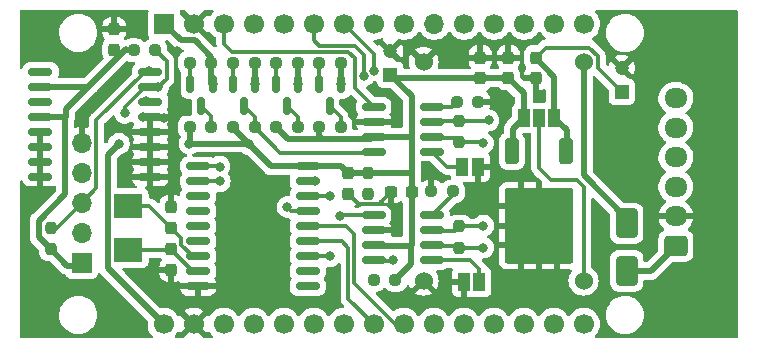
<source format=gbr>
%TF.GenerationSoftware,KiCad,Pcbnew,7.0.7*%
%TF.CreationDate,2023-09-17T21:28:58+02:00*%
%TF.ProjectId,PSACANBridgeHW_v12,50534143-414e-4427-9269-64676548575f,rev?*%
%TF.SameCoordinates,Original*%
%TF.FileFunction,Copper,L1,Top*%
%TF.FilePolarity,Positive*%
%FSLAX46Y46*%
G04 Gerber Fmt 4.6, Leading zero omitted, Abs format (unit mm)*
G04 Created by KiCad (PCBNEW 7.0.7) date 2023-09-17 21:28:58*
%MOMM*%
%LPD*%
G01*
G04 APERTURE LIST*
G04 Aperture macros list*
%AMRoundRect*
0 Rectangle with rounded corners*
0 $1 Rounding radius*
0 $2 $3 $4 $5 $6 $7 $8 $9 X,Y pos of 4 corners*
0 Add a 4 corners polygon primitive as box body*
4,1,4,$2,$3,$4,$5,$6,$7,$8,$9,$2,$3,0*
0 Add four circle primitives for the rounded corners*
1,1,$1+$1,$2,$3*
1,1,$1+$1,$4,$5*
1,1,$1+$1,$6,$7*
1,1,$1+$1,$8,$9*
0 Add four rect primitives between the rounded corners*
20,1,$1+$1,$2,$3,$4,$5,0*
20,1,$1+$1,$4,$5,$6,$7,0*
20,1,$1+$1,$6,$7,$8,$9,0*
20,1,$1+$1,$8,$9,$2,$3,0*%
G04 Aperture macros list end*
%TA.AperFunction,ComponentPad*%
%ADD10R,1.700000X1.700000*%
%TD*%
%TA.AperFunction,ComponentPad*%
%ADD11O,1.700000X1.700000*%
%TD*%
%TA.AperFunction,SMDPad,CuDef*%
%ADD12RoundRect,0.237500X0.237500X-0.250000X0.237500X0.250000X-0.237500X0.250000X-0.237500X-0.250000X0*%
%TD*%
%TA.AperFunction,SMDPad,CuDef*%
%ADD13RoundRect,0.237500X-0.250000X-0.237500X0.250000X-0.237500X0.250000X0.237500X-0.250000X0.237500X0*%
%TD*%
%TA.AperFunction,SMDPad,CuDef*%
%ADD14RoundRect,0.237500X-0.237500X0.300000X-0.237500X-0.300000X0.237500X-0.300000X0.237500X0.300000X0*%
%TD*%
%TA.AperFunction,SMDPad,CuDef*%
%ADD15RoundRect,0.150000X-0.875000X-0.150000X0.875000X-0.150000X0.875000X0.150000X-0.875000X0.150000X0*%
%TD*%
%TA.AperFunction,ComponentPad*%
%ADD16C,1.700000*%
%TD*%
%TA.AperFunction,SMDPad,CuDef*%
%ADD17RoundRect,0.250000X-0.350000X0.850000X-0.350000X-0.850000X0.350000X-0.850000X0.350000X0.850000X0*%
%TD*%
%TA.AperFunction,SMDPad,CuDef*%
%ADD18RoundRect,0.249997X-2.650003X2.950003X-2.650003X-2.950003X2.650003X-2.950003X2.650003X2.950003X0*%
%TD*%
%TA.AperFunction,SMDPad,CuDef*%
%ADD19RoundRect,0.250000X-1.125000X1.275000X-1.125000X-1.275000X1.125000X-1.275000X1.125000X1.275000X0*%
%TD*%
%TA.AperFunction,SMDPad,CuDef*%
%ADD20R,2.400000X2.000000*%
%TD*%
%TA.AperFunction,SMDPad,CuDef*%
%ADD21R,1.000000X1.500000*%
%TD*%
%TA.AperFunction,ComponentPad*%
%ADD22C,1.524000*%
%TD*%
%TA.AperFunction,SMDPad,CuDef*%
%ADD23RoundRect,0.150000X-0.825000X-0.150000X0.825000X-0.150000X0.825000X0.150000X-0.825000X0.150000X0*%
%TD*%
%TA.AperFunction,SMDPad,CuDef*%
%ADD24RoundRect,0.237500X0.250000X0.237500X-0.250000X0.237500X-0.250000X-0.237500X0.250000X-0.237500X0*%
%TD*%
%TA.AperFunction,SMDPad,CuDef*%
%ADD25RoundRect,0.237500X0.237500X-0.300000X0.237500X0.300000X-0.237500X0.300000X-0.237500X-0.300000X0*%
%TD*%
%TA.AperFunction,ComponentPad*%
%ADD26R,1.200000X1.200000*%
%TD*%
%TA.AperFunction,ComponentPad*%
%ADD27C,1.200000*%
%TD*%
%TA.AperFunction,SMDPad,CuDef*%
%ADD28RoundRect,0.237500X-0.300000X-0.237500X0.300000X-0.237500X0.300000X0.237500X-0.300000X0.237500X0*%
%TD*%
%TA.AperFunction,SMDPad,CuDef*%
%ADD29RoundRect,0.237500X-0.237500X0.250000X-0.237500X-0.250000X0.237500X-0.250000X0.237500X0.250000X0*%
%TD*%
%TA.AperFunction,SMDPad,CuDef*%
%ADD30RoundRect,0.150000X-0.150000X0.587500X-0.150000X-0.587500X0.150000X-0.587500X0.150000X0.587500X0*%
%TD*%
%TA.AperFunction,SMDPad,CuDef*%
%ADD31RoundRect,0.250000X-0.650000X1.000000X-0.650000X-1.000000X0.650000X-1.000000X0.650000X1.000000X0*%
%TD*%
%TA.AperFunction,ComponentPad*%
%ADD32RoundRect,0.250000X0.725000X-0.600000X0.725000X0.600000X-0.725000X0.600000X-0.725000X-0.600000X0*%
%TD*%
%TA.AperFunction,ComponentPad*%
%ADD33O,1.950000X1.700000*%
%TD*%
%TA.AperFunction,ViaPad*%
%ADD34C,0.800000*%
%TD*%
%TA.AperFunction,Conductor*%
%ADD35C,0.500000*%
%TD*%
%TA.AperFunction,Conductor*%
%ADD36C,0.300000*%
%TD*%
G04 APERTURE END LIST*
D10*
%TO.P,J2,1,Pin_1*%
%TO.N,/3V3*%
X121900000Y-137345000D03*
D11*
%TO.P,J2,2,Pin_2*%
%TO.N,/RX2*%
X121900000Y-134805000D03*
%TO.P,J2,3,Pin_3*%
%TO.N,/TX2*%
X121900000Y-132265000D03*
%TO.P,J2,4,Pin_4*%
%TO.N,unconnected-(J2-Pin_4-Pad4)*%
X121900000Y-129725000D03*
%TO.P,J2,5,Pin_5*%
%TO.N,GNDD*%
X121900000Y-127185000D03*
%TD*%
D12*
%TO.P,R10,1*%
%TO.N,/3V3*%
X119270000Y-136172500D03*
%TO.P,R10,2*%
%TO.N,/TX2*%
X119270000Y-134347500D03*
%TD*%
D13*
%TO.P,R9,1*%
%TO.N,/3V3*%
X126307500Y-119320000D03*
%TO.P,R9,2*%
%TO.N,/RX2*%
X128132500Y-119320000D03*
%TD*%
D14*
%TO.P,C10,1*%
%TO.N,GNDD*%
X124640000Y-117547500D03*
%TO.P,C10,2*%
%TO.N,/3V3*%
X124640000Y-119272500D03*
%TD*%
D15*
%TO.P,U7,16,SCL*%
%TO.N,/TX2*%
X127710000Y-121165000D03*
%TO.P,U7,15,SDA*%
%TO.N,/RX2*%
X127710000Y-122435000D03*
%TO.P,U7,14,VBAT*%
%TO.N,/VBAT*%
X127710000Y-123705000D03*
%TO.P,U7,13,GND*%
%TO.N,GNDD*%
X127710000Y-124975000D03*
%TO.P,U7,12,GND*%
X127710000Y-126245000D03*
%TO.P,U7,11,GND*%
X127710000Y-127515000D03*
%TO.P,U7,10,GND*%
X127710000Y-128785000D03*
%TO.P,U7,9,GND*%
X127710000Y-130055000D03*
%TO.P,U7,8,GND*%
X118410000Y-130055000D03*
%TO.P,U7,7,GND*%
X118410000Y-128785000D03*
%TO.P,U7,6,GND*%
X118410000Y-127515000D03*
%TO.P,U7,5,GND*%
X118410000Y-126245000D03*
%TO.P,U7,4,~{RST}*%
%TO.N,/3V3*%
X118410000Y-124975000D03*
%TO.P,U7,3,~{INT}/SQW*%
%TO.N,unconnected-(U7-~{INT}{slash}SQW-Pad3)*%
X118410000Y-123705000D03*
%TO.P,U7,2,VCC*%
%TO.N,/3V3*%
X118410000Y-122435000D03*
%TO.P,U7,1,32KHZ*%
%TO.N,unconnected-(U7-32KHZ-Pad1)*%
X118410000Y-121165000D03*
%TD*%
D16*
%TO.P,U5,1,EN*%
%TO.N,unconnected-(U5-EN-Pad1)*%
X164399200Y-142506686D03*
%TO.P,U5,2,VP*%
%TO.N,unconnected-(U5-VP-Pad2)*%
X161859200Y-142506686D03*
%TO.P,U5,3,VN*%
%TO.N,unconnected-(U5-VN-Pad3)*%
X159319200Y-142506686D03*
%TO.P,U5,4,D34*%
%TO.N,unconnected-(U5-D34-Pad4)*%
X156779200Y-142506686D03*
%TO.P,U5,5,D35*%
%TO.N,unconnected-(U5-D35-Pad5)*%
X154239200Y-142506686D03*
%TO.P,U5,6,D32*%
%TO.N,/CS_CAN*%
X151699200Y-142506686D03*
%TO.P,U5,7,D33*%
%TO.N,/MOSI*%
X149159200Y-142506686D03*
%TO.P,U5,8,D25*%
%TO.N,/SCK*%
X146619200Y-142506686D03*
%TO.P,U5,9,D26*%
%TO.N,unconnected-(U5-D26-Pad9)*%
X144079200Y-142506686D03*
%TO.P,U5,10,D27*%
%TO.N,unconnected-(U5-D27-Pad10)*%
X141539200Y-142506686D03*
%TO.P,U5,11,D14*%
%TO.N,unconnected-(U5-D14-Pad11)*%
X138999200Y-142506686D03*
%TO.P,U5,12,D12*%
%TO.N,unconnected-(U5-D12-Pad12)*%
X136459200Y-142506686D03*
%TO.P,U5,13,D13*%
%TO.N,unconnected-(U5-D13-Pad13)*%
X133919200Y-142506686D03*
%TO.P,U5,14,GND*%
%TO.N,GNDD*%
X131379200Y-142506686D03*
%TO.P,U5,15,VIN*%
%TO.N,5V*%
X128839200Y-142506686D03*
%TO.P,U5,16,D23*%
%TO.N,unconnected-(U5-D23-Pad16)*%
X164450000Y-117094000D03*
%TO.P,U5,17,D22*%
%TO.N,unconnected-(U5-D22-Pad17)*%
X161910000Y-117094000D03*
%TO.P,U5,18,TX0*%
%TO.N,unconnected-(U5-TX0-Pad18)*%
X159370000Y-117094000D03*
%TO.P,U5,19,RX0*%
%TO.N,unconnected-(U5-RX0-Pad19)*%
X156830000Y-117094000D03*
%TO.P,U5,20,D21*%
%TO.N,unconnected-(U5-D21-Pad20)*%
X154290000Y-117094000D03*
D11*
%TO.P,U5,21,D19*%
%TO.N,/IRQ_R*%
X151750000Y-117094000D03*
D16*
%TO.P,U5,22,D18*%
%TO.N,/CAN_RX_R*%
X149210000Y-117094000D03*
%TO.P,U5,23,D5*%
%TO.N,/MISO_R*%
X146670000Y-117094000D03*
%TO.P,U5,24,TX2*%
%TO.N,/TX2*%
X144130000Y-117094000D03*
%TO.P,U5,25,RX2*%
%TO.N,/RX2*%
X141590000Y-117094000D03*
%TO.P,U5,26,D4*%
%TO.N,unconnected-(U5-D4-Pad26)*%
X139050000Y-117094000D03*
%TO.P,U5,27,D2*%
%TO.N,unconnected-(U5-D2-Pad27)*%
X136510000Y-117094000D03*
%TO.P,U5,28,D15*%
%TO.N,/CAN_TX*%
X133970000Y-117094000D03*
%TO.P,U5,29,GND*%
%TO.N,GNDD*%
X131430000Y-117094000D03*
D10*
%TO.P,U5,30,3V3*%
%TO.N,/3V3*%
X128890000Y-117094000D03*
%TD*%
D17*
%TO.P,U6,1,IN*%
%TO.N,/VIN*%
X162895000Y-127885000D03*
%TO.P,U6,3,OUT*%
%TO.N,5V*%
X158335000Y-127885000D03*
D18*
%TO.P,U6,2,GND*%
%TO.N,GNDD*%
X160615000Y-134185000D03*
D19*
X159090000Y-135860000D03*
X162140000Y-132510000D03*
X162140000Y-135860000D03*
X159090000Y-132510000D03*
%TD*%
D20*
%TO.P,Y1,1,1*%
%TO.N,Net-(U1-OSC1)*%
X125850000Y-136230000D03*
%TO.P,Y1,2,2*%
%TO.N,Net-(U1-OSC2)*%
X125850000Y-132530000D03*
%TD*%
D21*
%TO.P,JP5,1,A*%
%TO.N,5V*%
X159330000Y-125047500D03*
%TO.P,JP5,2,C*%
%TO.N,/VOUT*%
X160630000Y-125047500D03*
%TO.P,JP5,3,B*%
%TO.N,/VIN*%
X161930000Y-125047500D03*
%TD*%
D22*
%TO.P,U3,1,IN+*%
%TO.N,/+12V_D*%
X164390000Y-120323400D03*
%TO.P,U3,2,IN-*%
%TO.N,GNDD*%
X150851800Y-120323400D03*
%TO.P,U3,3,OUT+*%
%TO.N,/VOUT*%
X164390000Y-138840000D03*
%TO.P,U3,4,OUT-*%
%TO.N,GNDD*%
X150851800Y-138840000D03*
%TD*%
D23*
%TO.P,U4,1,TXD*%
%TO.N,/CAN_TX*%
X146635000Y-124115000D03*
%TO.P,U4,2,VSS*%
%TO.N,GNDD*%
X146635000Y-125385000D03*
%TO.P,U4,3,VDD*%
%TO.N,5V*%
X146635000Y-126655000D03*
%TO.P,U4,4,RXD*%
%TO.N,/CAN_RX*%
X146635000Y-127925000D03*
%TO.P,U4,5,Vref*%
%TO.N,Net-(JP1-B)*%
X151585000Y-127925000D03*
%TO.P,U4,6,CANL*%
%TO.N,/CAN1_L*%
X151585000Y-126655000D03*
%TO.P,U4,7,CANH*%
%TO.N,/CAN1_H*%
X151585000Y-125385000D03*
%TO.P,U4,8,Rs*%
%TO.N,Net-(U4-Rs)*%
X151585000Y-124115000D03*
%TD*%
%TO.P,U2,1,TXD*%
%TO.N,Net-(U1-TXCAN)*%
X146635000Y-133305000D03*
%TO.P,U2,2,VSS*%
%TO.N,GNDD*%
X146635000Y-134575000D03*
%TO.P,U2,3,VDD*%
%TO.N,5V*%
X146635000Y-135845000D03*
%TO.P,U2,4,RXD*%
%TO.N,Net-(U1-RXCAN)*%
X146635000Y-137115000D03*
%TO.P,U2,5,Vref*%
%TO.N,Net-(JP2-B)*%
X151585000Y-137115000D03*
%TO.P,U2,6,CANL*%
%TO.N,/CAN2_L*%
X151585000Y-135845000D03*
%TO.P,U2,7,CANH*%
%TO.N,/CAN2_H*%
X151585000Y-134575000D03*
%TO.P,U2,8,Rs*%
%TO.N,Net-(U2-Rs)*%
X151585000Y-133305000D03*
%TD*%
D13*
%TO.P,R2,1*%
%TO.N,GNDD*%
X151507500Y-131290000D03*
%TO.P,R2,2*%
%TO.N,Net-(U2-Rs)*%
X153332500Y-131290000D03*
%TD*%
D24*
%TO.P,R1,1*%
%TO.N,GNDD*%
X155472500Y-123710000D03*
%TO.P,R1,2*%
%TO.N,Net-(U4-Rs)*%
X153647500Y-123710000D03*
%TD*%
D21*
%TO.P,JP2,1,A*%
%TO.N,GNDD*%
X154270000Y-138940000D03*
%TO.P,JP2,2,B*%
%TO.N,Net-(JP2-B)*%
X155570000Y-138940000D03*
%TD*%
%TO.P,JP1,1,A*%
%TO.N,GNDD*%
X155440000Y-129210000D03*
%TO.P,JP1,2,B*%
%TO.N,Net-(JP1-B)*%
X154140000Y-129210000D03*
%TD*%
D25*
%TO.P,C1,1*%
%TO.N,Net-(U1-OSC2)*%
X129470000Y-134369000D03*
%TO.P,C1,2*%
%TO.N,GNDD*%
X129470000Y-132644000D03*
%TD*%
D14*
%TO.P,C2,1*%
%TO.N,Net-(U1-OSC1)*%
X129470000Y-136200000D03*
%TO.P,C2,2*%
%TO.N,GNDD*%
X129470000Y-137925000D03*
%TD*%
D26*
%TO.P,C3,1*%
%TO.N,/VIN*%
X167620000Y-122830000D03*
D27*
%TO.P,C3,2*%
%TO.N,GNDD*%
X167620000Y-120830000D03*
%TD*%
D25*
%TO.P,C4,1*%
%TO.N,GNDD*%
X160325000Y-121687500D03*
%TO.P,C4,2*%
%TO.N,/VIN*%
X160325000Y-119962500D03*
%TD*%
D28*
%TO.P,C5,1*%
%TO.N,GNDD*%
X148110500Y-131299000D03*
%TO.P,C5,2*%
%TO.N,5V*%
X149835500Y-131299000D03*
%TD*%
D14*
%TO.P,C6,1*%
%TO.N,GNDD*%
X155650000Y-119962500D03*
%TO.P,C6,2*%
%TO.N,5V*%
X155650000Y-121687500D03*
%TD*%
%TO.P,C7,2*%
%TO.N,5V*%
X158025000Y-121687500D03*
%TO.P,C7,1*%
%TO.N,GNDD*%
X158025000Y-119962500D03*
%TD*%
D26*
%TO.P,C8,1*%
%TO.N,5V*%
X148030000Y-121402600D03*
D27*
%TO.P,C8,2*%
%TO.N,GNDD*%
X148030000Y-119402600D03*
%TD*%
D29*
%TO.P,R3,1*%
%TO.N,/CAN2_H*%
X153875000Y-134237500D03*
%TO.P,R3,2*%
%TO.N,/CAN2_L*%
X153875000Y-136062500D03*
%TD*%
%TO.P,R4,1*%
%TO.N,/CAN1_H*%
X153875000Y-125312500D03*
%TO.P,R4,2*%
%TO.N,/CAN1_L*%
X153875000Y-127137500D03*
%TD*%
D24*
%TO.P,R7,1*%
%TO.N,/3V3*%
X132875000Y-120397500D03*
%TO.P,R7,2*%
%TO.N,/MISO_R*%
X131050000Y-120397500D03*
%TD*%
%TO.P,R8,1*%
%TO.N,/3V3*%
X136541166Y-120397500D03*
%TO.P,R8,2*%
%TO.N,/CAN_RX_R*%
X134716166Y-120397500D03*
%TD*%
D13*
%TO.P,R12,1*%
%TO.N,5V*%
X134716166Y-125847500D03*
%TO.P,R12,2*%
%TO.N,/CAN_RX*%
X136541166Y-125847500D03*
%TD*%
D24*
%TO.P,R13,1*%
%TO.N,/3V3*%
X140181832Y-120397500D03*
%TO.P,R13,2*%
%TO.N,/IRQ_R*%
X138356832Y-120397500D03*
%TD*%
%TO.P,R14,1*%
%TO.N,/3V3*%
X143822500Y-120397500D03*
%TO.P,R14,2*%
%TO.N,Net-(Q4-S)*%
X141997500Y-120397500D03*
%TD*%
D13*
%TO.P,R15,1*%
%TO.N,5V*%
X138356832Y-125847500D03*
%TO.P,R15,2*%
%TO.N,/IRQ*%
X140181832Y-125847500D03*
%TD*%
%TO.P,R16,1*%
%TO.N,5V*%
X141997500Y-125847500D03*
%TO.P,R16,2*%
%TO.N,Net-(Q4-D)*%
X143822500Y-125847500D03*
%TD*%
D25*
%TO.P,C9,1*%
%TO.N,GNDD*%
X144450000Y-131462500D03*
%TO.P,C9,2*%
%TO.N,5V*%
X144450000Y-129737500D03*
%TD*%
D12*
%TO.P,R5,1*%
%TO.N,Net-(U1-~{RESET})*%
X146125000Y-131512500D03*
%TO.P,R5,2*%
%TO.N,5V*%
X146125000Y-129687500D03*
%TD*%
D13*
%TO.P,R6,1*%
%TO.N,/IRQ*%
X146627500Y-138780000D03*
%TO.P,R6,2*%
%TO.N,5V*%
X148452500Y-138780000D03*
%TD*%
D30*
%TO.P,Q2,1,G*%
%TO.N,/3V3*%
X136575000Y-122185000D03*
%TO.P,Q2,2,S*%
%TO.N,/CAN_RX_R*%
X134675000Y-122185000D03*
%TO.P,Q2,3,D*%
%TO.N,/CAN_RX*%
X135625000Y-124060000D03*
%TD*%
D31*
%TO.P,D1,1,K*%
%TO.N,/+12V_D*%
X168050000Y-134000000D03*
%TO.P,D1,2,A*%
%TO.N,/+12V*%
X168050000Y-138000000D03*
%TD*%
D30*
%TO.P,Q3,1,G*%
%TO.N,/3V3*%
X140225000Y-122185000D03*
%TO.P,Q3,2,S*%
%TO.N,/IRQ_R*%
X138325000Y-122185000D03*
%TO.P,Q3,3,D*%
%TO.N,/IRQ*%
X139275000Y-124060000D03*
%TD*%
%TO.P,Q1,1,G*%
%TO.N,/3V3*%
X132975000Y-122185000D03*
%TO.P,Q1,2,S*%
%TO.N,/MISO_R*%
X131075000Y-122185000D03*
%TO.P,Q1,3,D*%
%TO.N,/MISO*%
X132025000Y-124060000D03*
%TD*%
D15*
%TO.P,U1,1,TXCAN*%
%TO.N,Net-(U1-TXCAN)*%
X131750000Y-129140000D03*
%TO.P,U1,2,RXCAN*%
%TO.N,Net-(U1-RXCAN)*%
X131750000Y-130410000D03*
%TO.P,U1,3,CLKOUT/SOF*%
%TO.N,unconnected-(U1-CLKOUT{slash}SOF-Pad3)*%
X131750000Y-131680000D03*
%TO.P,U1,4,~{TX0RTS}*%
%TO.N,unconnected-(U1-~{TX0RTS}-Pad4)*%
X131750000Y-132950000D03*
%TO.P,U1,5,~{TX1RTS}*%
%TO.N,unconnected-(U1-~{TX1RTS}-Pad5)*%
X131750000Y-134220000D03*
%TO.P,U1,6,~{TX2RTS}*%
%TO.N,unconnected-(U1-~{TX2RTS}-Pad6)*%
X131750000Y-135490000D03*
%TO.P,U1,7,OSC2*%
%TO.N,Net-(U1-OSC2)*%
X131750000Y-136760000D03*
%TO.P,U1,8,OSC1*%
%TO.N,Net-(U1-OSC1)*%
X131750000Y-138030000D03*
%TO.P,U1,9,VSS*%
%TO.N,GNDD*%
X131750000Y-139300000D03*
%TO.P,U1,10,~{RX1BF}*%
%TO.N,unconnected-(U1-~{RX1BF}-Pad10)*%
X141050000Y-139300000D03*
%TO.P,U1,11,~{RX0BF}*%
%TO.N,unconnected-(U1-~{RX0BF}-Pad11)*%
X141050000Y-138030000D03*
%TO.P,U1,12,~{INT}*%
%TO.N,/IRQ*%
X141050000Y-136760000D03*
%TO.P,U1,13,SCK*%
%TO.N,/SCK*%
X141050000Y-135490000D03*
%TO.P,U1,14,SI*%
%TO.N,/MOSI*%
X141050000Y-134220000D03*
%TO.P,U1,15,SO*%
%TO.N,/MISO*%
X141050000Y-132950000D03*
%TO.P,U1,16,~{CS}*%
%TO.N,/CS_CAN*%
X141050000Y-131680000D03*
%TO.P,U1,17,~{RESET}*%
%TO.N,Net-(U1-~{RESET})*%
X141050000Y-130410000D03*
%TO.P,U1,18,VDD*%
%TO.N,5V*%
X141050000Y-129140000D03*
%TD*%
D13*
%TO.P,R11,1*%
%TO.N,5V*%
X131062500Y-125847500D03*
%TO.P,R11,2*%
%TO.N,/MISO*%
X132887500Y-125847500D03*
%TD*%
D30*
%TO.P,Q4,1,G*%
%TO.N,/3V3*%
X143850000Y-122185000D03*
%TO.P,Q4,2,S*%
%TO.N,Net-(Q4-S)*%
X141950000Y-122185000D03*
%TO.P,Q4,3,D*%
%TO.N,Net-(Q4-D)*%
X142900000Y-124060000D03*
%TD*%
D32*
%TO.P,J1,1,Pin_1*%
%TO.N,/+12V*%
X172212000Y-135890000D03*
D33*
%TO.P,J1,2,Pin_2*%
%TO.N,GNDD*%
X172212000Y-133390000D03*
%TO.P,J1,3,Pin_3*%
%TO.N,/CAN1_H*%
X172212000Y-130890000D03*
%TO.P,J1,4,Pin_4*%
%TO.N,/CAN1_L*%
X172212000Y-128390000D03*
%TO.P,J1,5,Pin_5*%
%TO.N,/CAN2_H*%
X172212000Y-125890000D03*
%TO.P,J1,6,Pin_6*%
%TO.N,/CAN2_L*%
X172212000Y-123390000D03*
%TD*%
D34*
%TO.N,GNDD*%
X129930000Y-119410000D03*
X129480000Y-132620000D03*
X118400000Y-128800000D03*
X121970000Y-125440000D03*
%TO.N,/RX2*%
X125540000Y-124650000D03*
%TO.N,GNDD*%
X127120000Y-125020000D03*
X128849500Y-125029568D03*
%TO.N,/TX2*%
X127630000Y-121120000D03*
%TO.N,/VBAT*%
X127340000Y-123650000D03*
%TO.N,GNDD*%
X124640000Y-117547500D03*
%TO.N,/3V3*%
X126307500Y-119320000D03*
%TO.N,/MISO*%
X139310000Y-132610000D03*
X132840000Y-125870000D03*
%TO.N,5V*%
X131020000Y-127230000D03*
X125050000Y-127230000D03*
%TO.N,/RX2*%
X128380000Y-122440000D03*
%TO.N,GNDD*%
X148630000Y-125390000D03*
X151050000Y-129740000D03*
X148650000Y-133275000D03*
%TO.N,5V*%
X136100000Y-127300000D03*
%TO.N,/3V3*%
X140200000Y-122200000D03*
X143825000Y-122200000D03*
X136575000Y-122200000D03*
X133000000Y-122200000D03*
%TO.N,/IRQ*%
X146600000Y-138825000D03*
X140190000Y-125860000D03*
X142900000Y-136775000D03*
%TO.N,/MISO_R*%
X131050000Y-120380000D03*
%TO.N,/CAN_RX_R*%
X134725000Y-120365000D03*
%TO.N,/IRQ_R*%
X138350000Y-120390000D03*
%TO.N,/CAN2_L*%
X155900000Y-136050000D03*
%TO.N,/CAN2_H*%
X155900000Y-134175000D03*
%TO.N,/CAN1_L*%
X155900000Y-127200000D03*
%TO.N,/CAN1_H*%
X156350000Y-125275000D03*
%TO.N,Net-(U1-~{RESET})*%
X146100000Y-131500000D03*
X141650000Y-130425000D03*
%TO.N,/CS_CAN*%
X142900000Y-131700000D03*
%TO.N,/TX2*%
X146690000Y-121050000D03*
%TO.N,/RX2*%
X145796018Y-121496991D03*
%TO.N,Net-(U1-RXCAN)*%
X133600000Y-130425000D03*
X148225000Y-137125000D03*
%TO.N,Net-(U1-TXCAN)*%
X133575000Y-129175000D03*
X143810000Y-133390000D03*
%TD*%
D35*
%TO.N,/3V3*%
X120500000Y-125050000D02*
X120550000Y-125000000D01*
X120500000Y-131516307D02*
X120500000Y-125050000D01*
X118245000Y-133771307D02*
X120500000Y-131516307D01*
D36*
%TO.N,/TX2*%
X119817500Y-134347500D02*
X121900000Y-132265000D01*
X119270000Y-134347500D02*
X119817500Y-134347500D01*
X123150000Y-131015000D02*
X121900000Y-132265000D01*
X123150000Y-125262892D02*
X123150000Y-131015000D01*
X127247893Y-121165000D02*
X123150000Y-125262892D01*
%TO.N,/RX2*%
X129085000Y-120272500D02*
X128132500Y-119320000D01*
X129085000Y-121735000D02*
X129085000Y-120272500D01*
X128380000Y-122440000D02*
X129085000Y-121735000D01*
D35*
%TO.N,/3V3*%
X125610000Y-119252500D02*
X122596250Y-122266250D01*
X126287500Y-119300000D02*
X125657500Y-119300000D01*
X125657500Y-119300000D02*
X125610000Y-119252500D01*
X126307500Y-119320000D02*
X126287500Y-119300000D01*
D36*
%TO.N,GNDD*%
X121950000Y-125460000D02*
X121970000Y-125440000D01*
%TO.N,/RX2*%
X127247893Y-122435000D02*
X127710000Y-122435000D01*
X125540000Y-124142893D02*
X127247893Y-122435000D01*
X125540000Y-124650000D02*
X125540000Y-124142893D01*
D35*
%TO.N,/3V3*%
X118410000Y-124975000D02*
X120525000Y-124975000D01*
X120550000Y-125000000D02*
X120550000Y-124312500D01*
X120525000Y-124975000D02*
X120550000Y-125000000D01*
X118245000Y-135147500D02*
X118245000Y-133771307D01*
X119270000Y-136172500D02*
X118245000Y-135147500D01*
X120550000Y-124312500D02*
X122596250Y-122266250D01*
X122427500Y-122435000D02*
X122596250Y-122266250D01*
X120687500Y-137590000D02*
X119270000Y-136172500D01*
X121950000Y-137590000D02*
X120687500Y-137590000D01*
D36*
%TO.N,/TX2*%
X127710000Y-121165000D02*
X127247893Y-121165000D01*
X127585000Y-121165000D02*
X127247893Y-121165000D01*
X127630000Y-121120000D02*
X127585000Y-121165000D01*
X127675000Y-121165000D02*
X127630000Y-121120000D01*
%TO.N,Net-(U1-OSC2)*%
X130330000Y-135229000D02*
X129470000Y-134369000D01*
X131287893Y-136760000D02*
X130330000Y-135802107D01*
X130330000Y-135802107D02*
X130330000Y-135229000D01*
X131750000Y-136760000D02*
X131287893Y-136760000D01*
%TO.N,Net-(U1-OSC1)*%
X129470000Y-136212107D02*
X129470000Y-136200000D01*
X131287893Y-138030000D02*
X129470000Y-136212107D01*
X131750000Y-138030000D02*
X131287893Y-138030000D01*
X129440000Y-136230000D02*
X125850000Y-136230000D01*
X129470000Y-136200000D02*
X129440000Y-136230000D01*
%TO.N,Net-(U1-OSC2)*%
X127631000Y-132530000D02*
X125850000Y-132530000D01*
X129470000Y-134369000D02*
X127631000Y-132530000D01*
D35*
%TO.N,5V*%
X131020000Y-127230000D02*
X131062500Y-127187500D01*
X131020000Y-127230000D02*
X136030000Y-127230000D01*
X131062500Y-127187500D02*
X131062500Y-125847500D01*
X136030000Y-127230000D02*
X136100000Y-127300000D01*
D36*
%TO.N,/MISO*%
X139650000Y-132950000D02*
X139310000Y-132610000D01*
X132840000Y-125870000D02*
X132887500Y-124922500D01*
D35*
%TO.N,5V*%
X124100000Y-137767486D02*
X124100000Y-128180000D01*
X128839200Y-142506686D02*
X124100000Y-137767486D01*
X124100000Y-128180000D02*
X125050000Y-127230000D01*
D36*
%TO.N,/TX2*%
X127710000Y-121165000D02*
X127675000Y-121165000D01*
D35*
%TO.N,/3V3*%
X118410000Y-122435000D02*
X122427500Y-122435000D01*
D36*
%TO.N,Net-(U1-TXCAN)*%
X143895000Y-133305000D02*
X143810000Y-133390000D01*
X146635000Y-133305000D02*
X143895000Y-133305000D01*
%TO.N,/VIN*%
X161176100Y-119111400D02*
X160325000Y-119962500D01*
X165602000Y-119821373D02*
X164892027Y-119111400D01*
X164892027Y-119111400D02*
X161176100Y-119111400D01*
X167620000Y-122830000D02*
X165602000Y-120812000D01*
X165602000Y-120812000D02*
X165602000Y-119821373D01*
D35*
%TO.N,5V*%
X141997500Y-126580000D02*
X142290000Y-126872500D01*
X142290000Y-126872500D02*
X139381832Y-126872500D01*
X141997500Y-125847500D02*
X141997500Y-126580000D01*
X146417500Y-126872500D02*
X142290000Y-126872500D01*
X139381832Y-126872500D02*
X138356832Y-125847500D01*
X146635000Y-126655000D02*
X146417500Y-126872500D01*
D36*
%TO.N,/MISO*%
X132887500Y-124922500D02*
X132025000Y-124060000D01*
X132887500Y-125847500D02*
X132840000Y-125870000D01*
%TO.N,/IRQ*%
X140190000Y-124975000D02*
X139275000Y-124060000D01*
X140190000Y-125860000D02*
X140190000Y-124975000D01*
%TO.N,/CAN_RX*%
X136541166Y-124976166D02*
X135625000Y-124060000D01*
X136541166Y-125847500D02*
X136541166Y-124976166D01*
X138690666Y-127997000D02*
X136541166Y-125847500D01*
X146625000Y-127997000D02*
X138690666Y-127997000D01*
D35*
%TO.N,5V*%
X137940000Y-129140000D02*
X136100000Y-127300000D01*
X141050000Y-129140000D02*
X137940000Y-129140000D01*
X134716166Y-125916166D02*
X136100000Y-127300000D01*
X134716166Y-125847500D02*
X134716166Y-125916166D01*
D36*
%TO.N,Net-(Q4-D)*%
X143822500Y-124982500D02*
X142900000Y-124060000D01*
X143822500Y-125847500D02*
X143822500Y-124982500D01*
%TO.N,Net-(Q4-S)*%
X141997500Y-122137500D02*
X141950000Y-122185000D01*
X141997500Y-120397500D02*
X141997500Y-122137500D01*
%TO.N,/IRQ_R*%
X138350000Y-122160000D02*
X138325000Y-122185000D01*
X138350000Y-120390000D02*
X138350000Y-122160000D01*
D35*
%TO.N,/3V3*%
X136541166Y-122151166D02*
X136575000Y-122185000D01*
X136541166Y-120397500D02*
X136541166Y-122151166D01*
X140181832Y-122181832D02*
X140200000Y-122200000D01*
X140181832Y-120397500D02*
X140181832Y-122181832D01*
X143822500Y-120397500D02*
X143822500Y-122157500D01*
X143822500Y-122157500D02*
X143850000Y-122185000D01*
X132875000Y-120397500D02*
X132875000Y-122075000D01*
X132875000Y-122075000D02*
X133000000Y-122200000D01*
X132875000Y-119900000D02*
X131469000Y-118494000D01*
X132875000Y-120397500D02*
X132875000Y-119900000D01*
D36*
%TO.N,/CAN_RX_R*%
X134725000Y-122135000D02*
X134675000Y-122185000D01*
X134725000Y-120365000D02*
X134725000Y-122135000D01*
%TO.N,/MISO_R*%
X131050000Y-122160000D02*
X131075000Y-122185000D01*
X131050000Y-120380000D02*
X131050000Y-122160000D01*
%TO.N,/CAN_TX*%
X144480000Y-119450000D02*
X134650000Y-119450000D01*
X145028964Y-119998964D02*
X144480000Y-119450000D01*
X146635000Y-124115000D02*
X145028964Y-122508964D01*
X145028964Y-122508964D02*
X145028964Y-119998964D01*
%TO.N,/RX2*%
X145796018Y-119706640D02*
X145796018Y-121496991D01*
X145039378Y-118950000D02*
X145796018Y-119706640D01*
%TO.N,/TX2*%
X146670000Y-119634000D02*
X146670000Y-121180000D01*
X144130000Y-117094000D02*
X146670000Y-119634000D01*
D35*
%TO.N,5V*%
X149814500Y-137418000D02*
X149814500Y-135871000D01*
X148452500Y-138780000D02*
X149814500Y-137418000D01*
D36*
%TO.N,Net-(JP2-B)*%
X154795000Y-137115000D02*
X155570000Y-137890000D01*
X155570000Y-137890000D02*
X155570000Y-138940000D01*
X151585000Y-137115000D02*
X154795000Y-137115000D01*
D35*
%TO.N,/+12V_D*%
X164390000Y-129925050D02*
X168050000Y-133585050D01*
X164390000Y-120323400D02*
X164390000Y-129925050D01*
X168050000Y-133585050D02*
X168050000Y-134000000D01*
D36*
%TO.N,/VOUT*%
X160630000Y-129290000D02*
X160630000Y-125047500D01*
X161670000Y-130330000D02*
X160630000Y-129290000D01*
X163805000Y-130330000D02*
X161670000Y-130330000D01*
X164390000Y-130915000D02*
X163805000Y-130330000D01*
X164390000Y-138840000D02*
X164390000Y-130915000D01*
D35*
%TO.N,/VIN*%
X161930000Y-121567500D02*
X160325000Y-119962500D01*
X161930000Y-125047500D02*
X161930000Y-121567500D01*
%TO.N,5V*%
X159330000Y-122992500D02*
X158025000Y-121687500D01*
X159330000Y-125047500D02*
X159330000Y-122992500D01*
X158395000Y-125982500D02*
X159330000Y-125047500D01*
X158395000Y-127700000D02*
X158395000Y-125982500D01*
%TO.N,/VIN*%
X162955000Y-127700000D02*
X162955000Y-126072500D01*
X162955000Y-126072500D02*
X161930000Y-125047500D01*
%TO.N,5V*%
X148314900Y-121687500D02*
X148030000Y-121402600D01*
X155650000Y-121687500D02*
X148314900Y-121687500D01*
X158025000Y-121687500D02*
X155650000Y-121687500D01*
X149814000Y-126655000D02*
X149829000Y-126640000D01*
X146635000Y-126655000D02*
X149814000Y-126655000D01*
X149829000Y-126640000D02*
X149829000Y-123201600D01*
X149829000Y-129243500D02*
X149829000Y-126640000D01*
X149829000Y-123201600D02*
X148030000Y-121402600D01*
D36*
%TO.N,Net-(U1-OSC1)*%
X129285000Y-136159500D02*
X129214500Y-136230000D01*
%TO.N,Net-(JP1-B)*%
X152870000Y-129210000D02*
X151585000Y-127925000D01*
X154140000Y-129210000D02*
X152870000Y-129210000D01*
%TO.N,Net-(U4-Rs)*%
X153242500Y-124115000D02*
X153647500Y-123710000D01*
X151585000Y-124115000D02*
X153242500Y-124115000D01*
%TO.N,Net-(U2-Rs)*%
X153332500Y-131557500D02*
X151585000Y-133305000D01*
X153332500Y-131290000D02*
X153332500Y-131557500D01*
%TO.N,GNDD*%
X147059500Y-132350000D02*
X148110500Y-131299000D01*
X144450000Y-131462500D02*
X145337500Y-132350000D01*
X145337500Y-132350000D02*
X147059500Y-132350000D01*
%TO.N,Net-(U1-OSC2)*%
X129285000Y-134328500D02*
X129285000Y-134757107D01*
%TO.N,Net-(U1-OSC1)*%
X131155500Y-138030000D02*
X131750000Y-138030000D01*
D35*
%TO.N,5V*%
X146125000Y-129687500D02*
X144500000Y-129687500D01*
X146625000Y-135871000D02*
X149814500Y-135871000D01*
X149814500Y-135871000D02*
X149835500Y-135850000D01*
X149835500Y-129750000D02*
X149835500Y-131299000D01*
X144500000Y-129687500D02*
X144450000Y-129737500D01*
X149835500Y-131299000D02*
X149835500Y-135850000D01*
X146187500Y-129750000D02*
X146125000Y-129687500D01*
X149835500Y-129750000D02*
X146187500Y-129750000D01*
X141050000Y-129140000D02*
X143852500Y-129140000D01*
X145930051Y-126727000D02*
X146625000Y-126727000D01*
X143852500Y-129140000D02*
X144450000Y-129737500D01*
X149835500Y-129250000D02*
X149835500Y-129750000D01*
X149829000Y-129243500D02*
X149835500Y-129250000D01*
D36*
%TO.N,/MOSI*%
X149159200Y-142506686D02*
X148406836Y-142506686D01*
X141070000Y-134200000D02*
X141050000Y-134220000D01*
X144300000Y-134200000D02*
X141070000Y-134200000D01*
X144975000Y-134875000D02*
X144300000Y-134200000D01*
X144975000Y-139074850D02*
X144975000Y-134875000D01*
X148406836Y-142506686D02*
X144975000Y-139074850D01*
%TO.N,/SCK*%
X144475000Y-136050000D02*
X144475000Y-140362486D01*
X141050000Y-135490000D02*
X143915000Y-135490000D01*
X144475000Y-140362486D02*
X146619200Y-142506686D01*
X143915000Y-135490000D02*
X144475000Y-136050000D01*
%TO.N,/MISO*%
X141050000Y-132950000D02*
X139650000Y-132950000D01*
D35*
%TO.N,/+12V*%
X172212000Y-135890000D02*
X170102000Y-138000000D01*
X170102000Y-138000000D02*
X168050000Y-138000000D01*
%TO.N,/3V3*%
X136570000Y-120373167D02*
X136570000Y-122126833D01*
X130290000Y-118494000D02*
X131469000Y-118494000D01*
X128890000Y-117094000D02*
X130290000Y-118494000D01*
D36*
%TO.N,/CAN_TX*%
X133970000Y-118820000D02*
X133970000Y-117094000D01*
X134650000Y-119450000D02*
X134625000Y-119475000D01*
X134625000Y-119475000D02*
X133970000Y-118820000D01*
%TO.N,/IRQ*%
X142885000Y-136760000D02*
X142900000Y-136775000D01*
X141050000Y-136760000D02*
X142885000Y-136760000D01*
D35*
%TO.N,/VIN*%
X163075000Y-127580000D02*
X162955000Y-127700000D01*
D36*
%TO.N,/CAN2_L*%
X153875000Y-136062500D02*
X155887500Y-136062500D01*
X155887500Y-136062500D02*
X155900000Y-136050000D01*
X151575000Y-135871000D02*
X153683500Y-135871000D01*
X153683500Y-135871000D02*
X153875000Y-136062500D01*
%TO.N,/CAN2_H*%
X151575000Y-134601000D02*
X153511500Y-134601000D01*
X155837500Y-134237500D02*
X155900000Y-134175000D01*
X153511500Y-134601000D02*
X153875000Y-134237500D01*
X153875000Y-134237500D02*
X155837500Y-134237500D01*
%TO.N,/CAN1_L*%
X153464500Y-126727000D02*
X153875000Y-127137500D01*
X155837500Y-127137500D02*
X155900000Y-127200000D01*
X153875000Y-127137500D02*
X155837500Y-127137500D01*
X151575000Y-126727000D02*
X153464500Y-126727000D01*
%TO.N,/CAN1_H*%
X151719500Y-125312500D02*
X151575000Y-125457000D01*
X156312500Y-125312500D02*
X156350000Y-125275000D01*
X153875000Y-125312500D02*
X151719500Y-125312500D01*
X153875000Y-125312500D02*
X156312500Y-125312500D01*
%TO.N,/CS_CAN*%
X141050000Y-131680000D02*
X142880000Y-131680000D01*
X142880000Y-131680000D02*
X142900000Y-131700000D01*
%TO.N,/RX2*%
X145039378Y-118950000D02*
X142025000Y-118950000D01*
X141575000Y-118500000D02*
X141590000Y-118485000D01*
X141590000Y-118485000D02*
X141590000Y-117094000D01*
X142025000Y-118950000D02*
X141575000Y-118500000D01*
%TO.N,Net-(U1-RXCAN)*%
X131765000Y-130425000D02*
X131750000Y-130410000D01*
X148209000Y-137141000D02*
X148225000Y-137125000D01*
X133600000Y-130425000D02*
X131765000Y-130425000D01*
X146625000Y-137141000D02*
X148209000Y-137141000D01*
%TO.N,Net-(U1-TXCAN)*%
X146581000Y-133375000D02*
X146625000Y-133331000D01*
X131750000Y-129140000D02*
X133540000Y-129140000D01*
X133540000Y-129140000D02*
X133575000Y-129175000D01*
%TD*%
%TA.AperFunction,Conductor*%
%TO.N,GNDD*%
G36*
X118606121Y-126011002D02*
G01*
X118652614Y-126064658D01*
X118664000Y-126117000D01*
X118664000Y-130862999D01*
X119351458Y-130862999D01*
X119388750Y-130860065D01*
X119548400Y-130813681D01*
X119551357Y-130811933D01*
X119553981Y-130811267D01*
X119555678Y-130810533D01*
X119555796Y-130810806D01*
X119620173Y-130794472D01*
X119687505Y-130816987D01*
X119731975Y-130872330D01*
X119741499Y-130920385D01*
X119741499Y-131149936D01*
X119721497Y-131218057D01*
X119704594Y-131239031D01*
X117754225Y-133189399D01*
X117740376Y-133201369D01*
X117720943Y-133215837D01*
X117687007Y-133256278D01*
X117683300Y-133260324D01*
X117677421Y-133266204D01*
X117677412Y-133266214D01*
X117661436Y-133286420D01*
X117656863Y-133292203D01*
X117632109Y-133321705D01*
X117606965Y-133351671D01*
X117602935Y-133357798D01*
X117602880Y-133357762D01*
X117598825Y-133364127D01*
X117598882Y-133364162D01*
X117595028Y-133370408D01*
X117562220Y-133440765D01*
X117527391Y-133510119D01*
X117524882Y-133517014D01*
X117524820Y-133516991D01*
X117522343Y-133524117D01*
X117522404Y-133524138D01*
X117520097Y-133531097D01*
X117504392Y-133607156D01*
X117486500Y-133682652D01*
X117485648Y-133689941D01*
X117485581Y-133689933D01*
X117484814Y-133697433D01*
X117484881Y-133697439D01*
X117484241Y-133704749D01*
X117486500Y-133782386D01*
X117486500Y-135083059D01*
X117485170Y-135101319D01*
X117481659Y-135125286D01*
X117481659Y-135125294D01*
X117482559Y-135135574D01*
X117486164Y-135176783D01*
X117486260Y-135177872D01*
X117486500Y-135183366D01*
X117486500Y-135191682D01*
X117490347Y-135224594D01*
X117497112Y-135301919D01*
X117498596Y-135309106D01*
X117498531Y-135309119D01*
X117500165Y-135316489D01*
X117500229Y-135316475D01*
X117501921Y-135323616D01*
X117528473Y-135396564D01*
X117552885Y-135470236D01*
X117555987Y-135476888D01*
X117555926Y-135476916D01*
X117559211Y-135483702D01*
X117559270Y-135483673D01*
X117562560Y-135490224D01*
X117562564Y-135490231D01*
X117562565Y-135490232D01*
X117577577Y-135513056D01*
X117605233Y-135555105D01*
X117645967Y-135621148D01*
X117650522Y-135626908D01*
X117650468Y-135626950D01*
X117655228Y-135632792D01*
X117655279Y-135632750D01*
X117659993Y-135638368D01*
X117659998Y-135638373D01*
X117659999Y-135638374D01*
X117716482Y-135691663D01*
X118249596Y-136224777D01*
X118283620Y-136287088D01*
X118286500Y-136313870D01*
X118286500Y-136472212D01*
X118296937Y-136574380D01*
X118351791Y-136739920D01*
X118443342Y-136888346D01*
X118443347Y-136888352D01*
X118566647Y-137011652D01*
X118566653Y-137011657D01*
X118566654Y-137011658D01*
X118715080Y-137103209D01*
X118880619Y-137158062D01*
X118982787Y-137168500D01*
X119141127Y-137168499D01*
X119209248Y-137188501D01*
X119230223Y-137205404D01*
X120105592Y-138080773D01*
X120117565Y-138094627D01*
X120132031Y-138114058D01*
X120164618Y-138141402D01*
X120172475Y-138147994D01*
X120176521Y-138151702D01*
X120182400Y-138157581D01*
X120208395Y-138178135D01*
X120267860Y-138228032D01*
X120267866Y-138228035D01*
X120273995Y-138232067D01*
X120273958Y-138232122D01*
X120280311Y-138236169D01*
X120280347Y-138236113D01*
X120286592Y-138239965D01*
X120286595Y-138239967D01*
X120356952Y-138272775D01*
X120426312Y-138307609D01*
X120426313Y-138307609D01*
X120426317Y-138307611D01*
X120433213Y-138310121D01*
X120433189Y-138310185D01*
X120440305Y-138312659D01*
X120440327Y-138312595D01*
X120447291Y-138314903D01*
X120492508Y-138324239D01*
X120555177Y-138357602D01*
X120585085Y-138403601D01*
X120599111Y-138441205D01*
X120686738Y-138558261D01*
X120803792Y-138645887D01*
X120803794Y-138645888D01*
X120803796Y-138645889D01*
X120825143Y-138653851D01*
X120940795Y-138696988D01*
X120940803Y-138696990D01*
X121001350Y-138703499D01*
X121001355Y-138703499D01*
X121001362Y-138703500D01*
X121001368Y-138703500D01*
X122798632Y-138703500D01*
X122798638Y-138703500D01*
X122798645Y-138703499D01*
X122798649Y-138703499D01*
X122859196Y-138696990D01*
X122859199Y-138696989D01*
X122859201Y-138696989D01*
X122996204Y-138645889D01*
X123004384Y-138639766D01*
X123113261Y-138558261D01*
X123200887Y-138441207D01*
X123200888Y-138441205D01*
X123200889Y-138441204D01*
X123251989Y-138304201D01*
X123255382Y-138272632D01*
X123282550Y-138207039D01*
X123340868Y-138166547D01*
X123411819Y-138164011D01*
X123472878Y-138200237D01*
X123487901Y-138219950D01*
X123500968Y-138241134D01*
X123505522Y-138246894D01*
X123505468Y-138246936D01*
X123510228Y-138252778D01*
X123510279Y-138252736D01*
X123514993Y-138258354D01*
X123514998Y-138258359D01*
X123514999Y-138258360D01*
X123541995Y-138283829D01*
X123571482Y-138311649D01*
X127456974Y-142197141D01*
X127491000Y-142259453D01*
X127493449Y-142296641D01*
X127476044Y-142506686D01*
X127494115Y-142724770D01*
X127494637Y-142731061D01*
X127549902Y-142949298D01*
X127549903Y-142949299D01*
X127549904Y-142949302D01*
X127638780Y-143151921D01*
X127640341Y-143155479D01*
X127763475Y-143343951D01*
X127763480Y-143343956D01*
X127886106Y-143477162D01*
X127917527Y-143540827D01*
X127909541Y-143611373D01*
X127864682Y-143666402D01*
X127797193Y-143688443D01*
X127793405Y-143688500D01*
X116787500Y-143688500D01*
X116719379Y-143668498D01*
X116672886Y-143614842D01*
X116661500Y-143562500D01*
X116661500Y-141737282D01*
X119990255Y-141737282D01*
X120009087Y-141976567D01*
X120010074Y-141989101D01*
X120069041Y-142234719D01*
X120087175Y-142278497D01*
X120165707Y-142468091D01*
X120297689Y-142683466D01*
X120461738Y-142875544D01*
X120653816Y-143039593D01*
X120869191Y-143171575D01*
X121102561Y-143268240D01*
X121348180Y-143327208D01*
X121600000Y-143347027D01*
X121851820Y-143327208D01*
X122097439Y-143268240D01*
X122330809Y-143171575D01*
X122546184Y-143039593D01*
X122738262Y-142875544D01*
X122902311Y-142683466D01*
X123034293Y-142468091D01*
X123130958Y-142234721D01*
X123189926Y-141989102D01*
X123209745Y-141737282D01*
X123189926Y-141485462D01*
X123130958Y-141239843D01*
X123034293Y-141006473D01*
X122902311Y-140791098D01*
X122738262Y-140599020D01*
X122546184Y-140434971D01*
X122330809Y-140302989D01*
X122323649Y-140300023D01*
X122097437Y-140206323D01*
X121929416Y-140165985D01*
X121851820Y-140147356D01*
X121600000Y-140127537D01*
X121348180Y-140147356D01*
X121102562Y-140206323D01*
X120869192Y-140302988D01*
X120653817Y-140434970D01*
X120461738Y-140599020D01*
X120297688Y-140791099D01*
X120165706Y-141006474D01*
X120069041Y-141239844D01*
X120029565Y-141404276D01*
X120010074Y-141485462D01*
X119990255Y-141737282D01*
X116661500Y-141737282D01*
X116661500Y-130442213D01*
X116681502Y-130374092D01*
X116735158Y-130327599D01*
X116805432Y-130317495D01*
X116870012Y-130346989D01*
X116908396Y-130406715D01*
X116908497Y-130407060D01*
X116926318Y-130468400D01*
X117010948Y-130611501D01*
X117010949Y-130611503D01*
X117128496Y-130729050D01*
X117128498Y-130729051D01*
X117271598Y-130813681D01*
X117431251Y-130860065D01*
X117431249Y-130860065D01*
X117468539Y-130863000D01*
X117468540Y-130863000D01*
X118156000Y-130862999D01*
X118156000Y-126117000D01*
X118176002Y-126048879D01*
X118229658Y-126002386D01*
X118282000Y-125991000D01*
X118538000Y-125991000D01*
X118606121Y-126011002D01*
G37*
%TD.AperFunction*%
%TA.AperFunction,Conductor*%
G36*
X130899409Y-142731431D02*
G01*
X130956245Y-142773978D01*
X130961362Y-142781347D01*
X130997439Y-142837484D01*
X131106100Y-142931638D01*
X131106101Y-142931638D01*
X131112911Y-142937539D01*
X131110886Y-142939875D01*
X131147284Y-142981873D01*
X131157395Y-143052146D01*
X131127909Y-143116729D01*
X131121772Y-143123322D01*
X130593500Y-143651595D01*
X130531187Y-143685620D01*
X130504404Y-143688500D01*
X129884995Y-143688500D01*
X129816874Y-143668498D01*
X129770381Y-143614842D01*
X129760277Y-143544568D01*
X129789771Y-143479988D01*
X129792294Y-143477162D01*
X129914922Y-143343954D01*
X130004016Y-143207584D01*
X130058019Y-143161496D01*
X130128367Y-143151921D01*
X130192724Y-143181898D01*
X130214982Y-143207584D01*
X130256122Y-143270552D01*
X130766281Y-142760392D01*
X130828594Y-142726367D01*
X130899409Y-142731431D01*
G37*
%TD.AperFunction*%
%TA.AperFunction,Conductor*%
G36*
X131985533Y-142754262D02*
G01*
X131992118Y-142760393D01*
X132502277Y-143270552D01*
X132543418Y-143207584D01*
X132597422Y-143161496D01*
X132667770Y-143151921D01*
X132732127Y-143181899D01*
X132754383Y-143207584D01*
X132843479Y-143343956D01*
X132966106Y-143477162D01*
X132997527Y-143540827D01*
X132989541Y-143611373D01*
X132944682Y-143666402D01*
X132877193Y-143688443D01*
X132873405Y-143688500D01*
X132253995Y-143688500D01*
X132185874Y-143668498D01*
X132164900Y-143651596D01*
X131636627Y-143123324D01*
X131602602Y-143061011D01*
X131607666Y-142990196D01*
X131646345Y-142938526D01*
X131645489Y-142937539D01*
X131650030Y-142933603D01*
X131650213Y-142933360D01*
X131650710Y-142933014D01*
X131652295Y-142931639D01*
X131652300Y-142931638D01*
X131760961Y-142837484D01*
X131797024Y-142781367D01*
X131850678Y-142734875D01*
X131920952Y-142724770D01*
X131985533Y-142754262D01*
G37*
%TD.AperFunction*%
%TA.AperFunction,Conductor*%
G36*
X177412621Y-115919502D02*
G01*
X177459114Y-115973158D01*
X177470500Y-116025500D01*
X177470500Y-143562500D01*
X177450498Y-143630621D01*
X177396842Y-143677114D01*
X177344500Y-143688500D01*
X165444995Y-143688500D01*
X165376874Y-143668498D01*
X165330381Y-143614842D01*
X165320277Y-143544568D01*
X165349771Y-143479988D01*
X165352294Y-143477162D01*
X165474922Y-143343954D01*
X165598060Y-143155477D01*
X165688496Y-142949302D01*
X165743764Y-142731054D01*
X165762356Y-142506686D01*
X165743764Y-142282318D01*
X165692969Y-142081734D01*
X165688497Y-142064073D01*
X165688496Y-142064072D01*
X165688496Y-142064070D01*
X165598060Y-141857895D01*
X165580798Y-141831473D01*
X165519260Y-141737282D01*
X166284255Y-141737282D01*
X166303087Y-141976567D01*
X166304074Y-141989101D01*
X166363041Y-142234719D01*
X166381175Y-142278497D01*
X166459707Y-142468091D01*
X166591689Y-142683466D01*
X166755738Y-142875544D01*
X166947816Y-143039593D01*
X167163191Y-143171575D01*
X167396561Y-143268240D01*
X167642180Y-143327208D01*
X167894000Y-143347027D01*
X168145820Y-143327208D01*
X168391439Y-143268240D01*
X168624809Y-143171575D01*
X168840184Y-143039593D01*
X169032262Y-142875544D01*
X169196311Y-142683466D01*
X169328293Y-142468091D01*
X169424958Y-142234721D01*
X169483926Y-141989102D01*
X169503745Y-141737282D01*
X169483926Y-141485462D01*
X169424958Y-141239843D01*
X169328293Y-141006473D01*
X169196311Y-140791098D01*
X169032262Y-140599020D01*
X168840184Y-140434971D01*
X168624809Y-140302989D01*
X168617649Y-140300023D01*
X168391437Y-140206323D01*
X168223416Y-140165985D01*
X168145820Y-140147356D01*
X167894000Y-140127537D01*
X167893999Y-140127537D01*
X167642180Y-140147356D01*
X167396562Y-140206323D01*
X167163192Y-140302988D01*
X166947817Y-140434970D01*
X166755738Y-140599020D01*
X166591688Y-140791099D01*
X166459706Y-141006474D01*
X166363041Y-141239844D01*
X166323565Y-141404276D01*
X166304074Y-141485462D01*
X166284255Y-141737282D01*
X165519260Y-141737282D01*
X165474924Y-141669420D01*
X165474920Y-141669415D01*
X165322437Y-141503777D01*
X165240582Y-141440067D01*
X165144776Y-141365497D01*
X164946774Y-141258344D01*
X164946772Y-141258343D01*
X164946771Y-141258342D01*
X164733839Y-141185243D01*
X164733830Y-141185241D01*
X164660238Y-141172961D01*
X164511769Y-141148186D01*
X164286631Y-141148186D01*
X164138411Y-141172919D01*
X164064569Y-141185241D01*
X164064560Y-141185243D01*
X163851628Y-141258342D01*
X163851626Y-141258344D01*
X163653626Y-141365496D01*
X163653624Y-141365497D01*
X163475962Y-141503777D01*
X163323479Y-141669415D01*
X163234683Y-141805329D01*
X163180679Y-141851417D01*
X163110331Y-141860992D01*
X163045974Y-141831015D01*
X163023717Y-141805329D01*
X162934920Y-141669415D01*
X162782437Y-141503777D01*
X162700582Y-141440067D01*
X162604776Y-141365497D01*
X162406774Y-141258344D01*
X162406772Y-141258343D01*
X162406771Y-141258342D01*
X162193839Y-141185243D01*
X162193830Y-141185241D01*
X162120238Y-141172961D01*
X161971769Y-141148186D01*
X161746631Y-141148186D01*
X161598411Y-141172919D01*
X161524569Y-141185241D01*
X161524560Y-141185243D01*
X161311628Y-141258342D01*
X161311626Y-141258344D01*
X161113626Y-141365496D01*
X161113624Y-141365497D01*
X160935962Y-141503777D01*
X160783479Y-141669415D01*
X160694683Y-141805329D01*
X160640679Y-141851417D01*
X160570331Y-141860992D01*
X160505974Y-141831015D01*
X160483717Y-141805329D01*
X160394920Y-141669415D01*
X160242437Y-141503777D01*
X160160582Y-141440067D01*
X160064776Y-141365497D01*
X159866774Y-141258344D01*
X159866772Y-141258343D01*
X159866771Y-141258342D01*
X159653839Y-141185243D01*
X159653830Y-141185241D01*
X159580238Y-141172961D01*
X159431769Y-141148186D01*
X159206631Y-141148186D01*
X159058411Y-141172919D01*
X158984569Y-141185241D01*
X158984560Y-141185243D01*
X158771628Y-141258342D01*
X158771626Y-141258344D01*
X158573626Y-141365496D01*
X158573624Y-141365497D01*
X158395962Y-141503777D01*
X158243479Y-141669415D01*
X158154683Y-141805329D01*
X158100679Y-141851417D01*
X158030331Y-141860992D01*
X157965974Y-141831015D01*
X157943717Y-141805329D01*
X157854920Y-141669415D01*
X157702437Y-141503777D01*
X157620582Y-141440067D01*
X157524776Y-141365497D01*
X157326774Y-141258344D01*
X157326772Y-141258343D01*
X157326771Y-141258342D01*
X157113839Y-141185243D01*
X157113830Y-141185241D01*
X157040238Y-141172961D01*
X156891769Y-141148186D01*
X156666631Y-141148186D01*
X156518411Y-141172919D01*
X156444569Y-141185241D01*
X156444560Y-141185243D01*
X156231628Y-141258342D01*
X156231626Y-141258344D01*
X156033626Y-141365496D01*
X156033624Y-141365497D01*
X155855962Y-141503777D01*
X155703479Y-141669415D01*
X155614683Y-141805329D01*
X155560679Y-141851417D01*
X155490331Y-141860992D01*
X155425974Y-141831015D01*
X155403717Y-141805329D01*
X155314920Y-141669415D01*
X155162437Y-141503777D01*
X155080582Y-141440067D01*
X154984776Y-141365497D01*
X154786774Y-141258344D01*
X154786772Y-141258343D01*
X154786771Y-141258342D01*
X154573839Y-141185243D01*
X154573830Y-141185241D01*
X154500238Y-141172961D01*
X154351769Y-141148186D01*
X154126631Y-141148186D01*
X153978410Y-141172919D01*
X153904569Y-141185241D01*
X153904560Y-141185243D01*
X153691628Y-141258342D01*
X153691626Y-141258344D01*
X153493626Y-141365496D01*
X153493624Y-141365497D01*
X153315962Y-141503777D01*
X153163479Y-141669415D01*
X153074683Y-141805329D01*
X153020679Y-141851417D01*
X152950331Y-141860992D01*
X152885974Y-141831015D01*
X152863717Y-141805329D01*
X152774920Y-141669415D01*
X152622437Y-141503777D01*
X152540582Y-141440067D01*
X152444776Y-141365497D01*
X152246774Y-141258344D01*
X152246772Y-141258343D01*
X152246771Y-141258342D01*
X152033839Y-141185243D01*
X152033830Y-141185241D01*
X151960238Y-141172961D01*
X151811769Y-141148186D01*
X151586631Y-141148186D01*
X151438411Y-141172919D01*
X151364569Y-141185241D01*
X151364560Y-141185243D01*
X151151628Y-141258342D01*
X151151626Y-141258344D01*
X150953626Y-141365496D01*
X150953624Y-141365497D01*
X150775962Y-141503777D01*
X150623479Y-141669415D01*
X150534683Y-141805329D01*
X150480679Y-141851417D01*
X150410331Y-141860992D01*
X150345974Y-141831015D01*
X150323717Y-141805329D01*
X150234920Y-141669415D01*
X150082437Y-141503777D01*
X150000582Y-141440067D01*
X149904776Y-141365497D01*
X149706774Y-141258344D01*
X149706772Y-141258343D01*
X149706771Y-141258342D01*
X149493839Y-141185243D01*
X149493830Y-141185241D01*
X149420238Y-141172961D01*
X149271769Y-141148186D01*
X149046631Y-141148186D01*
X148898411Y-141172919D01*
X148824569Y-141185241D01*
X148824560Y-141185243D01*
X148611628Y-141258342D01*
X148611626Y-141258344D01*
X148413626Y-141365496D01*
X148413625Y-141365496D01*
X148379564Y-141392007D01*
X148313521Y-141418062D01*
X148243876Y-141404276D01*
X148213079Y-141381669D01*
X146810004Y-139978594D01*
X146775978Y-139916282D01*
X146781043Y-139845467D01*
X146823590Y-139788631D01*
X146890110Y-139763820D01*
X146899099Y-139763499D01*
X146927212Y-139763499D01*
X147029381Y-139753062D01*
X147194920Y-139698209D01*
X147343346Y-139606658D01*
X147396175Y-139553829D01*
X147450905Y-139499100D01*
X147513217Y-139465074D01*
X147584032Y-139470139D01*
X147629095Y-139499100D01*
X147736647Y-139606652D01*
X147736653Y-139606657D01*
X147736654Y-139606658D01*
X147885080Y-139698209D01*
X148050619Y-139753062D01*
X148152787Y-139763500D01*
X148752212Y-139763499D01*
X148854381Y-139753062D01*
X149019920Y-139698209D01*
X149168346Y-139606658D01*
X149291658Y-139483346D01*
X149383209Y-139334920D01*
X149409181Y-139256537D01*
X149449593Y-139198168D01*
X149515149Y-139170911D01*
X149585034Y-139183423D01*
X149637061Y-139231732D01*
X149650491Y-139263559D01*
X149653828Y-139276014D01*
X149653833Y-139276027D01*
X149747746Y-139477425D01*
X149791984Y-139540603D01*
X149791985Y-139540603D01*
X150324872Y-139007715D01*
X150387185Y-138973690D01*
X150458000Y-138978754D01*
X150514836Y-139021301D01*
X150519451Y-139027895D01*
X150567610Y-139101609D01*
X150567611Y-139101610D01*
X150567612Y-139101611D01*
X150567613Y-139101612D01*
X150667957Y-139179713D01*
X150667958Y-139179713D01*
X150669704Y-139181072D01*
X150711175Y-139238697D01*
X150714909Y-139309596D01*
X150681409Y-139369599D01*
X150151195Y-139899813D01*
X150151195Y-139899814D01*
X150214375Y-139944053D01*
X150214374Y-139944053D01*
X150415772Y-140037966D01*
X150415776Y-140037968D01*
X150630425Y-140095482D01*
X150851800Y-140114850D01*
X151073174Y-140095482D01*
X151287823Y-140037968D01*
X151287827Y-140037966D01*
X151489225Y-139944053D01*
X151489226Y-139944052D01*
X151552403Y-139899814D01*
X151552403Y-139899813D01*
X151019302Y-139366713D01*
X150985277Y-139304400D01*
X150990341Y-139233585D01*
X151032888Y-139176749D01*
X151048421Y-139166807D01*
X151089051Y-139144820D01*
X151175171Y-139051269D01*
X151176431Y-139048395D01*
X151179201Y-139045098D01*
X151180880Y-139042530D01*
X151181190Y-139042732D01*
X151222107Y-138994045D01*
X151289918Y-138973016D01*
X151358333Y-138991987D01*
X151380916Y-139009907D01*
X151911612Y-139540603D01*
X151911614Y-139540603D01*
X151955852Y-139477426D01*
X151955853Y-139477425D01*
X152049766Y-139276027D01*
X152049768Y-139276023D01*
X152071746Y-139194000D01*
X153262000Y-139194000D01*
X153262000Y-139738597D01*
X153268505Y-139799093D01*
X153319555Y-139935964D01*
X153319555Y-139935965D01*
X153407095Y-140052904D01*
X153524034Y-140140444D01*
X153660906Y-140191494D01*
X153721402Y-140197999D01*
X153721415Y-140198000D01*
X154016000Y-140198000D01*
X154016000Y-139194000D01*
X153262000Y-139194000D01*
X152071746Y-139194000D01*
X152107282Y-139061374D01*
X152126650Y-138840000D01*
X152107282Y-138618625D01*
X152049768Y-138403976D01*
X152049766Y-138403972D01*
X151955851Y-138202571D01*
X151899274Y-138121770D01*
X151876586Y-138054496D01*
X151893871Y-137985636D01*
X151945641Y-137937052D01*
X152002487Y-137923500D01*
X152476506Y-137923500D01*
X152501387Y-137921541D01*
X152513831Y-137920562D01*
X152673601Y-137874145D01*
X152673603Y-137874143D01*
X152673605Y-137874143D01*
X152814113Y-137791047D01*
X152878252Y-137773500D01*
X153201687Y-137773500D01*
X153269808Y-137793502D01*
X153316301Y-137847158D01*
X153326405Y-137917432D01*
X153319743Y-137943532D01*
X153268505Y-138080906D01*
X153262000Y-138141402D01*
X153262000Y-138686000D01*
X154398000Y-138686000D01*
X154466121Y-138706002D01*
X154512614Y-138759658D01*
X154524000Y-138812000D01*
X154524000Y-140198000D01*
X154818585Y-140198000D01*
X154818597Y-140197999D01*
X154879094Y-140191494D01*
X154886770Y-140189681D01*
X154887333Y-140192065D01*
X154946059Y-140187862D01*
X154957309Y-140191164D01*
X154960798Y-140191989D01*
X155021350Y-140198499D01*
X155021355Y-140198499D01*
X155021362Y-140198500D01*
X155021368Y-140198500D01*
X156118632Y-140198500D01*
X156118638Y-140198500D01*
X156118645Y-140198499D01*
X156118649Y-140198499D01*
X156179196Y-140191990D01*
X156179199Y-140191989D01*
X156179201Y-140191989D01*
X156316204Y-140140889D01*
X156316799Y-140140444D01*
X156433261Y-140053261D01*
X156520887Y-139936207D01*
X156520887Y-139936206D01*
X156520889Y-139936204D01*
X156571989Y-139799201D01*
X156573126Y-139788631D01*
X156578499Y-139738649D01*
X156578500Y-139738632D01*
X156578500Y-138141367D01*
X156578499Y-138141350D01*
X156571990Y-138080803D01*
X156571988Y-138080795D01*
X156536495Y-137985636D01*
X156520889Y-137943796D01*
X156520888Y-137943794D01*
X156520887Y-137943792D01*
X156433261Y-137826738D01*
X156316208Y-137739113D01*
X156316205Y-137739112D01*
X156316204Y-137739111D01*
X156258515Y-137717593D01*
X156201683Y-137675049D01*
X156181554Y-137634692D01*
X156179145Y-137626401D01*
X156179145Y-137626400D01*
X156168224Y-137607935D01*
X156159531Y-137590189D01*
X156151635Y-137570244D01*
X156122736Y-137530470D01*
X156119482Y-137525517D01*
X156094453Y-137483193D01*
X156094452Y-137483191D01*
X156079288Y-137468027D01*
X156066447Y-137452993D01*
X156053841Y-137435643D01*
X156053836Y-137435638D01*
X156032718Y-137418169D01*
X156015950Y-137404297D01*
X156011577Y-137400317D01*
X155784854Y-137173595D01*
X155750829Y-137111283D01*
X155755894Y-137040468D01*
X155798441Y-136983632D01*
X155864961Y-136958821D01*
X155873950Y-136958500D01*
X155995487Y-136958500D01*
X156182288Y-136918794D01*
X156356752Y-136841118D01*
X156511253Y-136728866D01*
X156511255Y-136728864D01*
X156639034Y-136586951D01*
X156639035Y-136586949D01*
X156639040Y-136586944D01*
X156734527Y-136421556D01*
X156793542Y-136239928D01*
X156806777Y-136114000D01*
X157207000Y-136114000D01*
X157207000Y-137185507D01*
X157214657Y-137260457D01*
X157217605Y-137289327D01*
X157273340Y-137457523D01*
X157366365Y-137608340D01*
X157366370Y-137608346D01*
X157491653Y-137733629D01*
X157491659Y-137733634D01*
X157642476Y-137826659D01*
X157810668Y-137882392D01*
X157896131Y-137891124D01*
X157903563Y-137893000D01*
X157911278Y-137893000D01*
X157917685Y-137893326D01*
X157919867Y-137893548D01*
X157925918Y-137893000D01*
X158836000Y-137893000D01*
X158836000Y-136114000D01*
X159344000Y-136114000D01*
X159344000Y-137893000D01*
X160269308Y-137893000D01*
X160269324Y-137892999D01*
X160361000Y-137892999D01*
X160361000Y-136114000D01*
X160869000Y-136114000D01*
X160869000Y-137892999D01*
X160961894Y-137892999D01*
X160961918Y-137893000D01*
X161886000Y-137893000D01*
X161886000Y-136114000D01*
X160869000Y-136114000D01*
X160361000Y-136114000D01*
X159344000Y-136114000D01*
X158836000Y-136114000D01*
X157207000Y-136114000D01*
X156806777Y-136114000D01*
X156813504Y-136050000D01*
X156793542Y-135860072D01*
X156734527Y-135678444D01*
X156639040Y-135513056D01*
X156639038Y-135513054D01*
X156639034Y-135513048D01*
X156511255Y-135371135D01*
X156356752Y-135258882D01*
X156313120Y-135239456D01*
X156286505Y-135227606D01*
X156232410Y-135181627D01*
X156211761Y-135113700D01*
X156231113Y-135045392D01*
X156284324Y-134998390D01*
X156286473Y-134997407D01*
X156356752Y-134966118D01*
X156511253Y-134853866D01*
X156511255Y-134853864D01*
X156639034Y-134711951D01*
X156639035Y-134711949D01*
X156639040Y-134711944D01*
X156734527Y-134546556D01*
X156769474Y-134439000D01*
X157207000Y-134439000D01*
X157207000Y-135606000D01*
X158836000Y-135606000D01*
X158836000Y-134439000D01*
X159344000Y-134439000D01*
X159344000Y-135606000D01*
X160361000Y-135606000D01*
X160361000Y-134439000D01*
X159344000Y-134439000D01*
X158836000Y-134439000D01*
X157207000Y-134439000D01*
X156769474Y-134439000D01*
X156793542Y-134364928D01*
X156813504Y-134175000D01*
X156793542Y-133985072D01*
X156734527Y-133803444D01*
X156639040Y-133638056D01*
X156639038Y-133638054D01*
X156639034Y-133638048D01*
X156511255Y-133496135D01*
X156356752Y-133383882D01*
X156182288Y-133306206D01*
X155995487Y-133266500D01*
X155804513Y-133266500D01*
X155617711Y-133306206D01*
X155443247Y-133383882D01*
X155288744Y-133496135D01*
X155251671Y-133537310D01*
X155191225Y-133574550D01*
X155158035Y-133579000D01*
X154807353Y-133579000D01*
X154739232Y-133558998D01*
X154707345Y-133526516D01*
X154706212Y-133527412D01*
X154701658Y-133521653D01*
X154578352Y-133398347D01*
X154578346Y-133398342D01*
X154522027Y-133363604D01*
X154429920Y-133306791D01*
X154264381Y-133251938D01*
X154264379Y-133251937D01*
X154264377Y-133251937D01*
X154162221Y-133241500D01*
X153587787Y-133241500D01*
X153485619Y-133251937D01*
X153320079Y-133306791D01*
X153260647Y-133343450D01*
X153192167Y-133362187D01*
X153124428Y-133340928D01*
X153078937Y-133286420D01*
X153068500Y-133236209D01*
X153068500Y-133088494D01*
X153065562Y-133051170D01*
X153065561Y-133051167D01*
X153056054Y-133018444D01*
X153025652Y-132913795D01*
X153019834Y-132893769D01*
X153020037Y-132822773D01*
X153051733Y-132769525D01*
X153057258Y-132764000D01*
X157207000Y-132764000D01*
X157207000Y-133931000D01*
X158836000Y-133931000D01*
X158836000Y-132764000D01*
X159344000Y-132764000D01*
X159344000Y-133931000D01*
X160361000Y-133931000D01*
X160361000Y-132764000D01*
X160869000Y-132764000D01*
X160869000Y-135606000D01*
X161886000Y-135606000D01*
X161886000Y-132764000D01*
X160869000Y-132764000D01*
X160361000Y-132764000D01*
X159344000Y-132764000D01*
X158836000Y-132764000D01*
X157207000Y-132764000D01*
X153057258Y-132764000D01*
X153510857Y-132310401D01*
X153573167Y-132276378D01*
X153599950Y-132273499D01*
X153632212Y-132273499D01*
X153734381Y-132263062D01*
X153755693Y-132256000D01*
X157207000Y-132256000D01*
X158836000Y-132256000D01*
X158836000Y-130477000D01*
X159344000Y-130477000D01*
X159344000Y-132256000D01*
X160361000Y-132256000D01*
X160361000Y-130477000D01*
X159344000Y-130477000D01*
X158836000Y-130477000D01*
X157914492Y-130477000D01*
X157839542Y-130484657D01*
X157810672Y-130487605D01*
X157642476Y-130543340D01*
X157491659Y-130636365D01*
X157491653Y-130636370D01*
X157366370Y-130761653D01*
X157366365Y-130761659D01*
X157273340Y-130912476D01*
X157217607Y-131080666D01*
X157217605Y-131080678D01*
X157207000Y-131184480D01*
X157207000Y-132256000D01*
X153755693Y-132256000D01*
X153899920Y-132208209D01*
X154048346Y-132116658D01*
X154171658Y-131993346D01*
X154263209Y-131844920D01*
X154318062Y-131679381D01*
X154328500Y-131577213D01*
X154328499Y-131002788D01*
X154327703Y-130995000D01*
X154318062Y-130900619D01*
X154306550Y-130865878D01*
X154263209Y-130735080D01*
X154259490Y-130729051D01*
X154217298Y-130660647D01*
X154198560Y-130592168D01*
X154219819Y-130524429D01*
X154274326Y-130478937D01*
X154324538Y-130468500D01*
X154688632Y-130468500D01*
X154688638Y-130468500D01*
X154749201Y-130461989D01*
X154749204Y-130461987D01*
X154756878Y-130460175D01*
X154757349Y-130462169D01*
X154817475Y-130457857D01*
X154825563Y-130460232D01*
X154830906Y-130461494D01*
X154891402Y-130467999D01*
X154891415Y-130468000D01*
X155186000Y-130468000D01*
X155186000Y-129464000D01*
X155694000Y-129464000D01*
X155694000Y-130468000D01*
X155988585Y-130468000D01*
X155988597Y-130467999D01*
X156049093Y-130461494D01*
X156185964Y-130410444D01*
X156185965Y-130410444D01*
X156302904Y-130322904D01*
X156390444Y-130205965D01*
X156390444Y-130205964D01*
X156441494Y-130069093D01*
X156447999Y-130008597D01*
X156448000Y-130008585D01*
X156448000Y-129464000D01*
X155694000Y-129464000D01*
X155186000Y-129464000D01*
X155186000Y-129082000D01*
X155206002Y-129013879D01*
X155259658Y-128967386D01*
X155312000Y-128956000D01*
X156448000Y-128956000D01*
X156448000Y-128411414D01*
X156447999Y-128411402D01*
X156441494Y-128350906D01*
X156390444Y-128214035D01*
X156390443Y-128214033D01*
X156347083Y-128156112D01*
X156322271Y-128089592D01*
X156337362Y-128020218D01*
X156373888Y-127978667D01*
X156469962Y-127908866D01*
X156511252Y-127878867D01*
X156511255Y-127878864D01*
X156639034Y-127736951D01*
X156639035Y-127736949D01*
X156639040Y-127736944D01*
X156734527Y-127571556D01*
X156793542Y-127389928D01*
X156813504Y-127200000D01*
X156793542Y-127010072D01*
X156734527Y-126828444D01*
X156639040Y-126663056D01*
X156639038Y-126663054D01*
X156639034Y-126663048D01*
X156511255Y-126521135D01*
X156381023Y-126426516D01*
X156360266Y-126411435D01*
X156316913Y-126355214D01*
X156310838Y-126284478D01*
X156343969Y-126221686D01*
X156405789Y-126186774D01*
X156434328Y-126183500D01*
X156445487Y-126183500D01*
X156632288Y-126143794D01*
X156806752Y-126066118D01*
X156961253Y-125953866D01*
X156961255Y-125953864D01*
X157089034Y-125811951D01*
X157089035Y-125811949D01*
X157089040Y-125811944D01*
X157184527Y-125646556D01*
X157243542Y-125464928D01*
X157263504Y-125275000D01*
X157243542Y-125085072D01*
X157184527Y-124903444D01*
X157089040Y-124738056D01*
X157089038Y-124738054D01*
X157089034Y-124738048D01*
X156961255Y-124596135D01*
X156806752Y-124483882D01*
X156632284Y-124406204D01*
X156511734Y-124380580D01*
X156449261Y-124346852D01*
X156414940Y-124284702D01*
X156418328Y-124217701D01*
X156457567Y-124099285D01*
X156457569Y-124099273D01*
X156467999Y-123997184D01*
X156468000Y-123997184D01*
X156468000Y-123964000D01*
X155344500Y-123964000D01*
X155276379Y-123943998D01*
X155229886Y-123890342D01*
X155218500Y-123838000D01*
X155218500Y-123582000D01*
X155238502Y-123513879D01*
X155292158Y-123467386D01*
X155344500Y-123456000D01*
X156468000Y-123456000D01*
X156468000Y-123422815D01*
X156457569Y-123320726D01*
X156457568Y-123320723D01*
X156402751Y-123155292D01*
X156311262Y-123006966D01*
X156311257Y-123006960D01*
X156188037Y-122883740D01*
X156183074Y-122879816D01*
X156142045Y-122821875D01*
X156138854Y-122750950D01*
X156174514Y-122689559D01*
X156199132Y-122672804D01*
X156198674Y-122672061D01*
X156204917Y-122668209D01*
X156204920Y-122668209D01*
X156353346Y-122576658D01*
X156398902Y-122531102D01*
X156447100Y-122482905D01*
X156509412Y-122448879D01*
X156536195Y-122446000D01*
X157138805Y-122446000D01*
X157206926Y-122466002D01*
X157227900Y-122482905D01*
X157321647Y-122576652D01*
X157321653Y-122576657D01*
X157321654Y-122576658D01*
X157470080Y-122668209D01*
X157635619Y-122723062D01*
X157737787Y-122733500D01*
X157946126Y-122733499D01*
X158014247Y-122753501D01*
X158035222Y-122770403D01*
X158534595Y-123269775D01*
X158568620Y-123332088D01*
X158571500Y-123358871D01*
X158571500Y-123792744D01*
X158551498Y-123860865D01*
X158521010Y-123893611D01*
X158466738Y-123934238D01*
X158379112Y-124051292D01*
X158379110Y-124051297D01*
X158328011Y-124188295D01*
X158328009Y-124188303D01*
X158321500Y-124248850D01*
X158321499Y-124248867D01*
X158321500Y-124931127D01*
X158301498Y-124999248D01*
X158284595Y-125020223D01*
X157904222Y-125400595D01*
X157890373Y-125412563D01*
X157870948Y-125427025D01*
X157870944Y-125427029D01*
X157837007Y-125467471D01*
X157833300Y-125471517D01*
X157827421Y-125477397D01*
X157827412Y-125477407D01*
X157812042Y-125496846D01*
X157806863Y-125503396D01*
X157760627Y-125558500D01*
X157756965Y-125562864D01*
X157752935Y-125568991D01*
X157752880Y-125568955D01*
X157748825Y-125575320D01*
X157748882Y-125575355D01*
X157745028Y-125581601D01*
X157712220Y-125651958D01*
X157677391Y-125721312D01*
X157674882Y-125728207D01*
X157674820Y-125728184D01*
X157672343Y-125735310D01*
X157672404Y-125735331D01*
X157670097Y-125742290D01*
X157654392Y-125818349D01*
X157636500Y-125893845D01*
X157635648Y-125901134D01*
X157635581Y-125901126D01*
X157634814Y-125908626D01*
X157634881Y-125908632D01*
X157634241Y-125915942D01*
X157636500Y-125993579D01*
X157636500Y-126288452D01*
X157616498Y-126356573D01*
X157576647Y-126395692D01*
X157511353Y-126435966D01*
X157511341Y-126435975D01*
X157385975Y-126561341D01*
X157385970Y-126561347D01*
X157292885Y-126712262D01*
X157237113Y-126880572D01*
X157237112Y-126880579D01*
X157226500Y-126984446D01*
X157226500Y-128785544D01*
X157237112Y-128889425D01*
X157292885Y-129057738D01*
X157385970Y-129208652D01*
X157385975Y-129208658D01*
X157511341Y-129334024D01*
X157511347Y-129334029D01*
X157511348Y-129334030D01*
X157662262Y-129427115D01*
X157830574Y-129482887D01*
X157934455Y-129493500D01*
X158735544Y-129493499D01*
X158839426Y-129482887D01*
X159007738Y-129427115D01*
X159158652Y-129334030D01*
X159284030Y-129208652D01*
X159377115Y-129057738D01*
X159432887Y-128889426D01*
X159443500Y-128785545D01*
X159443499Y-126984456D01*
X159432887Y-126880574D01*
X159377115Y-126712262D01*
X159284030Y-126561348D01*
X159284029Y-126561347D01*
X159284024Y-126561341D01*
X159243778Y-126521095D01*
X159209752Y-126458783D01*
X159214817Y-126387968D01*
X159257364Y-126331132D01*
X159323884Y-126306321D01*
X159332873Y-126306000D01*
X159845500Y-126306000D01*
X159913621Y-126326002D01*
X159960114Y-126379658D01*
X159971500Y-126432000D01*
X159971500Y-129203389D01*
X159969708Y-129219620D01*
X159969958Y-129219644D01*
X159969211Y-129227536D01*
X159971500Y-129300341D01*
X159971500Y-129331430D01*
X159972427Y-129338776D01*
X159972893Y-129344690D01*
X159974437Y-129393829D01*
X159974438Y-129393832D01*
X159980421Y-129414429D01*
X159984428Y-129433780D01*
X159987117Y-129455060D01*
X159987117Y-129455062D01*
X160005216Y-129500778D01*
X160007139Y-129506394D01*
X160020853Y-129553597D01*
X160020853Y-129553598D01*
X160031771Y-129572058D01*
X160040468Y-129589811D01*
X160048364Y-129609755D01*
X160048367Y-129609760D01*
X160060876Y-129626976D01*
X160077265Y-129649532D01*
X160080521Y-129654490D01*
X160088596Y-129668145D01*
X160105547Y-129696807D01*
X160120714Y-129711974D01*
X160133551Y-129727004D01*
X160146159Y-129744357D01*
X160165552Y-129760400D01*
X160184039Y-129775694D01*
X160188420Y-129779680D01*
X160545207Y-130136467D01*
X160832095Y-130423355D01*
X160866121Y-130485667D01*
X160869000Y-130512450D01*
X160869000Y-132256000D01*
X162268000Y-132256000D01*
X162336121Y-132276002D01*
X162382614Y-132329658D01*
X162394000Y-132382000D01*
X162394000Y-137893000D01*
X163260059Y-137893000D01*
X163328180Y-137913002D01*
X163374673Y-137966658D01*
X163384777Y-138036932D01*
X163363272Y-138091271D01*
X163285512Y-138202323D01*
X163191561Y-138403801D01*
X163191559Y-138403806D01*
X163172574Y-138474661D01*
X163134022Y-138618537D01*
X163114647Y-138840000D01*
X163134022Y-139061463D01*
X163170652Y-139198168D01*
X163191559Y-139276193D01*
X163191561Y-139276199D01*
X163285511Y-139477675D01*
X163285512Y-139477677D01*
X163413016Y-139659772D01*
X163413020Y-139659777D01*
X163413023Y-139659781D01*
X163570219Y-139816977D01*
X163570223Y-139816980D01*
X163570227Y-139816983D01*
X163626665Y-139856501D01*
X163752323Y-139944488D01*
X163953804Y-140038440D01*
X164168537Y-140095978D01*
X164390000Y-140115353D01*
X164611463Y-140095978D01*
X164826196Y-140038440D01*
X165027677Y-139944488D01*
X165209781Y-139816977D01*
X165366977Y-139659781D01*
X165494488Y-139477677D01*
X165588440Y-139276196D01*
X165645978Y-139061463D01*
X165646933Y-139050544D01*
X166641500Y-139050544D01*
X166652112Y-139154425D01*
X166707885Y-139322738D01*
X166800970Y-139473652D01*
X166800975Y-139473658D01*
X166926341Y-139599024D01*
X166926347Y-139599029D01*
X166926348Y-139599030D01*
X167077262Y-139692115D01*
X167245574Y-139747887D01*
X167349455Y-139758500D01*
X168750544Y-139758499D01*
X168854426Y-139747887D01*
X169022738Y-139692115D01*
X169173652Y-139599030D01*
X169299030Y-139473652D01*
X169392115Y-139322738D01*
X169447887Y-139154426D01*
X169453283Y-139101609D01*
X169458500Y-139050553D01*
X169458500Y-138884500D01*
X169478502Y-138816379D01*
X169532158Y-138769886D01*
X169584500Y-138758500D01*
X170037559Y-138758500D01*
X170055819Y-138759830D01*
X170060715Y-138760547D01*
X170079789Y-138763341D01*
X170113146Y-138760422D01*
X170132385Y-138758740D01*
X170137878Y-138758500D01*
X170146176Y-138758500D01*
X170146180Y-138758500D01*
X170172512Y-138755421D01*
X170179096Y-138754652D01*
X170185860Y-138754060D01*
X170256426Y-138747887D01*
X170256432Y-138747884D01*
X170263618Y-138746402D01*
X170263631Y-138746468D01*
X170270987Y-138744836D01*
X170270972Y-138744771D01*
X170278104Y-138743079D01*
X170278113Y-138743079D01*
X170351065Y-138716526D01*
X170424738Y-138692114D01*
X170424740Y-138692112D01*
X170431389Y-138689012D01*
X170431418Y-138689074D01*
X170438203Y-138685789D01*
X170438173Y-138685729D01*
X170444728Y-138682436D01*
X170444732Y-138682435D01*
X170509605Y-138639766D01*
X170575651Y-138599030D01*
X170575660Y-138599020D01*
X170581408Y-138594477D01*
X170581450Y-138594531D01*
X170587289Y-138589775D01*
X170587246Y-138589723D01*
X170592865Y-138585006D01*
X170592874Y-138585001D01*
X170646163Y-138528517D01*
X171889275Y-137285403D01*
X171951588Y-137251379D01*
X171978371Y-137248499D01*
X172987544Y-137248499D01*
X173091426Y-137237887D01*
X173259738Y-137182115D01*
X173410652Y-137089030D01*
X173536030Y-136963652D01*
X173629115Y-136812738D01*
X173684887Y-136644426D01*
X173695500Y-136540545D01*
X173695499Y-135239456D01*
X173690618Y-135191680D01*
X173684887Y-135135574D01*
X173667632Y-135083500D01*
X173629115Y-134967262D01*
X173536030Y-134816348D01*
X173536029Y-134816347D01*
X173536024Y-134816341D01*
X173410658Y-134690975D01*
X173410652Y-134690970D01*
X173317649Y-134633605D01*
X173264252Y-134600669D01*
X173216775Y-134547884D01*
X173205372Y-134477809D01*
X173233665Y-134412693D01*
X173243216Y-134402462D01*
X173360101Y-134290436D01*
X173360102Y-134290435D01*
X173497556Y-134104586D01*
X173601630Y-133898165D01*
X173669320Y-133677135D01*
X173673563Y-133644000D01*
X172800788Y-133644000D01*
X172732667Y-133623998D01*
X172686174Y-133570342D01*
X172676070Y-133500068D01*
X172679890Y-133482508D01*
X172687000Y-133458295D01*
X172687000Y-133321705D01*
X172679892Y-133297497D01*
X172679892Y-133226502D01*
X172718275Y-133166776D01*
X172782856Y-133137283D01*
X172800788Y-133136000D01*
X173671439Y-133136000D01*
X173640168Y-132990906D01*
X173553977Y-132776412D01*
X173432772Y-132579564D01*
X173280048Y-132406038D01*
X173280045Y-132406035D01*
X173100197Y-132260817D01*
X173100192Y-132260814D01*
X173078801Y-132248864D01*
X173029087Y-132198179D01*
X173014667Y-132128662D01*
X173040120Y-132062385D01*
X173069690Y-132034479D01*
X173193523Y-131950783D01*
X173360476Y-131790772D01*
X173497985Y-131604847D01*
X173602095Y-131398357D01*
X173669811Y-131177243D01*
X173699184Y-130947865D01*
X173698142Y-130923348D01*
X173689369Y-130716821D01*
X173661315Y-130586654D01*
X173640649Y-130490762D01*
X173639380Y-130487605D01*
X173613563Y-130423355D01*
X173554426Y-130276187D01*
X173529110Y-130235072D01*
X173433180Y-130079272D01*
X173433179Y-130079270D01*
X173280398Y-129905676D01*
X173100476Y-129760400D01*
X173079264Y-129748550D01*
X173029552Y-129697869D01*
X173015131Y-129628352D01*
X173040582Y-129562074D01*
X173070161Y-129534161D01*
X173073551Y-129531870D01*
X173193523Y-129450783D01*
X173360476Y-129290772D01*
X173497985Y-129104847D01*
X173602095Y-128898357D01*
X173669811Y-128677243D01*
X173699184Y-128447865D01*
X173698522Y-128432293D01*
X173689369Y-128216821D01*
X173663489Y-128096739D01*
X173640649Y-127990762D01*
X173635788Y-127978666D01*
X173615590Y-127928400D01*
X173554426Y-127776187D01*
X173530267Y-127736951D01*
X173433180Y-127579272D01*
X173433179Y-127579270D01*
X173280398Y-127405676D01*
X173100476Y-127260400D01*
X173079264Y-127248550D01*
X173029552Y-127197869D01*
X173015131Y-127128352D01*
X173040582Y-127062074D01*
X173070161Y-127034161D01*
X173193523Y-126950783D01*
X173360476Y-126790772D01*
X173497985Y-126604847D01*
X173602095Y-126398357D01*
X173669811Y-126177243D01*
X173699184Y-125947865D01*
X173698164Y-125923861D01*
X173689369Y-125716821D01*
X173650988Y-125538736D01*
X173640649Y-125490762D01*
X173554426Y-125276187D01*
X173525471Y-125229162D01*
X173465701Y-125132089D01*
X173433179Y-125079270D01*
X173280398Y-124905676D01*
X173100476Y-124760400D01*
X173079264Y-124748550D01*
X173029552Y-124697869D01*
X173015131Y-124628352D01*
X173040582Y-124562074D01*
X173070161Y-124534161D01*
X173193523Y-124450783D01*
X173360476Y-124290772D01*
X173497985Y-124104847D01*
X173602095Y-123898357D01*
X173669811Y-123677243D01*
X173699184Y-123447865D01*
X173698951Y-123442386D01*
X173689369Y-123216821D01*
X173657726Y-123070000D01*
X173640649Y-122990762D01*
X173635096Y-122976944D01*
X173622929Y-122946664D01*
X173554426Y-122776187D01*
X173530259Y-122736938D01*
X173464368Y-122629924D01*
X173433179Y-122579270D01*
X173280398Y-122405676D01*
X173100476Y-122260400D01*
X172898591Y-122147620D01*
X172898590Y-122147619D01*
X172898589Y-122147619D01*
X172680557Y-122070582D01*
X172629046Y-122061749D01*
X172452625Y-122031500D01*
X172029287Y-122031500D01*
X171856582Y-122046198D01*
X171856578Y-122046199D01*
X171632798Y-122104468D01*
X171632794Y-122104469D01*
X171632793Y-122104470D01*
X171610788Y-122114417D01*
X171422076Y-122199719D01*
X171422070Y-122199722D01*
X171230478Y-122329216D01*
X171230477Y-122329217D01*
X171063521Y-122489230D01*
X170926013Y-122675154D01*
X170821903Y-122881647D01*
X170774857Y-123035271D01*
X170754189Y-123102757D01*
X170726278Y-123320723D01*
X170724815Y-123332144D01*
X170734630Y-123563178D01*
X170783351Y-123789240D01*
X170841617Y-123934239D01*
X170859760Y-123979391D01*
X170869575Y-124003815D01*
X170869577Y-124003819D01*
X170990819Y-124200727D01*
X170990822Y-124200731D01*
X171143601Y-124374323D01*
X171312330Y-124510562D01*
X171323524Y-124519600D01*
X171344733Y-124531448D01*
X171394446Y-124582129D01*
X171408869Y-124651645D01*
X171383418Y-124717923D01*
X171353839Y-124745838D01*
X171230478Y-124829216D01*
X171230477Y-124829217D01*
X171063521Y-124989230D01*
X170926013Y-125175154D01*
X170821903Y-125381647D01*
X170788488Y-125490759D01*
X170754189Y-125602757D01*
X170726582Y-125818349D01*
X170724815Y-125832144D01*
X170734630Y-126063178D01*
X170783351Y-126289240D01*
X170869575Y-126503815D01*
X170869577Y-126503819D01*
X170990819Y-126700727D01*
X170990821Y-126700730D01*
X171000970Y-126712262D01*
X171143601Y-126874323D01*
X171311723Y-127010072D01*
X171323524Y-127019600D01*
X171344733Y-127031448D01*
X171394446Y-127082129D01*
X171408869Y-127151645D01*
X171383418Y-127217923D01*
X171353839Y-127245838D01*
X171230478Y-127329216D01*
X171230477Y-127329217D01*
X171063521Y-127489230D01*
X170926013Y-127675154D01*
X170821903Y-127881647D01*
X170779191Y-128021116D01*
X170754189Y-128102757D01*
X170738961Y-128221679D01*
X170724815Y-128332144D01*
X170734630Y-128563178D01*
X170783351Y-128789240D01*
X170823610Y-128889427D01*
X170856651Y-128971654D01*
X170869575Y-129003815D01*
X170869577Y-129003819D01*
X170955019Y-129142584D01*
X170990821Y-129200730D01*
X171002606Y-129214120D01*
X171135332Y-129364928D01*
X171143602Y-129374324D01*
X171186368Y-129408855D01*
X171307168Y-129506394D01*
X171323524Y-129519600D01*
X171344733Y-129531448D01*
X171394446Y-129582129D01*
X171408869Y-129651645D01*
X171383418Y-129717923D01*
X171353839Y-129745838D01*
X171230478Y-129829216D01*
X171230477Y-129829217D01*
X171063521Y-129989230D01*
X170926013Y-130175154D01*
X170821903Y-130381647D01*
X170783055Y-130508500D01*
X170754189Y-130602757D01*
X170729372Y-130796561D01*
X170724815Y-130832144D01*
X170734630Y-131063178D01*
X170783351Y-131289240D01*
X170848645Y-131451730D01*
X170860554Y-131481367D01*
X170869575Y-131503815D01*
X170869577Y-131503819D01*
X170990819Y-131700727D01*
X170990821Y-131700730D01*
X171067211Y-131787526D01*
X171141116Y-131871500D01*
X171143602Y-131874324D01*
X171323524Y-132019600D01*
X171345222Y-132031721D01*
X171394935Y-132082401D01*
X171409358Y-132151918D01*
X171383907Y-132218196D01*
X171354328Y-132246111D01*
X171230794Y-132329606D01*
X171230786Y-132329612D01*
X171063903Y-132489556D01*
X171063897Y-132489564D01*
X170926443Y-132675413D01*
X170822369Y-132881834D01*
X170754679Y-133102864D01*
X170750437Y-133136000D01*
X171623212Y-133136000D01*
X171691333Y-133156002D01*
X171737826Y-133209658D01*
X171747930Y-133279932D01*
X171744109Y-133297491D01*
X171737000Y-133321705D01*
X171737000Y-133458295D01*
X171744108Y-133482502D01*
X171744108Y-133553498D01*
X171705725Y-133613224D01*
X171641144Y-133642717D01*
X171623212Y-133644000D01*
X170752561Y-133644000D01*
X170783831Y-133789093D01*
X170870022Y-134003587D01*
X170991227Y-134200435D01*
X171143951Y-134373961D01*
X171143950Y-134373961D01*
X171171474Y-134396184D01*
X171211910Y-134454541D01*
X171214377Y-134525494D01*
X171178091Y-134586518D01*
X171158467Y-134601458D01*
X171013353Y-134690966D01*
X171013341Y-134690975D01*
X170887975Y-134816341D01*
X170887970Y-134816347D01*
X170794885Y-134967262D01*
X170739113Y-135135572D01*
X170739112Y-135135579D01*
X170728500Y-135239446D01*
X170728500Y-136248627D01*
X170708498Y-136316748D01*
X170691596Y-136337722D01*
X169824724Y-137204595D01*
X169762411Y-137238620D01*
X169735628Y-137241500D01*
X169584499Y-137241500D01*
X169516378Y-137221498D01*
X169469885Y-137167842D01*
X169458499Y-137115500D01*
X169458499Y-136949455D01*
X169447887Y-136845574D01*
X169437006Y-136812737D01*
X169392115Y-136677262D01*
X169299030Y-136526348D01*
X169299029Y-136526347D01*
X169299024Y-136526341D01*
X169173658Y-136400975D01*
X169173652Y-136400970D01*
X169149056Y-136385799D01*
X169022738Y-136307885D01*
X168938582Y-136279999D01*
X168854427Y-136252113D01*
X168854420Y-136252112D01*
X168750553Y-136241500D01*
X167349455Y-136241500D01*
X167245574Y-136252112D01*
X167077261Y-136307885D01*
X166926347Y-136400970D01*
X166926341Y-136400975D01*
X166800975Y-136526341D01*
X166800970Y-136526347D01*
X166707885Y-136677262D01*
X166652113Y-136845572D01*
X166652112Y-136845579D01*
X166641500Y-136949446D01*
X166641500Y-139050544D01*
X165646933Y-139050544D01*
X165665353Y-138840000D01*
X165645978Y-138618537D01*
X165588440Y-138403804D01*
X165494488Y-138202324D01*
X165366977Y-138020219D01*
X165209781Y-137863023D01*
X165183612Y-137844699D01*
X165102229Y-137787713D01*
X165057901Y-137732255D01*
X165048500Y-137684500D01*
X165048500Y-131960421D01*
X165068502Y-131892300D01*
X165122158Y-131845807D01*
X165192432Y-131835703D01*
X165257012Y-131865197D01*
X165263595Y-131871326D01*
X166604595Y-133212326D01*
X166638621Y-133274638D01*
X166641500Y-133301421D01*
X166641500Y-135050544D01*
X166652112Y-135154425D01*
X166707885Y-135322738D01*
X166800970Y-135473652D01*
X166800975Y-135473658D01*
X166926341Y-135599024D01*
X166926347Y-135599029D01*
X166926348Y-135599030D01*
X167077262Y-135692115D01*
X167245574Y-135747887D01*
X167349455Y-135758500D01*
X168750544Y-135758499D01*
X168854426Y-135747887D01*
X169022738Y-135692115D01*
X169173652Y-135599030D01*
X169299030Y-135473652D01*
X169392115Y-135322738D01*
X169447887Y-135154426D01*
X169458500Y-135050545D01*
X169458499Y-132949456D01*
X169447887Y-132845574D01*
X169392115Y-132677262D01*
X169299030Y-132526348D01*
X169299029Y-132526347D01*
X169299024Y-132526341D01*
X169173658Y-132400975D01*
X169173652Y-132400970D01*
X169161052Y-132393198D01*
X169022738Y-132307885D01*
X168926520Y-132276002D01*
X168854427Y-132252113D01*
X168854420Y-132252112D01*
X168750553Y-132241500D01*
X168750545Y-132241500D01*
X167831321Y-132241500D01*
X167763200Y-132221498D01*
X167742226Y-132204595D01*
X165185405Y-129647773D01*
X165151379Y-129585461D01*
X165148500Y-129558678D01*
X165148500Y-121593949D01*
X165168502Y-121525828D01*
X165222158Y-121479335D01*
X165292432Y-121469231D01*
X165357012Y-121498725D01*
X165363582Y-121504842D01*
X165868813Y-122010072D01*
X166474595Y-122615854D01*
X166508621Y-122678166D01*
X166511500Y-122704949D01*
X166511500Y-123478649D01*
X166518009Y-123539196D01*
X166518011Y-123539204D01*
X166569110Y-123676202D01*
X166569112Y-123676207D01*
X166656738Y-123793261D01*
X166773792Y-123880887D01*
X166773794Y-123880888D01*
X166773796Y-123880889D01*
X166821007Y-123898498D01*
X166910795Y-123931988D01*
X166910803Y-123931990D01*
X166971350Y-123938499D01*
X166971355Y-123938499D01*
X166971362Y-123938500D01*
X166971368Y-123938500D01*
X168268632Y-123938500D01*
X168268638Y-123938500D01*
X168268645Y-123938499D01*
X168268649Y-123938499D01*
X168329196Y-123931990D01*
X168329199Y-123931989D01*
X168329201Y-123931989D01*
X168466204Y-123880889D01*
X168492546Y-123861170D01*
X168583261Y-123793261D01*
X168670887Y-123676207D01*
X168670887Y-123676206D01*
X168670889Y-123676204D01*
X168721989Y-123539201D01*
X168724712Y-123513879D01*
X168728499Y-123478649D01*
X168728500Y-123478632D01*
X168728500Y-122181367D01*
X168728499Y-122181350D01*
X168721990Y-122120803D01*
X168721988Y-122120795D01*
X168686264Y-122025018D01*
X168670889Y-121983796D01*
X168670888Y-121983794D01*
X168670887Y-121983792D01*
X168583261Y-121866738D01*
X168466207Y-121779112D01*
X168466202Y-121779110D01*
X168329204Y-121728011D01*
X168329196Y-121728009D01*
X168268649Y-121721500D01*
X168268638Y-121721500D01*
X168204480Y-121721500D01*
X168136359Y-121701498D01*
X168115385Y-121684595D01*
X167728554Y-121297764D01*
X167694528Y-121235452D01*
X167699593Y-121164637D01*
X167742140Y-121107801D01*
X167751305Y-121101550D01*
X167825608Y-121055544D01*
X167825609Y-121055544D01*
X167849932Y-121023336D01*
X167893201Y-120966038D01*
X167893200Y-120966038D01*
X167900237Y-120956721D01*
X167903333Y-120959059D01*
X167937201Y-120922514D01*
X168005951Y-120904796D01*
X168073366Y-120927060D01*
X168090841Y-120941631D01*
X168565611Y-121416401D01*
X168565612Y-121416400D01*
X168566074Y-121415789D01*
X168566077Y-121415785D01*
X168657605Y-121231970D01*
X168657608Y-121231962D01*
X168713800Y-121034465D01*
X168713800Y-121034461D01*
X168732746Y-120830004D01*
X168732746Y-120829995D01*
X168713800Y-120625538D01*
X168713800Y-120625534D01*
X168657608Y-120428037D01*
X168657605Y-120428029D01*
X168566076Y-120244213D01*
X168565611Y-120243598D01*
X168086965Y-120722244D01*
X168024653Y-120756269D01*
X167953837Y-120751204D01*
X167897002Y-120708657D01*
X167885082Y-120689315D01*
X167863552Y-120646078D01*
X167863550Y-120646076D01*
X167863549Y-120646074D01*
X167780670Y-120570518D01*
X167780667Y-120570516D01*
X167773291Y-120567659D01*
X167716997Y-120524398D01*
X167693028Y-120457570D01*
X167708993Y-120388392D01*
X167729715Y-120361072D01*
X168203003Y-119887784D01*
X168115995Y-119833910D01*
X168115988Y-119833907D01*
X167924525Y-119759733D01*
X167924522Y-119759732D01*
X167722669Y-119722000D01*
X167517331Y-119722000D01*
X167315477Y-119759732D01*
X167315474Y-119759733D01*
X167124012Y-119833907D01*
X167124000Y-119833913D01*
X167036994Y-119887784D01*
X167511445Y-120362235D01*
X167545471Y-120424547D01*
X167540406Y-120495362D01*
X167497859Y-120552198D01*
X167488681Y-120558457D01*
X167414391Y-120604455D01*
X167414390Y-120604455D01*
X167339763Y-120703279D01*
X167336672Y-120700945D01*
X167302731Y-120737525D01*
X167233970Y-120755200D01*
X167166568Y-120732894D01*
X167149158Y-120718368D01*
X166674387Y-120243597D01*
X166674386Y-120243597D01*
X166673926Y-120244208D01*
X166582394Y-120428029D01*
X166582392Y-120428034D01*
X166545136Y-120558977D01*
X166507255Y-120619023D01*
X166442925Y-120649058D01*
X166372568Y-120639544D01*
X166334852Y-120613591D01*
X166297403Y-120576142D01*
X166263379Y-120513830D01*
X166260500Y-120487048D01*
X166260500Y-119907984D01*
X166262292Y-119891755D01*
X166262042Y-119891732D01*
X166262788Y-119883838D01*
X166260500Y-119811030D01*
X166260500Y-119779949D01*
X166260500Y-119779941D01*
X166259571Y-119772593D01*
X166259106Y-119766689D01*
X166257562Y-119717542D01*
X166251580Y-119696954D01*
X166247570Y-119677591D01*
X166247396Y-119676210D01*
X166244882Y-119656309D01*
X166244881Y-119656307D01*
X166244881Y-119656305D01*
X166233730Y-119628143D01*
X166226778Y-119610587D01*
X166224860Y-119604983D01*
X166211145Y-119557772D01*
X166200228Y-119539313D01*
X166191529Y-119521555D01*
X166183637Y-119501621D01*
X166183635Y-119501618D01*
X166183635Y-119501617D01*
X166154731Y-119461835D01*
X166151479Y-119456884D01*
X166126452Y-119414566D01*
X166126451Y-119414565D01*
X166126450Y-119414563D01*
X166111291Y-119399404D01*
X166098450Y-119384371D01*
X166085841Y-119367016D01*
X166047959Y-119335677D01*
X166043566Y-119331680D01*
X165418899Y-118707012D01*
X165408691Y-118694269D01*
X165408498Y-118694430D01*
X165403444Y-118688321D01*
X165350341Y-118638454D01*
X165328370Y-118616482D01*
X165328352Y-118616466D01*
X165322509Y-118611934D01*
X165317994Y-118608078D01*
X165300967Y-118592089D01*
X165282160Y-118574428D01*
X165282157Y-118574426D01*
X165282152Y-118574423D01*
X165263365Y-118564094D01*
X165246845Y-118553243D01*
X165234085Y-118543346D01*
X165229895Y-118540096D01*
X165229893Y-118540095D01*
X165184767Y-118520566D01*
X165179440Y-118517957D01*
X165150878Y-118502255D01*
X165130670Y-118491145D01*
X165080611Y-118440800D01*
X165065718Y-118371383D01*
X165090719Y-118304934D01*
X165131401Y-118269918D01*
X165195576Y-118235189D01*
X165373240Y-118096906D01*
X165525722Y-117931268D01*
X165574897Y-117856000D01*
X166284255Y-117856000D01*
X166303215Y-118096911D01*
X166304074Y-118107819D01*
X166363041Y-118353437D01*
X166458604Y-118584145D01*
X166459707Y-118586809D01*
X166591689Y-118802184D01*
X166755738Y-118994262D01*
X166947816Y-119158311D01*
X167163191Y-119290293D01*
X167396561Y-119386958D01*
X167642180Y-119445926D01*
X167894000Y-119465745D01*
X168145820Y-119445926D01*
X168391439Y-119386958D01*
X168624809Y-119290293D01*
X168840184Y-119158311D01*
X169032262Y-118994262D01*
X169196311Y-118802184D01*
X169328293Y-118586809D01*
X169424958Y-118353439D01*
X169483926Y-118107820D01*
X169503745Y-117856000D01*
X169483926Y-117604180D01*
X169424958Y-117358561D01*
X169328293Y-117125191D01*
X169196311Y-116909816D01*
X169032262Y-116717738D01*
X168840184Y-116553689D01*
X168624809Y-116421707D01*
X168602495Y-116412464D01*
X168391437Y-116325041D01*
X168223416Y-116284703D01*
X168145820Y-116266074D01*
X167894000Y-116246255D01*
X167642180Y-116266074D01*
X167396562Y-116325041D01*
X167163192Y-116421706D01*
X166947817Y-116553688D01*
X166755738Y-116717738D01*
X166591688Y-116909817D01*
X166459706Y-117125192D01*
X166363041Y-117358562D01*
X166310477Y-117577510D01*
X166304074Y-117604180D01*
X166284255Y-117856000D01*
X165574897Y-117856000D01*
X165648860Y-117742791D01*
X165739296Y-117536616D01*
X165794564Y-117318368D01*
X165813156Y-117094000D01*
X165794564Y-116869632D01*
X165772364Y-116781966D01*
X165739297Y-116651387D01*
X165739296Y-116651386D01*
X165739296Y-116651384D01*
X165648860Y-116445209D01*
X165631598Y-116418788D01*
X165525724Y-116256734D01*
X165525714Y-116256722D01*
X165391416Y-116110838D01*
X165359994Y-116047174D01*
X165367980Y-115976628D01*
X165412839Y-115921598D01*
X165480327Y-115899557D01*
X165484116Y-115899500D01*
X177344500Y-115899500D01*
X177412621Y-115919502D01*
G37*
%TD.AperFunction*%
%TA.AperFunction,Conductor*%
G36*
X135529188Y-128008502D02*
G01*
X135535128Y-128012564D01*
X135643248Y-128091118D01*
X135817712Y-128168794D01*
X135880769Y-128182197D01*
X135943243Y-128215925D01*
X135943668Y-128216349D01*
X137358092Y-129630773D01*
X137370065Y-129644627D01*
X137376878Y-129653779D01*
X137384531Y-129664058D01*
X137423556Y-129696804D01*
X137424975Y-129697994D01*
X137429021Y-129701702D01*
X137434900Y-129707581D01*
X137460895Y-129728135D01*
X137520360Y-129778032D01*
X137520366Y-129778035D01*
X137526495Y-129782067D01*
X137526458Y-129782122D01*
X137532811Y-129786169D01*
X137532847Y-129786113D01*
X137539092Y-129789965D01*
X137539095Y-129789967D01*
X137609452Y-129822775D01*
X137678812Y-129857609D01*
X137678813Y-129857609D01*
X137678817Y-129857611D01*
X137685713Y-129860121D01*
X137685689Y-129860185D01*
X137692805Y-129862659D01*
X137692827Y-129862595D01*
X137699791Y-129864903D01*
X137775849Y-129880607D01*
X137809866Y-129888669D01*
X137851344Y-129898500D01*
X137851350Y-129898500D01*
X137858633Y-129899352D01*
X137858625Y-129899419D01*
X137866122Y-129900185D01*
X137866128Y-129900119D01*
X137873435Y-129900757D01*
X137873442Y-129900759D01*
X137951080Y-129898500D01*
X139426482Y-129898500D01*
X139494603Y-129918502D01*
X139541096Y-129972158D01*
X139551200Y-130042432D01*
X139547481Y-130059642D01*
X139539472Y-130087212D01*
X139519437Y-130156170D01*
X139516500Y-130193494D01*
X139516500Y-130626506D01*
X139519437Y-130663829D01*
X139565856Y-130823605D01*
X139643518Y-130954922D01*
X139650547Y-130966807D01*
X139650549Y-130966809D01*
X139651292Y-130967767D01*
X139651643Y-130968662D01*
X139654582Y-130973631D01*
X139653780Y-130974104D01*
X139677243Y-131033851D01*
X139663346Y-131103475D01*
X139651303Y-131122217D01*
X139650546Y-131123191D01*
X139565856Y-131266394D01*
X139519437Y-131426170D01*
X139516500Y-131463494D01*
X139516500Y-131575500D01*
X139496498Y-131643621D01*
X139442842Y-131690114D01*
X139390500Y-131701500D01*
X139214513Y-131701500D01*
X139027711Y-131741206D01*
X138853247Y-131818882D01*
X138698744Y-131931135D01*
X138570965Y-132073048D01*
X138570958Y-132073058D01*
X138475476Y-132238438D01*
X138475473Y-132238444D01*
X138468204Y-132260817D01*
X138416457Y-132420072D01*
X138396496Y-132609999D01*
X138416457Y-132799927D01*
X138431289Y-132845574D01*
X138475473Y-132981556D01*
X138475476Y-132981561D01*
X138570958Y-133146941D01*
X138570965Y-133146951D01*
X138698744Y-133288864D01*
X138743946Y-133321705D01*
X138853248Y-133401118D01*
X139027712Y-133478794D01*
X139214513Y-133518500D01*
X139279560Y-133518500D01*
X139329595Y-133528861D01*
X139357254Y-133540829D01*
X139362580Y-133543439D01*
X139405659Y-133567123D01*
X139405663Y-133567124D01*
X139426432Y-133572456D01*
X139445134Y-133578859D01*
X139464824Y-133587380D01*
X139492513Y-133591765D01*
X139556664Y-133622173D01*
X139594193Y-133682439D01*
X139593183Y-133753429D01*
X139581259Y-133780349D01*
X139565856Y-133806394D01*
X139519437Y-133966170D01*
X139516500Y-134003494D01*
X139516500Y-134436506D01*
X139519437Y-134473829D01*
X139565856Y-134633605D01*
X139650543Y-134776801D01*
X139650547Y-134776807D01*
X139650549Y-134776809D01*
X139651292Y-134777767D01*
X139651643Y-134778662D01*
X139654582Y-134783631D01*
X139653780Y-134784104D01*
X139677243Y-134843851D01*
X139663346Y-134913475D01*
X139651303Y-134932217D01*
X139650546Y-134933191D01*
X139565856Y-135076394D01*
X139519437Y-135236170D01*
X139516500Y-135273494D01*
X139516500Y-135706506D01*
X139519437Y-135743829D01*
X139565856Y-135903605D01*
X139648953Y-136044112D01*
X139650547Y-136046807D01*
X139650549Y-136046809D01*
X139651292Y-136047767D01*
X139651643Y-136048662D01*
X139654582Y-136053631D01*
X139653780Y-136054104D01*
X139677243Y-136113851D01*
X139663346Y-136183475D01*
X139651303Y-136202217D01*
X139650546Y-136203191D01*
X139565856Y-136346394D01*
X139519437Y-136506170D01*
X139516500Y-136543494D01*
X139516500Y-136976506D01*
X139519437Y-137013829D01*
X139565856Y-137173605D01*
X139647671Y-137311944D01*
X139650547Y-137316807D01*
X139650549Y-137316809D01*
X139651292Y-137317767D01*
X139651643Y-137318662D01*
X139654582Y-137323631D01*
X139653780Y-137324104D01*
X139677243Y-137383851D01*
X139663346Y-137453475D01*
X139651303Y-137472217D01*
X139650546Y-137473191D01*
X139565856Y-137616394D01*
X139519437Y-137776170D01*
X139516500Y-137813494D01*
X139516500Y-138246506D01*
X139519437Y-138283829D01*
X139565856Y-138443605D01*
X139650543Y-138586801D01*
X139650547Y-138586807D01*
X139650549Y-138586809D01*
X139651292Y-138587767D01*
X139651643Y-138588662D01*
X139654582Y-138593631D01*
X139653780Y-138594104D01*
X139677243Y-138653851D01*
X139663346Y-138723475D01*
X139651303Y-138742217D01*
X139650546Y-138743191D01*
X139565856Y-138886394D01*
X139519437Y-139046170D01*
X139516500Y-139083494D01*
X139516500Y-139516506D01*
X139519437Y-139553829D01*
X139565856Y-139713605D01*
X139650544Y-139856803D01*
X139650549Y-139856810D01*
X139768189Y-139974450D01*
X139768196Y-139974455D01*
X139911394Y-140059143D01*
X139911397Y-140059143D01*
X139911399Y-140059145D01*
X140071169Y-140105562D01*
X140078634Y-140106149D01*
X140108494Y-140108500D01*
X140108498Y-140108500D01*
X141991506Y-140108500D01*
X142016388Y-140106541D01*
X142028831Y-140105562D01*
X142188601Y-140059145D01*
X142188603Y-140059143D01*
X142188605Y-140059143D01*
X142260204Y-140016799D01*
X142331807Y-139974453D01*
X142449453Y-139856807D01*
X142491799Y-139785204D01*
X142534143Y-139713605D01*
X142534143Y-139713603D01*
X142534145Y-139713601D01*
X142580562Y-139553831D01*
X142583500Y-139516502D01*
X142583500Y-139083498D01*
X142581765Y-139061460D01*
X142580562Y-139046170D01*
X142580513Y-139046000D01*
X142534145Y-138886399D01*
X142534143Y-138886397D01*
X142534143Y-138886394D01*
X142449456Y-138743198D01*
X142449455Y-138743197D01*
X142449453Y-138743193D01*
X142449449Y-138743189D01*
X142448708Y-138742233D01*
X142448356Y-138741337D01*
X142445418Y-138736369D01*
X142446219Y-138735895D01*
X142422756Y-138676150D01*
X142436652Y-138606526D01*
X142448708Y-138587767D01*
X142449445Y-138586814D01*
X142449453Y-138586807D01*
X142534145Y-138443601D01*
X142580562Y-138283831D01*
X142583006Y-138252778D01*
X142583500Y-138246506D01*
X142583500Y-137813495D01*
X142582574Y-137801730D01*
X142597167Y-137732249D01*
X142647008Y-137681688D01*
X142716272Y-137666100D01*
X142734380Y-137668592D01*
X142804513Y-137683500D01*
X142995487Y-137683500D01*
X143182288Y-137643794D01*
X143356752Y-137566118D01*
X143511253Y-137453866D01*
X143596863Y-137358785D01*
X143657309Y-137321546D01*
X143728293Y-137322898D01*
X143787278Y-137362411D01*
X143815536Y-137427542D01*
X143816500Y-137443096D01*
X143816500Y-140275875D01*
X143814708Y-140292106D01*
X143814958Y-140292130D01*
X143814211Y-140300022D01*
X143816500Y-140372827D01*
X143816500Y-140403916D01*
X143817427Y-140411262D01*
X143817893Y-140417176D01*
X143819437Y-140466315D01*
X143819438Y-140466318D01*
X143825421Y-140486915D01*
X143829428Y-140506266D01*
X143832117Y-140527546D01*
X143832117Y-140527548D01*
X143850216Y-140573264D01*
X143852139Y-140578880D01*
X143865853Y-140626083D01*
X143865853Y-140626084D01*
X143876771Y-140644544D01*
X143885468Y-140662297D01*
X143893364Y-140682241D01*
X143893367Y-140682246D01*
X143911352Y-140706999D01*
X143922265Y-140722018D01*
X143925521Y-140726976D01*
X143950547Y-140769293D01*
X143965714Y-140784460D01*
X143978552Y-140799491D01*
X143991158Y-140816842D01*
X144029039Y-140848180D01*
X144033420Y-140852166D01*
X144114344Y-140933090D01*
X144114345Y-140933091D01*
X144148371Y-140995403D01*
X144143306Y-141066218D01*
X144100759Y-141123054D01*
X144034239Y-141147865D01*
X144025250Y-141148186D01*
X143966631Y-141148186D01*
X143818411Y-141172919D01*
X143744569Y-141185241D01*
X143744560Y-141185243D01*
X143531628Y-141258342D01*
X143531626Y-141258344D01*
X143333626Y-141365496D01*
X143333624Y-141365497D01*
X143155962Y-141503777D01*
X143003479Y-141669415D01*
X142914683Y-141805329D01*
X142860679Y-141851417D01*
X142790331Y-141860992D01*
X142725974Y-141831015D01*
X142703717Y-141805329D01*
X142614920Y-141669415D01*
X142462437Y-141503777D01*
X142380582Y-141440067D01*
X142284776Y-141365497D01*
X142086774Y-141258344D01*
X142086772Y-141258343D01*
X142086771Y-141258342D01*
X141873839Y-141185243D01*
X141873830Y-141185241D01*
X141800238Y-141172961D01*
X141651769Y-141148186D01*
X141426631Y-141148186D01*
X141278411Y-141172919D01*
X141204569Y-141185241D01*
X141204560Y-141185243D01*
X140991628Y-141258342D01*
X140991626Y-141258344D01*
X140793626Y-141365496D01*
X140793624Y-141365497D01*
X140615962Y-141503777D01*
X140463479Y-141669415D01*
X140374683Y-141805329D01*
X140320679Y-141851417D01*
X140250331Y-141860992D01*
X140185974Y-141831015D01*
X140163717Y-141805329D01*
X140074920Y-141669415D01*
X139922437Y-141503777D01*
X139840582Y-141440067D01*
X139744776Y-141365497D01*
X139546774Y-141258344D01*
X139546772Y-141258343D01*
X139546771Y-141258342D01*
X139333839Y-141185243D01*
X139333830Y-141185241D01*
X139260238Y-141172961D01*
X139111769Y-141148186D01*
X138886631Y-141148186D01*
X138738411Y-141172919D01*
X138664569Y-141185241D01*
X138664560Y-141185243D01*
X138451628Y-141258342D01*
X138451626Y-141258344D01*
X138253626Y-141365496D01*
X138253624Y-141365497D01*
X138075962Y-141503777D01*
X137923479Y-141669415D01*
X137834683Y-141805329D01*
X137780679Y-141851417D01*
X137710331Y-141860992D01*
X137645974Y-141831015D01*
X137623717Y-141805329D01*
X137534920Y-141669415D01*
X137382437Y-141503777D01*
X137300582Y-141440067D01*
X137204776Y-141365497D01*
X137006774Y-141258344D01*
X137006772Y-141258343D01*
X137006771Y-141258342D01*
X136793839Y-141185243D01*
X136793830Y-141185241D01*
X136720238Y-141172961D01*
X136571769Y-141148186D01*
X136346631Y-141148186D01*
X136198411Y-141172919D01*
X136124569Y-141185241D01*
X136124560Y-141185243D01*
X135911628Y-141258342D01*
X135911626Y-141258344D01*
X135713626Y-141365496D01*
X135713624Y-141365497D01*
X135535962Y-141503777D01*
X135383479Y-141669415D01*
X135294683Y-141805329D01*
X135240679Y-141851417D01*
X135170331Y-141860992D01*
X135105974Y-141831015D01*
X135083717Y-141805329D01*
X134994920Y-141669415D01*
X134842437Y-141503777D01*
X134760582Y-141440067D01*
X134664776Y-141365497D01*
X134466774Y-141258344D01*
X134466772Y-141258343D01*
X134466771Y-141258342D01*
X134253839Y-141185243D01*
X134253830Y-141185241D01*
X134180238Y-141172961D01*
X134031769Y-141148186D01*
X133806631Y-141148186D01*
X133658411Y-141172919D01*
X133584569Y-141185241D01*
X133584560Y-141185243D01*
X133371628Y-141258342D01*
X133371626Y-141258344D01*
X133173626Y-141365496D01*
X133173624Y-141365497D01*
X132995962Y-141503777D01*
X132843479Y-141669415D01*
X132754383Y-141805788D01*
X132700379Y-141851876D01*
X132630031Y-141861451D01*
X132565674Y-141831474D01*
X132543418Y-141805788D01*
X132502276Y-141742818D01*
X131992116Y-142252978D01*
X131929804Y-142287003D01*
X131858988Y-142281938D01*
X131802153Y-142239391D01*
X131797036Y-142232022D01*
X131760961Y-142175888D01*
X131652300Y-142081734D01*
X131652298Y-142081733D01*
X131645489Y-142075833D01*
X131647512Y-142073497D01*
X131611112Y-142031495D01*
X131601002Y-141961222D01*
X131630490Y-141896638D01*
X131636626Y-141890047D01*
X132144888Y-141381785D01*
X132124506Y-141365921D01*
X132124499Y-141365916D01*
X131926571Y-141258804D01*
X131926569Y-141258802D01*
X131713716Y-141185730D01*
X131713709Y-141185728D01*
X131491723Y-141148686D01*
X131266677Y-141148686D01*
X131044690Y-141185728D01*
X131044683Y-141185730D01*
X130831830Y-141258802D01*
X130831828Y-141258804D01*
X130633900Y-141365916D01*
X130613510Y-141381785D01*
X130613510Y-141381786D01*
X131121772Y-141890047D01*
X131155797Y-141952360D01*
X131150733Y-142023175D01*
X131112054Y-142074843D01*
X131112911Y-142075833D01*
X131108364Y-142079772D01*
X131108186Y-142080011D01*
X131107698Y-142080349D01*
X130997438Y-142175888D01*
X130961375Y-142232004D01*
X130907719Y-142278497D01*
X130837445Y-142288600D01*
X130772864Y-142259107D01*
X130766282Y-142252978D01*
X130256122Y-141742818D01*
X130256120Y-141742818D01*
X130214980Y-141805788D01*
X130160976Y-141851876D01*
X130090628Y-141861451D01*
X130026271Y-141831473D01*
X130004022Y-141805797D01*
X129914922Y-141669418D01*
X129762440Y-141503780D01*
X129762439Y-141503779D01*
X129762437Y-141503777D01*
X129680582Y-141440067D01*
X129584776Y-141365497D01*
X129386774Y-141258344D01*
X129386772Y-141258343D01*
X129386771Y-141258342D01*
X129173839Y-141185243D01*
X129173830Y-141185241D01*
X129100238Y-141172961D01*
X128951769Y-141148186D01*
X128726631Y-141148186D01*
X128704383Y-141151898D01*
X128642125Y-141162286D01*
X128571642Y-141153768D01*
X128532294Y-141127099D01*
X126959195Y-139554000D01*
X130220007Y-139554000D01*
X130266318Y-139713401D01*
X130350948Y-139856501D01*
X130350949Y-139856503D01*
X130468496Y-139974050D01*
X130468498Y-139974051D01*
X130611598Y-140058681D01*
X130771251Y-140105065D01*
X130771249Y-140105065D01*
X130808539Y-140108000D01*
X130808540Y-140108000D01*
X131496000Y-140107999D01*
X131496000Y-139554000D01*
X132004000Y-139554000D01*
X132004000Y-140107999D01*
X132691458Y-140107999D01*
X132728750Y-140105065D01*
X132888400Y-140058681D01*
X133031501Y-139974051D01*
X133031503Y-139974050D01*
X133149050Y-139856503D01*
X133149051Y-139856501D01*
X133233681Y-139713401D01*
X133279993Y-139554000D01*
X132004000Y-139554000D01*
X131496000Y-139554000D01*
X130220007Y-139554000D01*
X126959195Y-139554000D01*
X125584195Y-138179000D01*
X128487000Y-138179000D01*
X128487000Y-138274684D01*
X128497430Y-138376773D01*
X128497431Y-138376776D01*
X128552248Y-138542207D01*
X128643737Y-138690533D01*
X128643742Y-138690539D01*
X128766960Y-138813757D01*
X128766966Y-138813762D01*
X128915292Y-138905251D01*
X129080723Y-138960068D01*
X129080726Y-138960069D01*
X129182815Y-138970499D01*
X129182815Y-138970500D01*
X129216000Y-138970500D01*
X129216000Y-138179000D01*
X128487000Y-138179000D01*
X125584195Y-138179000D01*
X125358790Y-137953595D01*
X125324764Y-137891283D01*
X125329829Y-137820468D01*
X125372376Y-137763632D01*
X125438896Y-137738821D01*
X125447885Y-137738500D01*
X127098632Y-137738500D01*
X127098638Y-137738500D01*
X127098645Y-137738499D01*
X127098649Y-137738499D01*
X127159196Y-137731990D01*
X127159199Y-137731989D01*
X127159201Y-137731989D01*
X127296204Y-137680889D01*
X127302121Y-137676460D01*
X127413261Y-137593261D01*
X127500887Y-137476207D01*
X127500887Y-137476206D01*
X127500889Y-137476204D01*
X127551989Y-137339201D01*
X127554294Y-137317767D01*
X127558499Y-137278649D01*
X127558500Y-137278632D01*
X127558500Y-137014500D01*
X127578502Y-136946379D01*
X127632158Y-136899886D01*
X127684500Y-136888500D01*
X128525311Y-136888500D01*
X128593432Y-136908502D01*
X128632550Y-136948350D01*
X128641992Y-136963658D01*
X128643343Y-136965847D01*
X128643344Y-136965849D01*
X128651257Y-136973762D01*
X128685280Y-137036075D01*
X128680212Y-137106891D01*
X128651257Y-137151946D01*
X128643737Y-137159466D01*
X128552248Y-137307792D01*
X128497431Y-137473223D01*
X128497430Y-137473226D01*
X128487000Y-137575315D01*
X128487000Y-137671000D01*
X129598000Y-137671000D01*
X129666121Y-137691002D01*
X129712614Y-137744658D01*
X129724000Y-137797000D01*
X129724000Y-138970500D01*
X129757185Y-138970500D01*
X129757184Y-138970499D01*
X129859273Y-138960069D01*
X129859276Y-138960068D01*
X130024708Y-138905250D01*
X130034057Y-138899484D01*
X130102536Y-138880744D01*
X130170275Y-138902001D01*
X130215769Y-138956506D01*
X130224573Y-139026955D01*
X130221205Y-139041875D01*
X130220006Y-139045999D01*
X130220007Y-139046000D01*
X133279992Y-139046000D01*
X133233681Y-138886598D01*
X133149053Y-138743500D01*
X133148385Y-138742639D01*
X133148071Y-138741840D01*
X133145019Y-138736679D01*
X133145851Y-138736186D01*
X133122437Y-138676554D01*
X133136336Y-138606931D01*
X133148390Y-138588176D01*
X133149444Y-138586815D01*
X133149453Y-138586807D01*
X133234145Y-138443601D01*
X133280562Y-138283831D01*
X133283006Y-138252778D01*
X133283500Y-138246506D01*
X133283500Y-137813494D01*
X133280562Y-137776170D01*
X133280562Y-137776169D01*
X133234145Y-137616399D01*
X133234143Y-137616397D01*
X133234143Y-137616394D01*
X133149456Y-137473198D01*
X133149455Y-137473197D01*
X133149453Y-137473193D01*
X133149449Y-137473189D01*
X133148708Y-137472233D01*
X133148356Y-137471337D01*
X133145418Y-137466369D01*
X133146219Y-137465895D01*
X133122756Y-137406150D01*
X133136652Y-137336526D01*
X133148708Y-137317767D01*
X133149445Y-137316814D01*
X133149453Y-137316807D01*
X133229110Y-137182115D01*
X133234143Y-137173605D01*
X133234143Y-137173603D01*
X133234145Y-137173601D01*
X133280562Y-137013831D01*
X133283500Y-136976502D01*
X133283500Y-136543498D01*
X133280562Y-136506169D01*
X133234145Y-136346399D01*
X133234143Y-136346397D01*
X133234143Y-136346394D01*
X133149456Y-136203198D01*
X133149455Y-136203197D01*
X133149453Y-136203193D01*
X133149449Y-136203189D01*
X133148708Y-136202233D01*
X133148356Y-136201337D01*
X133145418Y-136196369D01*
X133146219Y-136195895D01*
X133122756Y-136136150D01*
X133136652Y-136066526D01*
X133148708Y-136047767D01*
X133149445Y-136046814D01*
X133149453Y-136046807D01*
X133201579Y-135958667D01*
X133234143Y-135903605D01*
X133234143Y-135903603D01*
X133234145Y-135903601D01*
X133280562Y-135743831D01*
X133283500Y-135706502D01*
X133283500Y-135273498D01*
X133280562Y-135236169D01*
X133234145Y-135076399D01*
X133234143Y-135076397D01*
X133234143Y-135076394D01*
X133149456Y-134933198D01*
X133149455Y-134933197D01*
X133149453Y-134933193D01*
X133149449Y-134933189D01*
X133148708Y-134932233D01*
X133148356Y-134931337D01*
X133145418Y-134926369D01*
X133146219Y-134925895D01*
X133122756Y-134866150D01*
X133136652Y-134796526D01*
X133148708Y-134777767D01*
X133149445Y-134776814D01*
X133149453Y-134776807D01*
X133234145Y-134633601D01*
X133280562Y-134473831D01*
X133282674Y-134447000D01*
X133283500Y-134436506D01*
X133283500Y-134003494D01*
X133280562Y-133966170D01*
X133280562Y-133966169D01*
X133234145Y-133806399D01*
X133234143Y-133806397D01*
X133234143Y-133806394D01*
X133149456Y-133663198D01*
X133149455Y-133663197D01*
X133149453Y-133663193D01*
X133149449Y-133663189D01*
X133148708Y-133662233D01*
X133148356Y-133661337D01*
X133145418Y-133656369D01*
X133146219Y-133655895D01*
X133122756Y-133596150D01*
X133136652Y-133526526D01*
X133148708Y-133507767D01*
X133149445Y-133506814D01*
X133149453Y-133506807D01*
X133203862Y-133414807D01*
X133234143Y-133363605D01*
X133234143Y-133363603D01*
X133234145Y-133363601D01*
X133280562Y-133203831D01*
X133281541Y-133191387D01*
X133283500Y-133166506D01*
X133283500Y-132733494D01*
X133280562Y-132696170D01*
X133275069Y-132677262D01*
X133234145Y-132536399D01*
X133234143Y-132536397D01*
X133234143Y-132536394D01*
X133149456Y-132393198D01*
X133149455Y-132393197D01*
X133149453Y-132393193D01*
X133149449Y-132393189D01*
X133148708Y-132392233D01*
X133148356Y-132391337D01*
X133145418Y-132386369D01*
X133146219Y-132385895D01*
X133122756Y-132326150D01*
X133136652Y-132256526D01*
X133148708Y-132237767D01*
X133149445Y-132236814D01*
X133149453Y-132236807D01*
X133213410Y-132128662D01*
X133234143Y-132093605D01*
X133234143Y-132093603D01*
X133234145Y-132093601D01*
X133280562Y-131933831D01*
X133283500Y-131896502D01*
X133283500Y-131463498D01*
X133282573Y-131451730D01*
X133297167Y-131382249D01*
X133347008Y-131331688D01*
X133416272Y-131316100D01*
X133434380Y-131318592D01*
X133504513Y-131333500D01*
X133695487Y-131333500D01*
X133882288Y-131293794D01*
X134056752Y-131216118D01*
X134211253Y-131103866D01*
X134232132Y-131080678D01*
X134339034Y-130961951D01*
X134339035Y-130961949D01*
X134339040Y-130961944D01*
X134434527Y-130796556D01*
X134493542Y-130614928D01*
X134513504Y-130425000D01*
X134493542Y-130235072D01*
X134434527Y-130053444D01*
X134339040Y-129888056D01*
X134322663Y-129869868D01*
X134291947Y-129805861D01*
X134300710Y-129735408D01*
X134310817Y-129717709D01*
X134310738Y-129717663D01*
X134318566Y-129704104D01*
X134409527Y-129546556D01*
X134468542Y-129364928D01*
X134488504Y-129175000D01*
X134468542Y-128985072D01*
X134409527Y-128803444D01*
X134314040Y-128638056D01*
X134314038Y-128638054D01*
X134314034Y-128638048D01*
X134186255Y-128496135D01*
X134031752Y-128383882D01*
X133857288Y-128306206D01*
X133670487Y-128266500D01*
X133479513Y-128266500D01*
X133292711Y-128306206D01*
X133118246Y-128383882D01*
X133084453Y-128408435D01*
X133017585Y-128432293D01*
X132948433Y-128416211D01*
X132946295Y-128414975D01*
X132902645Y-128389161D01*
X132888603Y-128380856D01*
X132888602Y-128380855D01*
X132888601Y-128380855D01*
X132756275Y-128342411D01*
X132728829Y-128334437D01*
X132691506Y-128331500D01*
X132691502Y-128331500D01*
X131372406Y-128331500D01*
X131304285Y-128311498D01*
X131257792Y-128257842D01*
X131247688Y-128187568D01*
X131277182Y-128122988D01*
X131321157Y-128090393D01*
X131348271Y-128078321D01*
X131476752Y-128021118D01*
X131488524Y-128012564D01*
X131555391Y-127988706D01*
X131562587Y-127988500D01*
X135461067Y-127988500D01*
X135529188Y-128008502D01*
G37*
%TD.AperFunction*%
%TA.AperFunction,Conductor*%
G36*
X148306621Y-131065002D02*
G01*
X148353114Y-131118658D01*
X148364500Y-131171000D01*
X148364500Y-132282000D01*
X148460185Y-132282000D01*
X148460184Y-132281999D01*
X148562273Y-132271569D01*
X148562276Y-132271568D01*
X148727707Y-132216751D01*
X148882279Y-132121410D01*
X148883548Y-132123468D01*
X148938669Y-132101220D01*
X149008420Y-132114459D01*
X149059941Y-132163307D01*
X149077000Y-132226615D01*
X149077000Y-134986500D01*
X149056998Y-135054621D01*
X149003342Y-135101114D01*
X148951000Y-135112500D01*
X148200444Y-135112500D01*
X148132323Y-135092498D01*
X148085830Y-135038842D01*
X148075726Y-134968568D01*
X148079447Y-134951346D01*
X148114993Y-134829000D01*
X146507000Y-134829000D01*
X146438879Y-134808998D01*
X146392386Y-134755342D01*
X146381000Y-134703000D01*
X146381000Y-134447000D01*
X146401002Y-134378879D01*
X146454658Y-134332386D01*
X146507000Y-134321000D01*
X148114992Y-134321000D01*
X148068681Y-134161598D01*
X147984053Y-134018500D01*
X147983385Y-134017639D01*
X147983071Y-134016840D01*
X147980019Y-134011679D01*
X147980851Y-134011186D01*
X147957437Y-133951554D01*
X147971336Y-133881931D01*
X147983390Y-133863176D01*
X147984444Y-133861815D01*
X147984453Y-133861807D01*
X148069145Y-133718601D01*
X148115562Y-133558831D01*
X148118105Y-133526526D01*
X148118500Y-133521506D01*
X148118500Y-133088494D01*
X148115562Y-133051170D01*
X148106055Y-133018445D01*
X148069145Y-132891399D01*
X148069143Y-132891397D01*
X148069143Y-132891394D01*
X147984455Y-132748196D01*
X147984450Y-132748189D01*
X147866810Y-132630549D01*
X147866803Y-132630544D01*
X147723605Y-132545856D01*
X147636459Y-132520538D01*
X147590586Y-132491242D01*
X147560234Y-132499032D01*
X147554678Y-132498717D01*
X147526506Y-132496500D01*
X147526502Y-132496500D01*
X146987695Y-132496500D01*
X146919574Y-132476498D01*
X146873081Y-132422842D01*
X146862977Y-132352568D01*
X146892471Y-132287988D01*
X146898600Y-132281405D01*
X146951652Y-132228352D01*
X146951658Y-132228346D01*
X147043209Y-132079920D01*
X147043211Y-132079915D01*
X147046311Y-132073268D01*
X147047806Y-132073965D01*
X147083179Y-132022867D01*
X147148733Y-131995606D01*
X147218619Y-132008113D01*
X147251473Y-132031770D01*
X147344960Y-132125257D01*
X147344966Y-132125262D01*
X147493293Y-132216751D01*
X147604197Y-132253501D01*
X147644576Y-132281457D01*
X147671253Y-132273542D01*
X147684420Y-132274194D01*
X147760817Y-132282000D01*
X147856500Y-132282000D01*
X147856500Y-131171000D01*
X147876502Y-131102879D01*
X147930158Y-131056386D01*
X147982500Y-131045000D01*
X148238500Y-131045000D01*
X148306621Y-131065002D01*
G37*
%TD.AperFunction*%
%TA.AperFunction,Conductor*%
G36*
X129191750Y-118472502D02*
G01*
X129212724Y-118489405D01*
X129708092Y-118984773D01*
X129720065Y-118998627D01*
X129721555Y-119000629D01*
X129734531Y-119018058D01*
X129752984Y-119033542D01*
X129774975Y-119051994D01*
X129779021Y-119055702D01*
X129784899Y-119061580D01*
X129800281Y-119073742D01*
X129810893Y-119082133D01*
X129870360Y-119132033D01*
X129876491Y-119136065D01*
X129876454Y-119136120D01*
X129882811Y-119140169D01*
X129882847Y-119140113D01*
X129889092Y-119143965D01*
X129889095Y-119143967D01*
X129959452Y-119176775D01*
X130028812Y-119211609D01*
X130028813Y-119211609D01*
X130028817Y-119211611D01*
X130035713Y-119214121D01*
X130035689Y-119214185D01*
X130042805Y-119216659D01*
X130042827Y-119216595D01*
X130049791Y-119218903D01*
X130125849Y-119234607D01*
X130159866Y-119242669D01*
X130201344Y-119252500D01*
X130201350Y-119252500D01*
X130208633Y-119253352D01*
X130208625Y-119253419D01*
X130216122Y-119254185D01*
X130216128Y-119254119D01*
X130223435Y-119254757D01*
X130223442Y-119254759D01*
X130301080Y-119252500D01*
X130405977Y-119252500D01*
X130474098Y-119272502D01*
X130520591Y-119326158D01*
X130530695Y-119396432D01*
X130501201Y-119461012D01*
X130472126Y-119485738D01*
X130425934Y-119514231D01*
X130334153Y-119570842D01*
X130334147Y-119570847D01*
X130210847Y-119694147D01*
X130210842Y-119694153D01*
X130119291Y-119842580D01*
X130064437Y-120008122D01*
X130054000Y-120110278D01*
X130054000Y-120684712D01*
X130064437Y-120786880D01*
X130119291Y-120952420D01*
X130210842Y-121100846D01*
X130210847Y-121100852D01*
X130294327Y-121184332D01*
X130328353Y-121246644D01*
X130323288Y-121317459D01*
X130318925Y-121326596D01*
X130319001Y-121326629D01*
X130315853Y-121333901D01*
X130269438Y-121493667D01*
X130269437Y-121493670D01*
X130266500Y-121530994D01*
X130266500Y-122839006D01*
X130269437Y-122876329D01*
X130315856Y-123036105D01*
X130400544Y-123179303D01*
X130400549Y-123179310D01*
X130518189Y-123296950D01*
X130518196Y-123296955D01*
X130661394Y-123381643D01*
X130661397Y-123381643D01*
X130661399Y-123381645D01*
X130821169Y-123428062D01*
X130828634Y-123428649D01*
X130858494Y-123431000D01*
X130858498Y-123431000D01*
X131090500Y-123431000D01*
X131158621Y-123451002D01*
X131205114Y-123504658D01*
X131216500Y-123557000D01*
X131216500Y-124714006D01*
X131217610Y-124728112D01*
X131203016Y-124797592D01*
X131153174Y-124848153D01*
X131091999Y-124864000D01*
X130762787Y-124864000D01*
X130660619Y-124874437D01*
X130495079Y-124929291D01*
X130346653Y-125020842D01*
X130346647Y-125020847D01*
X130223347Y-125144147D01*
X130223342Y-125144153D01*
X130131791Y-125292580D01*
X130076937Y-125458122D01*
X130066500Y-125560278D01*
X130066500Y-126134712D01*
X130076937Y-126236880D01*
X130131791Y-126402420D01*
X130223342Y-126550846D01*
X130223347Y-126550852D01*
X130243556Y-126571061D01*
X130277582Y-126633373D01*
X130272517Y-126704188D01*
X130263581Y-126723155D01*
X130185474Y-126858441D01*
X130185473Y-126858443D01*
X130185473Y-126858444D01*
X130178281Y-126880579D01*
X130126457Y-127040072D01*
X130106496Y-127230000D01*
X130126457Y-127419927D01*
X130148975Y-127489228D01*
X130185473Y-127601556D01*
X130213841Y-127650691D01*
X130280958Y-127766941D01*
X130280965Y-127766951D01*
X130408744Y-127908864D01*
X130467427Y-127951500D01*
X130563248Y-128021118D01*
X130670331Y-128068794D01*
X130737716Y-128098796D01*
X130743992Y-128100835D01*
X130743350Y-128102808D01*
X130797218Y-128131873D01*
X130831555Y-128194014D01*
X130826845Y-128264854D01*
X130784584Y-128321903D01*
X130743724Y-128342411D01*
X130661036Y-128366434D01*
X130611399Y-128380855D01*
X130611398Y-128380855D01*
X130611393Y-128380857D01*
X130468196Y-128465544D01*
X130468189Y-128465549D01*
X130350549Y-128583189D01*
X130350544Y-128583196D01*
X130265856Y-128726394D01*
X130219437Y-128886170D01*
X130216500Y-128923494D01*
X130216500Y-129356506D01*
X130219437Y-129393829D01*
X130265856Y-129553605D01*
X130350543Y-129696801D01*
X130350547Y-129696807D01*
X130350549Y-129696809D01*
X130351292Y-129697767D01*
X130351643Y-129698662D01*
X130354582Y-129703631D01*
X130353780Y-129704104D01*
X130377243Y-129763851D01*
X130363346Y-129833475D01*
X130351303Y-129852217D01*
X130350546Y-129853191D01*
X130265856Y-129996394D01*
X130219437Y-130156170D01*
X130216500Y-130193494D01*
X130216500Y-130626506D01*
X130219437Y-130663829D01*
X130265856Y-130823605D01*
X130343518Y-130954922D01*
X130350547Y-130966807D01*
X130350549Y-130966809D01*
X130351292Y-130967767D01*
X130351643Y-130968662D01*
X130354582Y-130973631D01*
X130353780Y-130974104D01*
X130377243Y-131033851D01*
X130363346Y-131103475D01*
X130351303Y-131122217D01*
X130350546Y-131123191D01*
X130265856Y-131266394D01*
X130219437Y-131426170D01*
X130216500Y-131463494D01*
X130216500Y-131556289D01*
X130196498Y-131624410D01*
X130142842Y-131670903D01*
X130072568Y-131681007D01*
X130031667Y-131666182D01*
X130031357Y-131666849D01*
X130024712Y-131663750D01*
X129859276Y-131608931D01*
X129859273Y-131608930D01*
X129757184Y-131598500D01*
X129724000Y-131598500D01*
X129724000Y-132772000D01*
X129703998Y-132840121D01*
X129650342Y-132886614D01*
X129598000Y-132898000D01*
X129342000Y-132898000D01*
X129273879Y-132877998D01*
X129227386Y-132824342D01*
X129216000Y-132772000D01*
X129216000Y-131598500D01*
X129182815Y-131598500D01*
X129080726Y-131608930D01*
X129080723Y-131608931D01*
X128915292Y-131663748D01*
X128766966Y-131755237D01*
X128766960Y-131755242D01*
X128643742Y-131878460D01*
X128643737Y-131878466D01*
X128552248Y-132026792D01*
X128495268Y-132198751D01*
X128493630Y-132198208D01*
X128463972Y-132252944D01*
X128401770Y-132287171D01*
X128330939Y-132282336D01*
X128285493Y-132253233D01*
X128157875Y-132125615D01*
X128147664Y-132112869D01*
X128147471Y-132113030D01*
X128142417Y-132106921D01*
X128089314Y-132057054D01*
X128067343Y-132035082D01*
X128067325Y-132035066D01*
X128061482Y-132030534D01*
X128056967Y-132026678D01*
X128052909Y-132022867D01*
X128021133Y-131993028D01*
X128021130Y-131993026D01*
X128021125Y-131993023D01*
X128002338Y-131982694D01*
X127985818Y-131971843D01*
X127968867Y-131958695D01*
X127923739Y-131939166D01*
X127918421Y-131936561D01*
X127878075Y-131914381D01*
X127875338Y-131912876D01*
X127875335Y-131912875D01*
X127854568Y-131907543D01*
X127835865Y-131901140D01*
X127825147Y-131896502D01*
X127816176Y-131892620D01*
X127816174Y-131892619D01*
X127816175Y-131892619D01*
X127767619Y-131884929D01*
X127761804Y-131883725D01*
X127714188Y-131871500D01*
X127692741Y-131871500D01*
X127673019Y-131869947D01*
X127664778Y-131868641D01*
X127600628Y-131838223D01*
X127563106Y-131777952D01*
X127558500Y-131744194D01*
X127558500Y-131481367D01*
X127558499Y-131481350D01*
X127551990Y-131420803D01*
X127551988Y-131420795D01*
X127504618Y-131293794D01*
X127500889Y-131283796D01*
X127500888Y-131283794D01*
X127500887Y-131283792D01*
X127413261Y-131166738D01*
X127310573Y-131089867D01*
X127268026Y-131033031D01*
X127262962Y-130962215D01*
X127296987Y-130899903D01*
X127359299Y-130865878D01*
X127386082Y-130862999D01*
X127456000Y-130862999D01*
X127456000Y-130309000D01*
X127964000Y-130309000D01*
X127964000Y-130862999D01*
X128651458Y-130862999D01*
X128688750Y-130860065D01*
X128848400Y-130813681D01*
X128991501Y-130729051D01*
X128991503Y-130729050D01*
X129109050Y-130611503D01*
X129109051Y-130611501D01*
X129193681Y-130468401D01*
X129239993Y-130309000D01*
X127964000Y-130309000D01*
X127456000Y-130309000D01*
X126180007Y-130309000D01*
X126226318Y-130468401D01*
X126310948Y-130611501D01*
X126310949Y-130611503D01*
X126428496Y-130729050D01*
X126428498Y-130729051D01*
X126526561Y-130787046D01*
X126575014Y-130838939D01*
X126587719Y-130908790D01*
X126560644Y-130974421D01*
X126502383Y-131014995D01*
X126462422Y-131021500D01*
X124984500Y-131021500D01*
X124916379Y-131001498D01*
X124869886Y-130947842D01*
X124858500Y-130895500D01*
X124858500Y-129039000D01*
X126180007Y-129039000D01*
X126226318Y-129198401D01*
X126310947Y-129341500D01*
X126311939Y-129342779D01*
X126312403Y-129343963D01*
X126314981Y-129348321D01*
X126314277Y-129348736D01*
X126337882Y-129408866D01*
X126323978Y-129478487D01*
X126311939Y-129497221D01*
X126310947Y-129498499D01*
X126226318Y-129641598D01*
X126180007Y-129801000D01*
X127456000Y-129801000D01*
X127456000Y-129039000D01*
X127964000Y-129039000D01*
X127964000Y-129801000D01*
X129239992Y-129801000D01*
X129193681Y-129641598D01*
X129109052Y-129498499D01*
X129108067Y-129497229D01*
X129107604Y-129496050D01*
X129105019Y-129491679D01*
X129105723Y-129491262D01*
X129082118Y-129431145D01*
X129096016Y-129361522D01*
X129108067Y-129342771D01*
X129109052Y-129341500D01*
X129193681Y-129198401D01*
X129239993Y-129039000D01*
X127964000Y-129039000D01*
X127456000Y-129039000D01*
X126180007Y-129039000D01*
X124858500Y-129039000D01*
X124858500Y-128546370D01*
X124878502Y-128478249D01*
X124895399Y-128457280D01*
X125206333Y-128146346D01*
X125268642Y-128112324D01*
X125269102Y-128112224D01*
X125332288Y-128098794D01*
X125506752Y-128021118D01*
X125661253Y-127908866D01*
X125661255Y-127908864D01*
X125787189Y-127769000D01*
X126180007Y-127769000D01*
X126226318Y-127928401D01*
X126310947Y-128071500D01*
X126311939Y-128072779D01*
X126312403Y-128073963D01*
X126314981Y-128078321D01*
X126314277Y-128078736D01*
X126337882Y-128138866D01*
X126323978Y-128208487D01*
X126311932Y-128227229D01*
X126310946Y-128228499D01*
X126226318Y-128371598D01*
X126180007Y-128531000D01*
X127456000Y-128531000D01*
X127456000Y-127769000D01*
X127964000Y-127769000D01*
X127964000Y-128531000D01*
X129239992Y-128531000D01*
X129193681Y-128371598D01*
X129109059Y-128228509D01*
X129108073Y-128227238D01*
X129107609Y-128226057D01*
X129105020Y-128221679D01*
X129105725Y-128221261D01*
X129082119Y-128161155D01*
X129096011Y-128091531D01*
X129108067Y-128072771D01*
X129109052Y-128071500D01*
X129193681Y-127928401D01*
X129239993Y-127769000D01*
X127964000Y-127769000D01*
X127456000Y-127769000D01*
X126180007Y-127769000D01*
X125787189Y-127769000D01*
X125789034Y-127766951D01*
X125789035Y-127766949D01*
X125789040Y-127766944D01*
X125884527Y-127601556D01*
X125943542Y-127419928D01*
X125953710Y-127323179D01*
X125980723Y-127257524D01*
X125999349Y-127244525D01*
X126161295Y-127244525D01*
X126171033Y-127250272D01*
X126179781Y-127260698D01*
X126180008Y-127261000D01*
X127456000Y-127261000D01*
X127456000Y-126499000D01*
X127964000Y-126499000D01*
X127964000Y-127261000D01*
X129239992Y-127261000D01*
X129193681Y-127101598D01*
X129109052Y-126958499D01*
X129108067Y-126957229D01*
X129107604Y-126956050D01*
X129105019Y-126951679D01*
X129105723Y-126951262D01*
X129082118Y-126891145D01*
X129096016Y-126821522D01*
X129108067Y-126802771D01*
X129109052Y-126801500D01*
X129193681Y-126658401D01*
X129239993Y-126499000D01*
X127964000Y-126499000D01*
X127456000Y-126499000D01*
X126180007Y-126499000D01*
X126226318Y-126658401D01*
X126310946Y-126801500D01*
X126311932Y-126802771D01*
X126312394Y-126803949D01*
X126314980Y-126808321D01*
X126314275Y-126808737D01*
X126337881Y-126868855D01*
X126323983Y-126938478D01*
X126311932Y-126957229D01*
X126310946Y-126958499D01*
X126226318Y-127101598D01*
X126202589Y-127183274D01*
X126164375Y-127243109D01*
X126161295Y-127244525D01*
X125999349Y-127244525D01*
X126004277Y-127241086D01*
X125975788Y-127216542D01*
X125956282Y-127161290D01*
X125955268Y-127151645D01*
X125943542Y-127040072D01*
X125884527Y-126858444D01*
X125789040Y-126693056D01*
X125789038Y-126693054D01*
X125789034Y-126693048D01*
X125661255Y-126551135D01*
X125506752Y-126438882D01*
X125332288Y-126361206D01*
X125145487Y-126321500D01*
X124954513Y-126321500D01*
X124767711Y-126361206D01*
X124593247Y-126438882D01*
X124438744Y-126551135D01*
X124310965Y-126693048D01*
X124310958Y-126693058D01*
X124217922Y-126854202D01*
X124215473Y-126858444D01*
X124208281Y-126880579D01*
X124160613Y-127027283D01*
X124129876Y-127077441D01*
X124023596Y-127183722D01*
X123961284Y-127217747D01*
X123890468Y-127212683D01*
X123833632Y-127170136D01*
X123808821Y-127103616D01*
X123808500Y-127094627D01*
X123808500Y-125587842D01*
X123828502Y-125519721D01*
X123845400Y-125498751D01*
X124466187Y-124877963D01*
X124528498Y-124843940D01*
X124599313Y-124849004D01*
X124656149Y-124891551D01*
X124675114Y-124928122D01*
X124677750Y-124936233D01*
X124705473Y-125021556D01*
X124705474Y-125021557D01*
X124705476Y-125021561D01*
X124800958Y-125186941D01*
X124800965Y-125186951D01*
X124928744Y-125328864D01*
X124928747Y-125328866D01*
X125083248Y-125441118D01*
X125257712Y-125518794D01*
X125444513Y-125558500D01*
X125635487Y-125558500D01*
X125822288Y-125518794D01*
X125996752Y-125441118D01*
X126067105Y-125390003D01*
X126133971Y-125366145D01*
X126203122Y-125382224D01*
X126249618Y-125427800D01*
X126310943Y-125531494D01*
X126311939Y-125532779D01*
X126312405Y-125533968D01*
X126314980Y-125538321D01*
X126314277Y-125538736D01*
X126337882Y-125598866D01*
X126323978Y-125668487D01*
X126311939Y-125687221D01*
X126310947Y-125688499D01*
X126226318Y-125831598D01*
X126180007Y-125991000D01*
X127456000Y-125991000D01*
X127456000Y-125229000D01*
X127964000Y-125229000D01*
X127964000Y-125991000D01*
X129239992Y-125991000D01*
X129193681Y-125831598D01*
X129109052Y-125688499D01*
X129108067Y-125687229D01*
X129107604Y-125686050D01*
X129105019Y-125681679D01*
X129105723Y-125681262D01*
X129082118Y-125621145D01*
X129096016Y-125551522D01*
X129108067Y-125532771D01*
X129109052Y-125531500D01*
X129193681Y-125388401D01*
X129239993Y-125229000D01*
X127964000Y-125229000D01*
X127456000Y-125229000D01*
X127456000Y-124847000D01*
X127476002Y-124778879D01*
X127529658Y-124732386D01*
X127582000Y-124721000D01*
X129239992Y-124721000D01*
X129193681Y-124561598D01*
X129109053Y-124418500D01*
X129108385Y-124417639D01*
X129108071Y-124416840D01*
X129105019Y-124411679D01*
X129105851Y-124411186D01*
X129082437Y-124351554D01*
X129096336Y-124281931D01*
X129108390Y-124263176D01*
X129109444Y-124261815D01*
X129109453Y-124261807D01*
X129194145Y-124118601D01*
X129240562Y-123958831D01*
X129243500Y-123921502D01*
X129243500Y-123488498D01*
X129242723Y-123478632D01*
X129240562Y-123451170D01*
X129237509Y-123440660D01*
X129194145Y-123291399D01*
X129194143Y-123291397D01*
X129194143Y-123291394D01*
X129109455Y-123148196D01*
X129108703Y-123147226D01*
X129108349Y-123146326D01*
X129105418Y-123141369D01*
X129106217Y-123140896D01*
X129082756Y-123081141D01*
X129096656Y-123011518D01*
X129108706Y-122992768D01*
X129109443Y-122991816D01*
X129109453Y-122991807D01*
X129113248Y-122985388D01*
X129116504Y-122980434D01*
X129119036Y-122976948D01*
X129119040Y-122976944D01*
X129151795Y-122920209D01*
X129194145Y-122848601D01*
X129194147Y-122848591D01*
X129195709Y-122844984D01*
X129198971Y-122838497D01*
X129214527Y-122811556D01*
X129273542Y-122629928D01*
X129286754Y-122504213D01*
X129313767Y-122438558D01*
X129322960Y-122428298D01*
X129489386Y-122261872D01*
X129502129Y-122251665D01*
X129501969Y-122251471D01*
X129508074Y-122246419D01*
X129508080Y-122246416D01*
X129557945Y-122193314D01*
X129579927Y-122171333D01*
X129584470Y-122165475D01*
X129588308Y-122160980D01*
X129621972Y-122125133D01*
X129632310Y-122106327D01*
X129643152Y-122089823D01*
X129656304Y-122072868D01*
X129675832Y-122027737D01*
X129678441Y-122022414D01*
X129702124Y-121979337D01*
X129707457Y-121958562D01*
X129713856Y-121939869D01*
X129722380Y-121920176D01*
X129730074Y-121871591D01*
X129731271Y-121865810D01*
X129743500Y-121818188D01*
X129743500Y-121796741D01*
X129745051Y-121777030D01*
X129747749Y-121759994D01*
X129748406Y-121755848D01*
X129743778Y-121706890D01*
X129743500Y-121700993D01*
X129743500Y-120359111D01*
X129745292Y-120342882D01*
X129745042Y-120342859D01*
X129745788Y-120334965D01*
X129743500Y-120262157D01*
X129743500Y-120231076D01*
X129743500Y-120231068D01*
X129742571Y-120223720D01*
X129742106Y-120217816D01*
X129740562Y-120168669D01*
X129734580Y-120148081D01*
X129730570Y-120128718D01*
X129729553Y-120120667D01*
X129727882Y-120107436D01*
X129727881Y-120107434D01*
X129727881Y-120107432D01*
X129720959Y-120089953D01*
X129709778Y-120061714D01*
X129707860Y-120056110D01*
X129696957Y-120018580D01*
X129694145Y-120008899D01*
X129683228Y-119990440D01*
X129674529Y-119972682D01*
X129666637Y-119952748D01*
X129666635Y-119952745D01*
X129666635Y-119952744D01*
X129637731Y-119912962D01*
X129634479Y-119908011D01*
X129609452Y-119865693D01*
X129609451Y-119865692D01*
X129609450Y-119865690D01*
X129594291Y-119850531D01*
X129581450Y-119835498D01*
X129568841Y-119818143D01*
X129539413Y-119793798D01*
X129530953Y-119786799D01*
X129526571Y-119782812D01*
X129165404Y-119421645D01*
X129131378Y-119359333D01*
X129128499Y-119332550D01*
X129128499Y-119032787D01*
X129118062Y-118930619D01*
X129113384Y-118916501D01*
X129063209Y-118765080D01*
X128988923Y-118644645D01*
X128970187Y-118576168D01*
X128991446Y-118508429D01*
X129045953Y-118462937D01*
X129096165Y-118452500D01*
X129123629Y-118452500D01*
X129191750Y-118472502D01*
G37*
%TD.AperFunction*%
%TA.AperFunction,Conductor*%
G36*
X145331176Y-132277285D02*
G01*
X145376240Y-132306245D01*
X145399602Y-132329606D01*
X145421654Y-132351658D01*
X145465903Y-132378951D01*
X145513382Y-132431737D01*
X145524785Y-132501811D01*
X145496493Y-132566927D01*
X145463898Y-132594644D01*
X145405889Y-132628952D01*
X145341748Y-132646500D01*
X145118668Y-132646500D01*
X145050547Y-132626498D01*
X145004054Y-132572842D01*
X144993950Y-132502568D01*
X145023444Y-132437988D01*
X145052521Y-132413259D01*
X145153033Y-132351262D01*
X145198049Y-132306246D01*
X145260361Y-132272221D01*
X145331176Y-132277285D01*
G37*
%TD.AperFunction*%
%TA.AperFunction,Conductor*%
G36*
X151478171Y-128753502D02*
G01*
X151499145Y-128770405D01*
X152343127Y-129614387D01*
X152353341Y-129627135D01*
X152353534Y-129626976D01*
X152358583Y-129633079D01*
X152358584Y-129633080D01*
X152380626Y-129653779D01*
X152411701Y-129682960D01*
X152433658Y-129704918D01*
X152433662Y-129704921D01*
X152433667Y-129704926D01*
X152439523Y-129709468D01*
X152444020Y-129713310D01*
X152479867Y-129746972D01*
X152498660Y-129757303D01*
X152515184Y-129768158D01*
X152532132Y-129781305D01*
X152577255Y-129800831D01*
X152582589Y-129803444D01*
X152625657Y-129827121D01*
X152625659Y-129827122D01*
X152625663Y-129827124D01*
X152646440Y-129832458D01*
X152665132Y-129838857D01*
X152684823Y-129847379D01*
X152733402Y-129855072D01*
X152739171Y-129856267D01*
X152786812Y-129868500D01*
X152808258Y-129868500D01*
X152827968Y-129870050D01*
X152849151Y-129873406D01*
X152884642Y-129870051D01*
X152898092Y-129868780D01*
X152904025Y-129868500D01*
X153005500Y-129868500D01*
X153073621Y-129888502D01*
X153120114Y-129942158D01*
X153131500Y-129994500D01*
X153131500Y-130008649D01*
X153138009Y-130069196D01*
X153138011Y-130069204D01*
X153163100Y-130136467D01*
X153168166Y-130207282D01*
X153134141Y-130269595D01*
X153071829Y-130303620D01*
X153045053Y-130306500D01*
X153032789Y-130306500D01*
X152930619Y-130316937D01*
X152765079Y-130371791D01*
X152616653Y-130463342D01*
X152616647Y-130463347D01*
X152508741Y-130571254D01*
X152446429Y-130605280D01*
X152375614Y-130600215D01*
X152330551Y-130571254D01*
X152223039Y-130463742D01*
X152223033Y-130463737D01*
X152074707Y-130372248D01*
X151909276Y-130317431D01*
X151909273Y-130317430D01*
X151807184Y-130307000D01*
X151761500Y-130307000D01*
X151761500Y-131418000D01*
X151741498Y-131486121D01*
X151687842Y-131532614D01*
X151635500Y-131544000D01*
X151379500Y-131544000D01*
X151311379Y-131523998D01*
X151264886Y-131470342D01*
X151253500Y-131418000D01*
X151253500Y-130307000D01*
X151207815Y-130307000D01*
X151105726Y-130317430D01*
X151105723Y-130317431D01*
X150940292Y-130372248D01*
X150786147Y-130467327D01*
X150717668Y-130486064D01*
X150649929Y-130464805D01*
X150604437Y-130410298D01*
X150594000Y-130360086D01*
X150594000Y-129773911D01*
X150594107Y-129770247D01*
X150597872Y-129705597D01*
X150597871Y-129705592D01*
X150595914Y-129694490D01*
X150594000Y-129672613D01*
X150594000Y-129314435D01*
X150595331Y-129296172D01*
X150598840Y-129272216D01*
X150598841Y-129272211D01*
X150594933Y-129227537D01*
X150594240Y-129219613D01*
X150594000Y-129214120D01*
X150594000Y-129205824D01*
X150593715Y-129203389D01*
X150590152Y-129172905D01*
X150590152Y-129172904D01*
X150587740Y-129145321D01*
X150587500Y-129139829D01*
X150587500Y-128859500D01*
X150607502Y-128791379D01*
X150661158Y-128744886D01*
X150713500Y-128733500D01*
X151410050Y-128733500D01*
X151478171Y-128753502D01*
G37*
%TD.AperFunction*%
%TA.AperFunction,Conductor*%
G36*
X125781469Y-120251923D02*
G01*
X125905619Y-120293062D01*
X126007787Y-120303500D01*
X126311050Y-120303499D01*
X126379169Y-120323501D01*
X126425662Y-120377156D01*
X126435767Y-120447430D01*
X126406274Y-120512011D01*
X126400145Y-120518594D01*
X126310546Y-120608193D01*
X126310544Y-120608196D01*
X126225856Y-120751394D01*
X126179437Y-120911170D01*
X126176500Y-120948494D01*
X126176500Y-121252941D01*
X126156498Y-121321062D01*
X126139595Y-121342036D01*
X122745611Y-124736019D01*
X122732865Y-124746232D01*
X122733025Y-124746425D01*
X122726921Y-124751474D01*
X122677054Y-124804577D01*
X122655071Y-124826560D01*
X122650527Y-124832417D01*
X122646678Y-124836923D01*
X122613029Y-124872757D01*
X122613027Y-124872759D01*
X122602691Y-124891559D01*
X122591843Y-124908072D01*
X122578699Y-124925018D01*
X122578694Y-124925027D01*
X122559172Y-124970139D01*
X122556560Y-124975469D01*
X122532877Y-125018552D01*
X122532873Y-125018562D01*
X122527541Y-125039328D01*
X122521139Y-125058028D01*
X122512620Y-125077712D01*
X122512619Y-125077716D01*
X122504928Y-125126276D01*
X122503724Y-125132089D01*
X122491499Y-125179702D01*
X122491500Y-125201150D01*
X122489949Y-125220859D01*
X122486594Y-125242042D01*
X122486594Y-125242044D01*
X122491220Y-125290986D01*
X122491500Y-125296919D01*
X122491500Y-125775793D01*
X122471498Y-125843914D01*
X122417842Y-125890407D01*
X122347568Y-125900511D01*
X122324588Y-125894966D01*
X122234512Y-125864043D01*
X122234501Y-125864040D01*
X122154000Y-125850606D01*
X122154000Y-126570966D01*
X122133998Y-126639087D01*
X122080342Y-126685580D01*
X122010069Y-126695683D01*
X122010068Y-126695683D01*
X121935768Y-126685000D01*
X121935763Y-126685000D01*
X121864237Y-126685000D01*
X121864231Y-126685000D01*
X121789932Y-126695683D01*
X121719658Y-126685580D01*
X121666002Y-126639087D01*
X121646000Y-126570966D01*
X121646000Y-125850607D01*
X121645999Y-125850606D01*
X121565498Y-125864040D01*
X121565487Y-125864043D01*
X121425411Y-125912131D01*
X121354486Y-125915331D01*
X121293091Y-125879679D01*
X121260717Y-125816493D01*
X121258499Y-125792966D01*
X121258499Y-125308426D01*
X121266099Y-125265334D01*
X121267605Y-125261193D01*
X121267609Y-125261188D01*
X121267610Y-125261181D01*
X121270122Y-125254282D01*
X121270187Y-125254305D01*
X121272658Y-125247197D01*
X121272594Y-125247176D01*
X121274901Y-125240212D01*
X121274901Y-125240208D01*
X121274903Y-125240206D01*
X121277183Y-125229158D01*
X121283485Y-125208113D01*
X121287641Y-125197652D01*
X121287642Y-125197650D01*
X121295293Y-125145415D01*
X121296324Y-125140026D01*
X121308500Y-125088656D01*
X121308500Y-125088653D01*
X121309352Y-125081368D01*
X121309418Y-125081375D01*
X121310185Y-125073876D01*
X121310119Y-125073871D01*
X121310758Y-125066561D01*
X121310759Y-125066558D01*
X121310430Y-125055276D01*
X121311707Y-125033362D01*
X121313341Y-125022211D01*
X121308738Y-124969617D01*
X121308499Y-124964129D01*
X121308499Y-124797592D01*
X121308499Y-124678867D01*
X121328501Y-124610749D01*
X121345399Y-124589780D01*
X122899939Y-123035240D01*
X122912789Y-123024774D01*
X122912746Y-123024723D01*
X122918365Y-123020006D01*
X122918374Y-123020001D01*
X122952750Y-122983564D01*
X122971664Y-122963517D01*
X123076313Y-122858868D01*
X123163831Y-122771350D01*
X123163830Y-122771349D01*
X123200727Y-122734453D01*
X123200736Y-122734443D01*
X124436454Y-121498725D01*
X125652747Y-120282432D01*
X125715057Y-120248408D01*
X125781469Y-120251923D01*
G37*
%TD.AperFunction*%
%TA.AperFunction,Conductor*%
G36*
X146792091Y-121959819D02*
G01*
X146854936Y-121971306D01*
X146906787Y-122019802D01*
X146923557Y-122070380D01*
X146928009Y-122111796D01*
X146928011Y-122111804D01*
X146979110Y-122248802D01*
X146979112Y-122248807D01*
X147066738Y-122365861D01*
X147183792Y-122453487D01*
X147183794Y-122453488D01*
X147183796Y-122453489D01*
X147236519Y-122473154D01*
X147320795Y-122504588D01*
X147320803Y-122504590D01*
X147381350Y-122511099D01*
X147381355Y-122511099D01*
X147381362Y-122511100D01*
X148013629Y-122511100D01*
X148081750Y-122531102D01*
X148102724Y-122548005D01*
X149033595Y-123478876D01*
X149067621Y-123541188D01*
X149070500Y-123567971D01*
X149070500Y-125770500D01*
X149050498Y-125838621D01*
X148996842Y-125885114D01*
X148944500Y-125896500D01*
X148207998Y-125896500D01*
X148139877Y-125876498D01*
X148093384Y-125822842D01*
X148083280Y-125752568D01*
X148087001Y-125735346D01*
X148114993Y-125639000D01*
X145155007Y-125639000D01*
X145201318Y-125798401D01*
X145275515Y-125923861D01*
X145292974Y-125992677D01*
X145270457Y-126060009D01*
X145215112Y-126104478D01*
X145167061Y-126114000D01*
X144944500Y-126114000D01*
X144876379Y-126093998D01*
X144829886Y-126040342D01*
X144818500Y-125988000D01*
X144818499Y-125560287D01*
X144808062Y-125458119D01*
X144808062Y-125458118D01*
X144753209Y-125292580D01*
X144661658Y-125144154D01*
X144661657Y-125144153D01*
X144661652Y-125144147D01*
X144538352Y-125020847D01*
X144532591Y-125016292D01*
X144533522Y-125015114D01*
X144491606Y-124968503D01*
X144479298Y-124918015D01*
X144479175Y-124914090D01*
X144478062Y-124878669D01*
X144472079Y-124858076D01*
X144468071Y-124838718D01*
X144465538Y-124818670D01*
X144465382Y-124817436D01*
X144447277Y-124771708D01*
X144445363Y-124766119D01*
X144431645Y-124718900D01*
X144420724Y-124700435D01*
X144412031Y-124682689D01*
X144404135Y-124662744D01*
X144375236Y-124622970D01*
X144371982Y-124618017D01*
X144350759Y-124582129D01*
X144346952Y-124575691D01*
X144331788Y-124560527D01*
X144318947Y-124545493D01*
X144306341Y-124528143D01*
X144306336Y-124528138D01*
X144285089Y-124510562D01*
X144268450Y-124496797D01*
X144264077Y-124492817D01*
X143745404Y-123974144D01*
X143711379Y-123911833D01*
X143708500Y-123885050D01*
X143708500Y-123557000D01*
X143728502Y-123488879D01*
X143782158Y-123442386D01*
X143834500Y-123431000D01*
X144066506Y-123431000D01*
X144091387Y-123429041D01*
X144103831Y-123428062D01*
X144263601Y-123381645D01*
X144263603Y-123381643D01*
X144263605Y-123381643D01*
X144367727Y-123320065D01*
X144406807Y-123296953D01*
X144524453Y-123179307D01*
X144532290Y-123166054D01*
X144584184Y-123117602D01*
X144654034Y-123104897D01*
X144719665Y-123131973D01*
X144729839Y-123141099D01*
X145168263Y-123579523D01*
X145202289Y-123641835D01*
X145200165Y-123703770D01*
X145154438Y-123861167D01*
X145154437Y-123861170D01*
X145151500Y-123898494D01*
X145151500Y-124331506D01*
X145154437Y-124368829D01*
X145200856Y-124528605D01*
X145285544Y-124671803D01*
X145286615Y-124673184D01*
X145287117Y-124674463D01*
X145289582Y-124678631D01*
X145288909Y-124679028D01*
X145312562Y-124739270D01*
X145298662Y-124808892D01*
X145286614Y-124827639D01*
X145285946Y-124828499D01*
X145201318Y-124971598D01*
X145155007Y-125131000D01*
X148114992Y-125131000D01*
X148068681Y-124971598D01*
X147984053Y-124828500D01*
X147983385Y-124827639D01*
X147983071Y-124826840D01*
X147980019Y-124821679D01*
X147980851Y-124821186D01*
X147957437Y-124761554D01*
X147971336Y-124691931D01*
X147983390Y-124673176D01*
X147984444Y-124671815D01*
X147984453Y-124671807D01*
X148024154Y-124604675D01*
X148069143Y-124528605D01*
X148069143Y-124528603D01*
X148069145Y-124528601D01*
X148115562Y-124368831D01*
X148116922Y-124351554D01*
X148118500Y-124331506D01*
X148118500Y-123898494D01*
X148115562Y-123861170D01*
X148115561Y-123861167D01*
X148069145Y-123701399D01*
X148069143Y-123701397D01*
X148069143Y-123701394D01*
X147984455Y-123558196D01*
X147984450Y-123558189D01*
X147866810Y-123440549D01*
X147866803Y-123440544D01*
X147723605Y-123355856D01*
X147563829Y-123309437D01*
X147526506Y-123306500D01*
X147526502Y-123306500D01*
X146809950Y-123306500D01*
X146741829Y-123286498D01*
X146720855Y-123269595D01*
X146026506Y-122575246D01*
X145992480Y-122512934D01*
X145997545Y-122442119D01*
X146040092Y-122385283D01*
X146072318Y-122368573D01*
X146072273Y-122368471D01*
X146073991Y-122367705D01*
X146076674Y-122366315D01*
X146078297Y-122365786D01*
X146078306Y-122365785D01*
X146252770Y-122288109D01*
X146407271Y-122175857D01*
X146411344Y-122171334D01*
X146535054Y-122033940D01*
X146535055Y-122033938D01*
X146535058Y-122033935D01*
X146542236Y-122021501D01*
X146593616Y-121972508D01*
X146651356Y-121958500D01*
X146792091Y-121958500D01*
X146792091Y-121959819D01*
G37*
%TD.AperFunction*%
%TA.AperFunction,Conductor*%
G36*
X160723225Y-117769669D02*
G01*
X160745480Y-117795353D01*
X160754207Y-117808710D01*
X160834275Y-117931265D01*
X160834279Y-117931270D01*
X160937860Y-118043787D01*
X160981921Y-118091650D01*
X160986765Y-118096911D01*
X161157867Y-118230086D01*
X161199338Y-118287711D01*
X161203071Y-118358609D01*
X161167882Y-118420271D01*
X161104941Y-118453119D01*
X161084438Y-118455455D01*
X161072273Y-118455837D01*
X161072270Y-118455837D01*
X161072269Y-118455838D01*
X161051671Y-118461821D01*
X161032321Y-118465828D01*
X161011040Y-118468516D01*
X161011035Y-118468518D01*
X160965314Y-118486619D01*
X160959699Y-118488541D01*
X160912506Y-118502252D01*
X160912498Y-118502255D01*
X160894041Y-118513171D01*
X160876293Y-118521866D01*
X160856343Y-118529765D01*
X160856344Y-118529765D01*
X160856339Y-118529768D01*
X160816561Y-118558668D01*
X160811610Y-118561920D01*
X160777389Y-118582159D01*
X160769291Y-118586949D01*
X160754129Y-118602111D01*
X160739102Y-118614945D01*
X160721746Y-118627556D01*
X160721743Y-118627558D01*
X160690394Y-118665451D01*
X160686398Y-118669842D01*
X160476644Y-118879595D01*
X160414332Y-118913621D01*
X160387549Y-118916500D01*
X160037787Y-118916500D01*
X159935619Y-118926937D01*
X159770079Y-118981791D01*
X159621653Y-119073342D01*
X159621647Y-119073347D01*
X159498347Y-119196647D01*
X159498342Y-119196653D01*
X159406791Y-119345080D01*
X159351937Y-119510622D01*
X159341500Y-119612778D01*
X159341500Y-120312212D01*
X159351937Y-120414380D01*
X159395356Y-120545412D01*
X159406791Y-120579920D01*
X159498342Y-120728346D01*
X159506252Y-120736256D01*
X159540278Y-120798565D01*
X159535216Y-120869381D01*
X159506258Y-120914445D01*
X159498737Y-120921966D01*
X159407248Y-121070292D01*
X159352431Y-121235723D01*
X159352430Y-121235726D01*
X159342000Y-121337815D01*
X159342000Y-121433500D01*
X160453000Y-121433500D01*
X160521121Y-121453502D01*
X160567614Y-121507158D01*
X160579000Y-121559500D01*
X160579000Y-122733000D01*
X160612185Y-122733000D01*
X160612184Y-122732999D01*
X160714273Y-122722569D01*
X160714276Y-122722568D01*
X160879708Y-122667750D01*
X160979352Y-122606289D01*
X161047832Y-122587551D01*
X161115570Y-122608810D01*
X161161063Y-122663317D01*
X161171500Y-122713529D01*
X161171500Y-123663000D01*
X161151498Y-123731121D01*
X161097842Y-123777614D01*
X161045500Y-123789000D01*
X160214500Y-123789000D01*
X160146379Y-123768998D01*
X160099886Y-123715342D01*
X160088500Y-123663000D01*
X160088500Y-123056941D01*
X160089830Y-123038682D01*
X160091667Y-123026138D01*
X160093341Y-123014711D01*
X160090342Y-122980434D01*
X160088740Y-122962114D01*
X160088500Y-122956621D01*
X160088500Y-122948319D01*
X160084652Y-122915405D01*
X160081882Y-122883740D01*
X160077887Y-122838074D01*
X160077885Y-122838070D01*
X160076403Y-122830888D01*
X160076469Y-122830874D01*
X160074837Y-122823514D01*
X160074772Y-122823530D01*
X160072922Y-122815725D01*
X160072958Y-122815037D01*
X160072878Y-122814675D01*
X160072225Y-122809082D01*
X160073280Y-122808958D01*
X160074538Y-122785191D01*
X160071000Y-122785191D01*
X160071000Y-121941500D01*
X159403871Y-121941500D01*
X159335750Y-121921498D01*
X159314776Y-121904595D01*
X159045404Y-121635223D01*
X159011378Y-121572911D01*
X159008499Y-121546128D01*
X159008499Y-121337787D01*
X158998062Y-121235619D01*
X158992134Y-121217729D01*
X158943209Y-121070080D01*
X158851658Y-120921654D01*
X158843746Y-120913742D01*
X158809721Y-120851434D01*
X158814783Y-120780618D01*
X158843748Y-120735547D01*
X158851262Y-120728033D01*
X158942751Y-120579707D01*
X158997568Y-120414276D01*
X158997569Y-120414273D01*
X159007999Y-120312184D01*
X159008000Y-120312184D01*
X159008000Y-120216500D01*
X157042000Y-120216500D01*
X157042000Y-120312184D01*
X157052430Y-120414273D01*
X157052431Y-120414276D01*
X157107248Y-120579707D01*
X157202590Y-120734279D01*
X157200536Y-120735545D01*
X157222782Y-120790699D01*
X157209526Y-120860447D01*
X157160666Y-120911956D01*
X157097384Y-120929000D01*
X156577616Y-120929000D01*
X156509495Y-120908998D01*
X156463002Y-120855342D01*
X156452898Y-120785068D01*
X156474240Y-120735407D01*
X156472410Y-120734279D01*
X156567751Y-120579707D01*
X156622568Y-120414276D01*
X156622569Y-120414273D01*
X156632999Y-120312184D01*
X156633000Y-120312184D01*
X156633000Y-120216500D01*
X154667000Y-120216500D01*
X154667000Y-120312184D01*
X154677430Y-120414273D01*
X154677431Y-120414276D01*
X154732248Y-120579707D01*
X154827590Y-120734279D01*
X154825536Y-120735545D01*
X154847782Y-120790699D01*
X154834526Y-120860447D01*
X154785666Y-120911956D01*
X154722384Y-120929000D01*
X152167995Y-120929000D01*
X152099874Y-120908998D01*
X152053381Y-120855342D01*
X152043277Y-120785068D01*
X152048377Y-120764747D01*
X152048344Y-120764739D01*
X152048907Y-120762634D01*
X152049591Y-120759913D01*
X152049765Y-120759432D01*
X152107282Y-120544774D01*
X152126650Y-120323400D01*
X152107282Y-120102025D01*
X152049768Y-119887376D01*
X152049766Y-119887372D01*
X151966356Y-119708500D01*
X154667000Y-119708500D01*
X155396000Y-119708500D01*
X155396000Y-118917000D01*
X155904000Y-118917000D01*
X155904000Y-119708500D01*
X156633000Y-119708500D01*
X157042000Y-119708500D01*
X157771000Y-119708500D01*
X157771000Y-118917000D01*
X158279000Y-118917000D01*
X158279000Y-119708500D01*
X159008000Y-119708500D01*
X159008000Y-119612815D01*
X158997569Y-119510726D01*
X158997568Y-119510723D01*
X158942751Y-119345292D01*
X158851262Y-119196966D01*
X158851257Y-119196960D01*
X158728039Y-119073742D01*
X158728033Y-119073737D01*
X158579707Y-118982248D01*
X158414276Y-118927431D01*
X158414273Y-118927430D01*
X158312184Y-118917000D01*
X158279000Y-118917000D01*
X157771000Y-118917000D01*
X157737815Y-118917000D01*
X157635726Y-118927430D01*
X157635723Y-118927431D01*
X157470292Y-118982248D01*
X157321966Y-119073737D01*
X157321960Y-119073742D01*
X157198742Y-119196960D01*
X157198737Y-119196966D01*
X157107248Y-119345292D01*
X157052431Y-119510723D01*
X157052430Y-119510726D01*
X157042000Y-119612815D01*
X157042000Y-119708500D01*
X156633000Y-119708500D01*
X156633000Y-119612815D01*
X156622569Y-119510726D01*
X156622568Y-119510723D01*
X156567751Y-119345292D01*
X156476262Y-119196966D01*
X156476257Y-119196960D01*
X156353039Y-119073742D01*
X156353033Y-119073737D01*
X156204707Y-118982248D01*
X156039276Y-118927431D01*
X156039273Y-118927430D01*
X155937184Y-118917000D01*
X155904000Y-118917000D01*
X155396000Y-118917000D01*
X155362815Y-118917000D01*
X155260726Y-118927430D01*
X155260723Y-118927431D01*
X155095292Y-118982248D01*
X154946966Y-119073737D01*
X154946960Y-119073742D01*
X154823742Y-119196960D01*
X154823737Y-119196966D01*
X154732248Y-119345292D01*
X154677431Y-119510723D01*
X154677430Y-119510726D01*
X154667000Y-119612815D01*
X154667000Y-119708500D01*
X151966356Y-119708500D01*
X151955851Y-119685971D01*
X151911615Y-119622795D01*
X151911613Y-119622795D01*
X151378725Y-120155683D01*
X151316413Y-120189708D01*
X151245597Y-120184643D01*
X151188762Y-120142096D01*
X151184147Y-120135502D01*
X151135989Y-120061790D01*
X151135988Y-120061789D01*
X151122770Y-120051501D01*
X151035643Y-119983687D01*
X151035642Y-119983686D01*
X151033894Y-119982326D01*
X150992423Y-119924701D01*
X150988689Y-119853802D01*
X151022190Y-119793798D01*
X151552403Y-119263585D01*
X151552403Y-119263584D01*
X151489225Y-119219346D01*
X151287827Y-119125433D01*
X151287823Y-119125431D01*
X151073174Y-119067917D01*
X150851800Y-119048549D01*
X150630425Y-119067917D01*
X150415776Y-119125431D01*
X150415772Y-119125433D01*
X150214375Y-119219346D01*
X150151195Y-119263584D01*
X150684297Y-119796686D01*
X150718322Y-119858999D01*
X150713258Y-119929814D01*
X150670711Y-119986650D01*
X150655172Y-119996595D01*
X150614550Y-120018578D01*
X150528430Y-120112129D01*
X150528426Y-120112135D01*
X150527164Y-120115013D01*
X150524391Y-120118311D01*
X150522720Y-120120870D01*
X150522410Y-120120667D01*
X150481482Y-120169361D01*
X150413669Y-120190383D01*
X150345256Y-120171406D01*
X150322683Y-120153492D01*
X149791985Y-119622794D01*
X149747746Y-119685975D01*
X149653833Y-119887372D01*
X149653831Y-119887376D01*
X149596317Y-120102025D01*
X149576949Y-120323399D01*
X149596317Y-120544774D01*
X149653834Y-120759432D01*
X149654009Y-120759913D01*
X149654023Y-120760138D01*
X149655256Y-120764739D01*
X149654331Y-120764986D01*
X149658507Y-120830767D01*
X149623985Y-120892805D01*
X149561402Y-120926331D01*
X149535605Y-120929000D01*
X149264500Y-120929000D01*
X149196379Y-120908998D01*
X149149886Y-120855342D01*
X149138500Y-120803000D01*
X149138500Y-120753967D01*
X149138499Y-120753950D01*
X149131990Y-120693403D01*
X149131988Y-120693395D01*
X149089663Y-120579920D01*
X149080889Y-120556396D01*
X149080888Y-120556394D01*
X149080887Y-120556392D01*
X148993261Y-120439338D01*
X148876207Y-120351712D01*
X148876202Y-120351710D01*
X148739204Y-120300611D01*
X148739196Y-120300609D01*
X148678649Y-120294100D01*
X148678638Y-120294100D01*
X148614480Y-120294100D01*
X148546359Y-120274098D01*
X148525385Y-120257195D01*
X148138554Y-119870364D01*
X148104528Y-119808052D01*
X148109593Y-119737237D01*
X148152140Y-119680401D01*
X148161305Y-119674150D01*
X148235608Y-119628144D01*
X148235609Y-119628144D01*
X148238998Y-119623657D01*
X148303201Y-119538638D01*
X148303200Y-119538638D01*
X148310237Y-119529321D01*
X148313333Y-119531659D01*
X148347201Y-119495114D01*
X148415951Y-119477396D01*
X148483366Y-119499660D01*
X148500841Y-119514231D01*
X148975611Y-119989001D01*
X148975612Y-119989000D01*
X148976074Y-119988389D01*
X148976077Y-119988385D01*
X149067605Y-119804570D01*
X149067608Y-119804562D01*
X149123800Y-119607065D01*
X149123800Y-119607061D01*
X149142747Y-119402604D01*
X149142747Y-119402595D01*
X149123800Y-119198138D01*
X149123800Y-119198134D01*
X149067608Y-119000637D01*
X149067605Y-119000629D01*
X148976076Y-118816813D01*
X148975611Y-118816198D01*
X148496965Y-119294843D01*
X148434653Y-119328868D01*
X148363837Y-119323803D01*
X148307002Y-119281256D01*
X148295080Y-119261911D01*
X148277792Y-119227193D01*
X148273552Y-119218678D01*
X148273551Y-119218677D01*
X148273550Y-119218675D01*
X148190670Y-119143118D01*
X148190667Y-119143116D01*
X148183291Y-119140259D01*
X148126997Y-119096998D01*
X148103028Y-119030170D01*
X148118993Y-118960992D01*
X148139715Y-118933672D01*
X148656092Y-118417296D01*
X148658259Y-118419463D01*
X148679670Y-118396066D01*
X148748308Y-118377917D01*
X148785803Y-118384697D01*
X148875365Y-118415444D01*
X149097431Y-118452500D01*
X149097435Y-118452500D01*
X149322565Y-118452500D01*
X149322569Y-118452500D01*
X149544635Y-118415444D01*
X149757574Y-118342342D01*
X149955576Y-118235189D01*
X150133240Y-118096906D01*
X150285722Y-117931268D01*
X150374518Y-117795354D01*
X150428520Y-117749268D01*
X150498868Y-117739692D01*
X150563225Y-117769669D01*
X150585480Y-117795353D01*
X150594207Y-117808710D01*
X150674275Y-117931265D01*
X150674279Y-117931270D01*
X150786522Y-118053196D01*
X150821921Y-118091650D01*
X150826762Y-118096908D01*
X150840782Y-118107820D01*
X151004424Y-118235189D01*
X151202426Y-118342342D01*
X151202427Y-118342342D01*
X151202428Y-118342343D01*
X151309912Y-118379242D01*
X151415365Y-118415444D01*
X151637431Y-118452500D01*
X151637435Y-118452500D01*
X151862565Y-118452500D01*
X151862569Y-118452500D01*
X152084635Y-118415444D01*
X152297574Y-118342342D01*
X152495576Y-118235189D01*
X152673240Y-118096906D01*
X152825722Y-117931268D01*
X152914518Y-117795354D01*
X152968520Y-117749268D01*
X153038868Y-117739692D01*
X153103225Y-117769669D01*
X153125480Y-117795353D01*
X153134207Y-117808710D01*
X153214275Y-117931265D01*
X153214279Y-117931270D01*
X153326522Y-118053196D01*
X153361921Y-118091650D01*
X153366762Y-118096908D01*
X153380782Y-118107820D01*
X153544424Y-118235189D01*
X153742426Y-118342342D01*
X153742427Y-118342342D01*
X153742428Y-118342343D01*
X153849912Y-118379242D01*
X153955365Y-118415444D01*
X154177431Y-118452500D01*
X154177435Y-118452500D01*
X154402565Y-118452500D01*
X154402569Y-118452500D01*
X154624635Y-118415444D01*
X154837574Y-118342342D01*
X155035576Y-118235189D01*
X155213240Y-118096906D01*
X155365722Y-117931268D01*
X155454518Y-117795354D01*
X155508520Y-117749268D01*
X155578868Y-117739692D01*
X155643225Y-117769669D01*
X155665480Y-117795353D01*
X155674207Y-117808710D01*
X155754275Y-117931265D01*
X155754279Y-117931270D01*
X155866522Y-118053196D01*
X155901921Y-118091650D01*
X155906762Y-118096908D01*
X155920782Y-118107820D01*
X156084424Y-118235189D01*
X156282426Y-118342342D01*
X156282427Y-118342342D01*
X156282428Y-118342343D01*
X156389912Y-118379242D01*
X156495365Y-118415444D01*
X156717431Y-118452500D01*
X156717435Y-118452500D01*
X156942565Y-118452500D01*
X156942569Y-118452500D01*
X157164635Y-118415444D01*
X157377574Y-118342342D01*
X157575576Y-118235189D01*
X157753240Y-118096906D01*
X157905722Y-117931268D01*
X157994518Y-117795354D01*
X158048520Y-117749268D01*
X158118868Y-117739692D01*
X158183225Y-117769669D01*
X158205480Y-117795353D01*
X158214207Y-117808710D01*
X158294275Y-117931265D01*
X158294279Y-117931270D01*
X158406522Y-118053196D01*
X158441921Y-118091650D01*
X158446762Y-118096908D01*
X158460782Y-118107820D01*
X158624424Y-118235189D01*
X158822426Y-118342342D01*
X158822427Y-118342342D01*
X158822428Y-118342343D01*
X158929912Y-118379242D01*
X159035365Y-118415444D01*
X159257431Y-118452500D01*
X159257435Y-118452500D01*
X159482565Y-118452500D01*
X159482569Y-118452500D01*
X159704635Y-118415444D01*
X159917574Y-118342342D01*
X160115576Y-118235189D01*
X160293240Y-118096906D01*
X160445722Y-117931268D01*
X160534518Y-117795354D01*
X160588520Y-117749268D01*
X160658868Y-117739692D01*
X160723225Y-117769669D01*
G37*
%TD.AperFunction*%
%TA.AperFunction,Conductor*%
G36*
X127512420Y-115919502D02*
G01*
X127558913Y-115973158D01*
X127569017Y-116043432D01*
X127562354Y-116069533D01*
X127538011Y-116134795D01*
X127538009Y-116134803D01*
X127531500Y-116195350D01*
X127531500Y-117992649D01*
X127538009Y-118053196D01*
X127538011Y-118053204D01*
X127589110Y-118190202D01*
X127589112Y-118190206D01*
X127607357Y-118214579D01*
X127632167Y-118281099D01*
X127617075Y-118350473D01*
X127570670Y-118396876D01*
X127571326Y-118397939D01*
X127565081Y-118401790D01*
X127565080Y-118401791D01*
X127514648Y-118432898D01*
X127416653Y-118493342D01*
X127416647Y-118493347D01*
X127309095Y-118600900D01*
X127246783Y-118634926D01*
X127175968Y-118629861D01*
X127130905Y-118600900D01*
X127023352Y-118493347D01*
X127023346Y-118493342D01*
X127000344Y-118479154D01*
X126874920Y-118401791D01*
X126709381Y-118346938D01*
X126709379Y-118346937D01*
X126709377Y-118346937D01*
X126607221Y-118336500D01*
X126007787Y-118336500D01*
X125905619Y-118346937D01*
X125740077Y-118401792D01*
X125662233Y-118449807D01*
X125593754Y-118468544D01*
X125526015Y-118447284D01*
X125480524Y-118392777D01*
X125471723Y-118322328D01*
X125488846Y-118276419D01*
X125557751Y-118164707D01*
X125612568Y-117999276D01*
X125612569Y-117999273D01*
X125622999Y-117897184D01*
X125623000Y-117897184D01*
X125623000Y-117801500D01*
X123657000Y-117801500D01*
X123657000Y-117897184D01*
X123667430Y-117999273D01*
X123667431Y-117999276D01*
X123722248Y-118164707D01*
X123813737Y-118313033D01*
X123813742Y-118313039D01*
X123821254Y-118320551D01*
X123855280Y-118382863D01*
X123850215Y-118453678D01*
X123821254Y-118498741D01*
X123813347Y-118506647D01*
X123813342Y-118506653D01*
X123721791Y-118655080D01*
X123666937Y-118820622D01*
X123656500Y-118922778D01*
X123656500Y-119622212D01*
X123666937Y-119724380D01*
X123687621Y-119786799D01*
X123721791Y-119889920D01*
X123737437Y-119915285D01*
X123756174Y-119983761D01*
X123734916Y-120051501D01*
X123719291Y-120070526D01*
X122150222Y-121639596D01*
X122087912Y-121673620D01*
X122061129Y-121676500D01*
X120033518Y-121676500D01*
X119965397Y-121656498D01*
X119918904Y-121602842D01*
X119908800Y-121532568D01*
X119912518Y-121515357D01*
X119940562Y-121418831D01*
X119943500Y-121381502D01*
X119943500Y-120948498D01*
X119941965Y-120929000D01*
X119940562Y-120911170D01*
X119937509Y-120900660D01*
X119894145Y-120751399D01*
X119894143Y-120751397D01*
X119894143Y-120751394D01*
X119809455Y-120608196D01*
X119809450Y-120608189D01*
X119691810Y-120490549D01*
X119691803Y-120490544D01*
X119548605Y-120405856D01*
X119388829Y-120359437D01*
X119351506Y-120356500D01*
X119351502Y-120356500D01*
X117468498Y-120356500D01*
X117468494Y-120356500D01*
X117431170Y-120359437D01*
X117271394Y-120405856D01*
X117128196Y-120490544D01*
X117128189Y-120490549D01*
X117010549Y-120608189D01*
X117010544Y-120608196D01*
X116925856Y-120751394D01*
X116908497Y-120811147D01*
X116870284Y-120870983D01*
X116805788Y-120900660D01*
X116735485Y-120890757D01*
X116681697Y-120844417D01*
X116661501Y-120776354D01*
X116661500Y-120775994D01*
X116661500Y-117861282D01*
X119990255Y-117861282D01*
X120010074Y-118113102D01*
X120022463Y-118164707D01*
X120069041Y-118358719D01*
X120162416Y-118584145D01*
X120165707Y-118592091D01*
X120297689Y-118807466D01*
X120461738Y-118999544D01*
X120653816Y-119163593D01*
X120869191Y-119295575D01*
X121102561Y-119392240D01*
X121348180Y-119451208D01*
X121600000Y-119471027D01*
X121851820Y-119451208D01*
X122097439Y-119392240D01*
X122330809Y-119295575D01*
X122546184Y-119163593D01*
X122738262Y-118999544D01*
X122902311Y-118807466D01*
X123034293Y-118592091D01*
X123130958Y-118358721D01*
X123189926Y-118113102D01*
X123209745Y-117861282D01*
X123189926Y-117609462D01*
X123130958Y-117363843D01*
X123101821Y-117293500D01*
X123657000Y-117293500D01*
X124386000Y-117293500D01*
X124386000Y-116502000D01*
X124894000Y-116502000D01*
X124894000Y-117293500D01*
X125623000Y-117293500D01*
X125623000Y-117197815D01*
X125612569Y-117095726D01*
X125612568Y-117095723D01*
X125557751Y-116930292D01*
X125466262Y-116781966D01*
X125466257Y-116781960D01*
X125343039Y-116658742D01*
X125343033Y-116658737D01*
X125194707Y-116567248D01*
X125029276Y-116512431D01*
X125029273Y-116512430D01*
X124927184Y-116502000D01*
X124894000Y-116502000D01*
X124386000Y-116502000D01*
X124352815Y-116502000D01*
X124250726Y-116512430D01*
X124250723Y-116512431D01*
X124085292Y-116567248D01*
X123936966Y-116658737D01*
X123936960Y-116658742D01*
X123813742Y-116781960D01*
X123813737Y-116781966D01*
X123722248Y-116930292D01*
X123667431Y-117095723D01*
X123667430Y-117095726D01*
X123657000Y-117197815D01*
X123657000Y-117293500D01*
X123101821Y-117293500D01*
X123034293Y-117130473D01*
X122902311Y-116915098D01*
X122738262Y-116723020D01*
X122546184Y-116558971D01*
X122330809Y-116426989D01*
X122318058Y-116421707D01*
X122097437Y-116330323D01*
X121929416Y-116289985D01*
X121851820Y-116271356D01*
X121600000Y-116251537D01*
X121348180Y-116271356D01*
X121102562Y-116330323D01*
X120869192Y-116426988D01*
X120653817Y-116558970D01*
X120461738Y-116723020D01*
X120297688Y-116915099D01*
X120165706Y-117130474D01*
X120069041Y-117363844D01*
X120010074Y-117609462D01*
X119991613Y-117844033D01*
X119990255Y-117861282D01*
X116661500Y-117861282D01*
X116661500Y-116025500D01*
X116681502Y-115957379D01*
X116735158Y-115910886D01*
X116787500Y-115899500D01*
X127444299Y-115899500D01*
X127512420Y-115919502D01*
G37*
%TD.AperFunction*%
%TA.AperFunction,Conductor*%
G36*
X147399784Y-118327484D02*
G01*
X147442118Y-118384479D01*
X147449059Y-118442588D01*
X147446994Y-118460384D01*
X147921445Y-118934835D01*
X147955471Y-118997147D01*
X147950406Y-119067962D01*
X147907859Y-119124798D01*
X147898681Y-119131057D01*
X147824391Y-119177055D01*
X147824390Y-119177055D01*
X147749763Y-119275879D01*
X147746672Y-119273545D01*
X147712731Y-119310125D01*
X147643970Y-119327800D01*
X147576568Y-119305494D01*
X147559158Y-119290968D01*
X147084387Y-118816197D01*
X147084386Y-118816197D01*
X147083925Y-118816809D01*
X147062304Y-118860230D01*
X147014034Y-118912293D01*
X146945279Y-118929994D01*
X146877869Y-118907713D01*
X146860419Y-118893160D01*
X146634854Y-118667595D01*
X146600828Y-118605283D01*
X146605893Y-118534468D01*
X146648440Y-118477632D01*
X146714960Y-118452821D01*
X146723949Y-118452500D01*
X146782565Y-118452500D01*
X146782569Y-118452500D01*
X147004635Y-118415444D01*
X147217574Y-118342342D01*
X147263930Y-118317255D01*
X147333358Y-118302425D01*
X147399784Y-118327484D01*
G37*
%TD.AperFunction*%
%TA.AperFunction,Conductor*%
G36*
X132036333Y-117341576D02*
G01*
X132042918Y-117347707D01*
X132553077Y-117857866D01*
X132594218Y-117794898D01*
X132648222Y-117748810D01*
X132718570Y-117739235D01*
X132782927Y-117769213D01*
X132805183Y-117794898D01*
X132894279Y-117931270D01*
X133006522Y-118053196D01*
X133041921Y-118091650D01*
X133046762Y-118096908D01*
X133060782Y-118107820D01*
X133224424Y-118235189D01*
X133245468Y-118246577D01*
X133295859Y-118296588D01*
X133311500Y-118357391D01*
X133311500Y-118733389D01*
X133309708Y-118749620D01*
X133309958Y-118749644D01*
X133309211Y-118757536D01*
X133311500Y-118830341D01*
X133311500Y-118861430D01*
X133312427Y-118868776D01*
X133312893Y-118874690D01*
X133314437Y-118923829D01*
X133314439Y-118923838D01*
X133317954Y-118935939D01*
X133317747Y-119006936D01*
X133279189Y-119066549D01*
X133214522Y-119095853D01*
X133144278Y-119085544D01*
X133107860Y-119060179D01*
X132050908Y-118003227D01*
X132038936Y-117989375D01*
X132024469Y-117969942D01*
X132024467Y-117969940D01*
X131984024Y-117936003D01*
X131979970Y-117932289D01*
X131974107Y-117926425D01*
X131948104Y-117905864D01*
X131948103Y-117905863D01*
X131888640Y-117855968D01*
X131888638Y-117855967D01*
X131888636Y-117855965D01*
X131882506Y-117851933D01*
X131882541Y-117851878D01*
X131876187Y-117847829D01*
X131876153Y-117847886D01*
X131869909Y-117844035D01*
X131869907Y-117844034D01*
X131869906Y-117844033D01*
X131799540Y-117811220D01*
X131794543Y-117808710D01*
X131761998Y-117785208D01*
X131687427Y-117710637D01*
X131653401Y-117648325D01*
X131658466Y-117577510D01*
X131697145Y-117525840D01*
X131696289Y-117524853D01*
X131700830Y-117520917D01*
X131701013Y-117520674D01*
X131701510Y-117520328D01*
X131703095Y-117518953D01*
X131703100Y-117518952D01*
X131811761Y-117424798D01*
X131847824Y-117368681D01*
X131901478Y-117322189D01*
X131971752Y-117312084D01*
X132036333Y-117341576D01*
G37*
%TD.AperFunction*%
%TA.AperFunction,Conductor*%
G36*
X130610640Y-115919502D02*
G01*
X130631614Y-115936404D01*
X131172572Y-116477361D01*
X131206597Y-116539674D01*
X131201533Y-116610489D01*
X131162854Y-116662157D01*
X131163711Y-116663147D01*
X131159164Y-116667086D01*
X131158986Y-116667325D01*
X131158498Y-116667663D01*
X131048238Y-116763202D01*
X131012175Y-116819318D01*
X130958519Y-116865811D01*
X130888245Y-116875914D01*
X130823664Y-116846421D01*
X130817082Y-116840292D01*
X130285405Y-116308615D01*
X130251379Y-116246303D01*
X130248500Y-116219520D01*
X130248500Y-116195367D01*
X130248499Y-116195350D01*
X130241990Y-116134803D01*
X130241988Y-116134795D01*
X130217646Y-116069533D01*
X130212580Y-115998718D01*
X130246605Y-115936405D01*
X130308917Y-115902380D01*
X130335701Y-115899500D01*
X130542519Y-115899500D01*
X130610640Y-115919502D01*
G37*
%TD.AperFunction*%
%TA.AperFunction,Conductor*%
G36*
X133004005Y-115919502D02*
G01*
X133050498Y-115973158D01*
X133060602Y-116043432D01*
X133031108Y-116108012D01*
X133028584Y-116110838D01*
X132894285Y-116256722D01*
X132894279Y-116256729D01*
X132805183Y-116393102D01*
X132751179Y-116439190D01*
X132680831Y-116448765D01*
X132616474Y-116418788D01*
X132594218Y-116393102D01*
X132553076Y-116330132D01*
X132042916Y-116840292D01*
X131980604Y-116874317D01*
X131909788Y-116869252D01*
X131852953Y-116826705D01*
X131847836Y-116819336D01*
X131811761Y-116763202D01*
X131703100Y-116669048D01*
X131703098Y-116669047D01*
X131696289Y-116663147D01*
X131698312Y-116660811D01*
X131661912Y-116618809D01*
X131651802Y-116548536D01*
X131681290Y-116483952D01*
X131687426Y-116477361D01*
X132228385Y-115936404D01*
X132290697Y-115902379D01*
X132317480Y-115899500D01*
X132935884Y-115899500D01*
X133004005Y-115919502D01*
G37*
%TD.AperFunction*%
%TD*%
M02*

</source>
